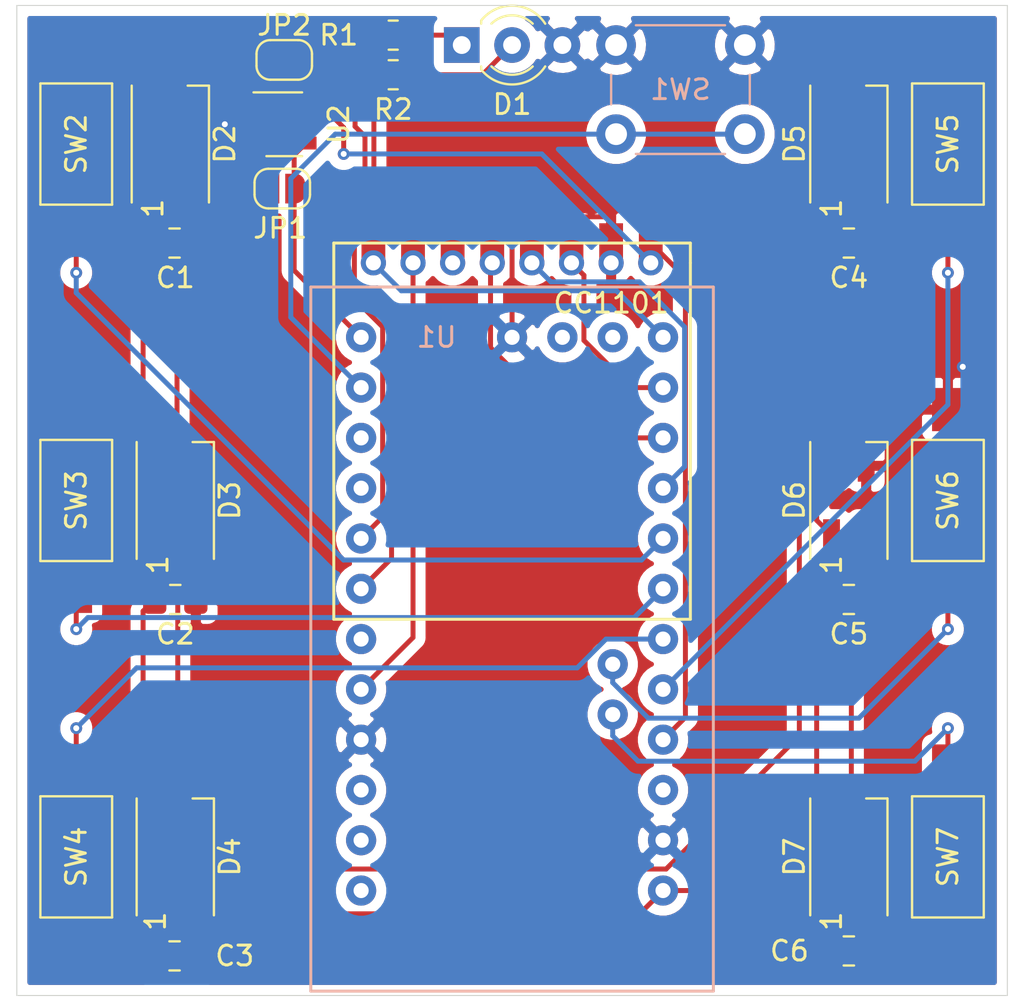
<source format=kicad_pcb>
(kicad_pcb (version 20171130) (host pcbnew "(5.1.9)-1")

  (general
    (thickness 1.6)
    (drawings 4)
    (tracks 164)
    (zones 0)
    (modules 27)
    (nets 37)
  )

  (page A4)
  (layers
    (0 F.Cu signal)
    (31 B.Cu signal)
    (32 B.Adhes user)
    (33 F.Adhes user)
    (34 B.Paste user)
    (35 F.Paste user)
    (36 B.SilkS user)
    (37 F.SilkS user)
    (38 B.Mask user)
    (39 F.Mask user)
    (40 Dwgs.User user)
    (41 Cmts.User user)
    (42 Eco1.User user)
    (43 Eco2.User user)
    (44 Edge.Cuts user)
    (45 Margin user)
    (46 B.CrtYd user)
    (47 F.CrtYd user)
    (48 B.Fab user)
    (49 F.Fab user)
  )

  (setup
    (last_trace_width 0.25)
    (trace_clearance 0.2)
    (zone_clearance 0.508)
    (zone_45_only no)
    (trace_min 0.2)
    (via_size 0.8)
    (via_drill 0.4)
    (via_min_size 0.4)
    (via_min_drill 0.3)
    (uvia_size 0.3)
    (uvia_drill 0.1)
    (uvias_allowed no)
    (uvia_min_size 0.2)
    (uvia_min_drill 0.1)
    (edge_width 0.05)
    (segment_width 0.2)
    (pcb_text_width 0.3)
    (pcb_text_size 1.5 1.5)
    (mod_edge_width 0.12)
    (mod_text_size 1 1)
    (mod_text_width 0.15)
    (pad_size 1.524 1.524)
    (pad_drill 0.762)
    (pad_to_mask_clearance 0)
    (aux_axis_origin 0 0)
    (visible_elements 7FFFFFFF)
    (pcbplotparams
      (layerselection 0x010fc_ffffffff)
      (usegerberextensions false)
      (usegerberattributes true)
      (usegerberadvancedattributes true)
      (creategerberjobfile true)
      (excludeedgelayer true)
      (linewidth 0.100000)
      (plotframeref false)
      (viasonmask false)
      (mode 1)
      (useauxorigin false)
      (hpglpennumber 1)
      (hpglpenspeed 20)
      (hpglpendiameter 15.000000)
      (psnegative false)
      (psa4output false)
      (plotreference true)
      (plotvalue true)
      (plotinvisibletext false)
      (padsonsilk false)
      (subtractmaskfromsilk false)
      (outputformat 1)
      (mirror false)
      (drillshape 1)
      (scaleselection 1)
      (outputdirectory ""))
  )

  (net 0 "")
  (net 1 GND)
  (net 2 /5V)
  (net 3 "Net-(D1-Pad2)")
  (net 4 "Net-(D1-Pad1)")
  (net 5 "Net-(D2-Pad2)")
  (net 6 /WS2812B_LED_5V_Lvl)
  (net 7 "Net-(D3-Pad2)")
  (net 8 "Net-(D4-Pad2)")
  (net 9 "Net-(D5-Pad2)")
  (net 10 "Net-(D6-Pad2)")
  (net 11 "Net-(D7-Pad2)")
  (net 12 /3V3)
  (net 13 /MOSI)
  (net 14 /SCK)
  (net 15 /MISO)
  (net 16 "Net-(IC1-Pad6)")
  (net 17 /GDO0)
  (net 18 /CSN)
  (net 19 /CONFIG)
  (net 20 /BTN1)
  (net 21 /BTN2)
  (net 22 /BTN3)
  (net 23 /BTN4)
  (net 24 /BTN5)
  (net 25 /BTN6)
  (net 26 "Net-(U1-PadTXD)")
  (net 27 "Net-(U1-PadRXD)")
  (net 28 "Net-(U1-PadRST)")
  (net 29 "Net-(U1-Pad3)")
  (net 30 /LED1)
  (net 31 /LED2)
  (net 32 "Net-(U1-Pad6)")
  (net 33 "Net-(U1-Pad7)")
  (net 34 /WS_LED)
  (net 35 "Net-(U1-PadA7)")
  (net 36 "Net-(U1-PadA6)")

  (net_class Default "This is the default net class."
    (clearance 0.2)
    (trace_width 0.25)
    (via_dia 0.8)
    (via_drill 0.4)
    (uvia_dia 0.3)
    (uvia_drill 0.1)
    (add_net /3V3)
    (add_net /5V)
    (add_net /BTN1)
    (add_net /BTN2)
    (add_net /BTN3)
    (add_net /BTN4)
    (add_net /BTN5)
    (add_net /BTN6)
    (add_net /CONFIG)
    (add_net /CSN)
    (add_net /GDO0)
    (add_net /LED1)
    (add_net /LED2)
    (add_net /MISO)
    (add_net /MOSI)
    (add_net /SCK)
    (add_net /WS2812B_LED_5V_Lvl)
    (add_net /WS_LED)
    (add_net GND)
    (add_net "Net-(D1-Pad1)")
    (add_net "Net-(D1-Pad2)")
    (add_net "Net-(D2-Pad2)")
    (add_net "Net-(D3-Pad2)")
    (add_net "Net-(D4-Pad2)")
    (add_net "Net-(D5-Pad2)")
    (add_net "Net-(D6-Pad2)")
    (add_net "Net-(D7-Pad2)")
    (add_net "Net-(IC1-Pad6)")
    (add_net "Net-(U1-Pad3)")
    (add_net "Net-(U1-Pad6)")
    (add_net "Net-(U1-Pad7)")
    (add_net "Net-(U1-PadA6)")
    (add_net "Net-(U1-PadA7)")
    (add_net "Net-(U1-PadRST)")
    (add_net "Net-(U1-PadRXD)")
    (add_net "Net-(U1-PadTXD)")
  )

  (module Jumper:SolderJumper-2_P1.3mm_Open_RoundedPad1.0x1.5mm (layer F.Cu) (tedit 5B391E66) (tstamp 606D6628)
    (at 123.5 72.75)
    (descr "SMD Solder Jumper, 1x1.5mm, rounded Pads, 0.3mm gap, open")
    (tags "solder jumper open")
    (path /606F73F0)
    (attr virtual)
    (fp_text reference JP2 (at 0 -1.75) (layer F.SilkS)
      (effects (font (size 1 1) (thickness 0.15)))
    )
    (fp_text value SolderJumper_2_Open (at 0 1.9) (layer F.Fab)
      (effects (font (size 1 1) (thickness 0.15)))
    )
    (fp_arc (start -0.7 -0.3) (end -0.7 -1) (angle -90) (layer F.SilkS) (width 0.12))
    (fp_arc (start -0.7 0.3) (end -1.4 0.3) (angle -90) (layer F.SilkS) (width 0.12))
    (fp_arc (start 0.7 0.3) (end 0.7 1) (angle -90) (layer F.SilkS) (width 0.12))
    (fp_arc (start 0.7 -0.3) (end 1.4 -0.3) (angle -90) (layer F.SilkS) (width 0.12))
    (fp_line (start -1.4 0.3) (end -1.4 -0.3) (layer F.SilkS) (width 0.12))
    (fp_line (start 0.7 1) (end -0.7 1) (layer F.SilkS) (width 0.12))
    (fp_line (start 1.4 -0.3) (end 1.4 0.3) (layer F.SilkS) (width 0.12))
    (fp_line (start -0.7 -1) (end 0.7 -1) (layer F.SilkS) (width 0.12))
    (fp_line (start -1.65 -1.25) (end 1.65 -1.25) (layer F.CrtYd) (width 0.05))
    (fp_line (start -1.65 -1.25) (end -1.65 1.25) (layer F.CrtYd) (width 0.05))
    (fp_line (start 1.65 1.25) (end 1.65 -1.25) (layer F.CrtYd) (width 0.05))
    (fp_line (start 1.65 1.25) (end -1.65 1.25) (layer F.CrtYd) (width 0.05))
    (pad 2 smd custom (at 0.65 0) (size 1 0.5) (layers F.Cu F.Mask)
      (net 12 /3V3) (zone_connect 2)
      (options (clearance outline) (anchor rect))
      (primitives
        (gr_circle (center 0 0.25) (end 0.5 0.25) (width 0))
        (gr_circle (center 0 -0.25) (end 0.5 -0.25) (width 0))
        (gr_poly (pts
           (xy 0 -0.75) (xy -0.5 -0.75) (xy -0.5 0.75) (xy 0 0.75)) (width 0))
      ))
    (pad 1 smd custom (at -0.65 0) (size 1 0.5) (layers F.Cu F.Mask)
      (net 2 /5V) (zone_connect 2)
      (options (clearance outline) (anchor rect))
      (primitives
        (gr_circle (center 0 0.25) (end 0.5 0.25) (width 0))
        (gr_circle (center 0 -0.25) (end 0.5 -0.25) (width 0))
        (gr_poly (pts
           (xy 0 -0.75) (xy 0.5 -0.75) (xy 0.5 0.75) (xy 0 0.75)) (width 0))
      ))
  )

  (module Jumper:SolderJumper-2_P1.3mm_Open_RoundedPad1.0x1.5mm (layer F.Cu) (tedit 5B391E66) (tstamp 606D6616)
    (at 123.4 79.25)
    (descr "SMD Solder Jumper, 1x1.5mm, rounded Pads, 0.3mm gap, open")
    (tags "solder jumper open")
    (path /606F211B)
    (attr virtual)
    (fp_text reference JP1 (at -0.1 2) (layer F.SilkS)
      (effects (font (size 1 1) (thickness 0.15)))
    )
    (fp_text value SolderJumper_2_Open (at 0 1.9) (layer F.Fab)
      (effects (font (size 1 1) (thickness 0.15)))
    )
    (fp_arc (start -0.7 -0.3) (end -0.7 -1) (angle -90) (layer F.SilkS) (width 0.12))
    (fp_arc (start -0.7 0.3) (end -1.4 0.3) (angle -90) (layer F.SilkS) (width 0.12))
    (fp_arc (start 0.7 0.3) (end 0.7 1) (angle -90) (layer F.SilkS) (width 0.12))
    (fp_arc (start 0.7 -0.3) (end 1.4 -0.3) (angle -90) (layer F.SilkS) (width 0.12))
    (fp_line (start -1.4 0.3) (end -1.4 -0.3) (layer F.SilkS) (width 0.12))
    (fp_line (start 0.7 1) (end -0.7 1) (layer F.SilkS) (width 0.12))
    (fp_line (start 1.4 -0.3) (end 1.4 0.3) (layer F.SilkS) (width 0.12))
    (fp_line (start -0.7 -1) (end 0.7 -1) (layer F.SilkS) (width 0.12))
    (fp_line (start -1.65 -1.25) (end 1.65 -1.25) (layer F.CrtYd) (width 0.05))
    (fp_line (start -1.65 -1.25) (end -1.65 1.25) (layer F.CrtYd) (width 0.05))
    (fp_line (start 1.65 1.25) (end 1.65 -1.25) (layer F.CrtYd) (width 0.05))
    (fp_line (start 1.65 1.25) (end -1.65 1.25) (layer F.CrtYd) (width 0.05))
    (pad 2 smd custom (at 0.65 0) (size 1 0.5) (layers F.Cu F.Mask)
      (net 34 /WS_LED) (zone_connect 2)
      (options (clearance outline) (anchor rect))
      (primitives
        (gr_circle (center 0 0.25) (end 0.5 0.25) (width 0))
        (gr_circle (center 0 -0.25) (end 0.5 -0.25) (width 0))
        (gr_poly (pts
           (xy 0 -0.75) (xy -0.5 -0.75) (xy -0.5 0.75) (xy 0 0.75)) (width 0))
      ))
    (pad 1 smd custom (at -0.65 0) (size 1 0.5) (layers F.Cu F.Mask)
      (net 6 /WS2812B_LED_5V_Lvl) (zone_connect 2)
      (options (clearance outline) (anchor rect))
      (primitives
        (gr_circle (center 0 0.25) (end 0.5 0.25) (width 0))
        (gr_circle (center 0 -0.25) (end 0.5 -0.25) (width 0))
        (gr_poly (pts
           (xy 0 -0.75) (xy 0.5 -0.75) (xy 0.5 0.75) (xy 0 0.75)) (width 0))
      ))
  )

  (module Button_Switch_THT:SW_PUSH_6mm_H4.3mm (layer B.Cu) (tedit 5A02FE31) (tstamp 606903AD)
    (at 146.75 72 180)
    (descr "tactile push button, 6x6mm e.g. PHAP33xx series, height=4.3mm")
    (tags "tact sw push 6mm")
    (path /5D6D2706)
    (fp_text reference SW1 (at 3.25 -2.25) (layer B.SilkS)
      (effects (font (size 1 1) (thickness 0.15)) (justify mirror))
    )
    (fp_text value Config (at 3.25 -6.75) (layer B.Fab)
      (effects (font (size 1 1) (thickness 0.15)) (justify mirror))
    )
    (fp_circle (center 3.25 -2.25) (end 1.25 -2.5) (layer B.Fab) (width 0.1))
    (fp_line (start 6.75 -3) (end 6.75 -1.5) (layer B.SilkS) (width 0.12))
    (fp_line (start 5.5 1) (end 1 1) (layer B.SilkS) (width 0.12))
    (fp_line (start -0.25 -1.5) (end -0.25 -3) (layer B.SilkS) (width 0.12))
    (fp_line (start 1 -5.5) (end 5.5 -5.5) (layer B.SilkS) (width 0.12))
    (fp_line (start 8 1.25) (end 8 -5.75) (layer B.CrtYd) (width 0.05))
    (fp_line (start 7.75 -6) (end -1.25 -6) (layer B.CrtYd) (width 0.05))
    (fp_line (start -1.5 -5.75) (end -1.5 1.25) (layer B.CrtYd) (width 0.05))
    (fp_line (start -1.25 1.5) (end 7.75 1.5) (layer B.CrtYd) (width 0.05))
    (fp_line (start -1.5 -6) (end -1.25 -6) (layer B.CrtYd) (width 0.05))
    (fp_line (start -1.5 -5.75) (end -1.5 -6) (layer B.CrtYd) (width 0.05))
    (fp_line (start -1.5 1.5) (end -1.25 1.5) (layer B.CrtYd) (width 0.05))
    (fp_line (start -1.5 1.25) (end -1.5 1.5) (layer B.CrtYd) (width 0.05))
    (fp_line (start 8 1.5) (end 8 1.25) (layer B.CrtYd) (width 0.05))
    (fp_line (start 7.75 1.5) (end 8 1.5) (layer B.CrtYd) (width 0.05))
    (fp_line (start 8 -6) (end 8 -5.75) (layer B.CrtYd) (width 0.05))
    (fp_line (start 7.75 -6) (end 8 -6) (layer B.CrtYd) (width 0.05))
    (fp_line (start 0.25 0.75) (end 3.25 0.75) (layer B.Fab) (width 0.1))
    (fp_line (start 0.25 -5.25) (end 0.25 0.75) (layer B.Fab) (width 0.1))
    (fp_line (start 6.25 -5.25) (end 0.25 -5.25) (layer B.Fab) (width 0.1))
    (fp_line (start 6.25 0.75) (end 6.25 -5.25) (layer B.Fab) (width 0.1))
    (fp_line (start 3.25 0.75) (end 6.25 0.75) (layer B.Fab) (width 0.1))
    (fp_text user %R (at 3.25 -2.25) (layer B.Fab)
      (effects (font (size 1 1) (thickness 0.15)) (justify mirror))
    )
    (pad 1 thru_hole circle (at 6.5 0 90) (size 2 2) (drill 1.1) (layers *.Cu *.Mask)
      (net 1 GND))
    (pad 2 thru_hole circle (at 6.5 -4.5 90) (size 2 2) (drill 1.1) (layers *.Cu *.Mask)
      (net 19 /CONFIG))
    (pad 1 thru_hole circle (at 0 0 90) (size 2 2) (drill 1.1) (layers *.Cu *.Mask)
      (net 1 GND))
    (pad 2 thru_hole circle (at 0 -4.5 90) (size 2 2) (drill 1.1) (layers *.Cu *.Mask)
      (net 19 /CONFIG))
    (model ${KISYS3DMOD}/Button_Switch_THT.3dshapes/SW_PUSH_6mm_H4.3mm.wrl
      (at (xyz 0 0 0))
      (scale (xyz 1 1 1))
      (rotate (xyz 0 0 0))
    )
  )

  (module LED_SMD:LED_SK6812MINI_PLCC4_3.5x3.5mm_P1.75mm (layer F.Cu) (tedit 5AA4B22F) (tstamp 60693AD6)
    (at 117.75 77 90)
    (descr https://cdn-shop.adafruit.com/product-files/2686/SK6812MINI_REV.01-1-2.pdf)
    (tags "LED RGB NeoPixel Mini")
    (path /60ADBECB)
    (attr smd)
    (fp_text reference D2 (at 0 2.75 90) (layer F.SilkS)
      (effects (font (size 1 1) (thickness 0.15)))
    )
    (fp_text value WS2812B (at 0 3.25 90) (layer F.Fab)
      (effects (font (size 1 1) (thickness 0.15)))
    )
    (fp_line (start 2.8 -2) (end -2.8 -2) (layer F.CrtYd) (width 0.05))
    (fp_line (start 2.8 2) (end 2.8 -2) (layer F.CrtYd) (width 0.05))
    (fp_line (start -2.8 2) (end 2.8 2) (layer F.CrtYd) (width 0.05))
    (fp_line (start -2.8 -2) (end -2.8 2) (layer F.CrtYd) (width 0.05))
    (fp_line (start 1.75 0.75) (end 0.75 1.75) (layer F.Fab) (width 0.1))
    (fp_line (start -1.75 -1.75) (end -1.75 1.75) (layer F.Fab) (width 0.1))
    (fp_line (start -1.75 1.75) (end 1.75 1.75) (layer F.Fab) (width 0.1))
    (fp_line (start 1.75 1.75) (end 1.75 -1.75) (layer F.Fab) (width 0.1))
    (fp_line (start 1.75 -1.75) (end -1.75 -1.75) (layer F.Fab) (width 0.1))
    (fp_line (start -2.95 -1.95) (end 2.95 -1.95) (layer F.SilkS) (width 0.12))
    (fp_line (start -2.95 1.95) (end 2.95 1.95) (layer F.SilkS) (width 0.12))
    (fp_line (start 2.95 1.95) (end 2.95 0.875) (layer F.SilkS) (width 0.12))
    (fp_circle (center 0 0) (end 0 -1.5) (layer F.Fab) (width 0.1))
    (fp_text user %R (at 0 0 90) (layer F.Fab)
      (effects (font (size 0.5 0.5) (thickness 0.1)))
    )
    (fp_text user 1 (at -3.25 -0.875 90) (layer F.SilkS)
      (effects (font (size 1 1) (thickness 0.15)))
    )
    (pad 1 smd rect (at -1.75 -0.875 90) (size 1.6 0.85) (layers F.Cu F.Paste F.Mask)
      (net 2 /5V))
    (pad 2 smd rect (at -1.75 0.875 90) (size 1.6 0.85) (layers F.Cu F.Paste F.Mask)
      (net 5 "Net-(D2-Pad2)"))
    (pad 4 smd rect (at 1.75 -0.875 90) (size 1.6 0.85) (layers F.Cu F.Paste F.Mask)
      (net 6 /WS2812B_LED_5V_Lvl))
    (pad 3 smd rect (at 1.75 0.875 90) (size 1.6 0.85) (layers F.Cu F.Paste F.Mask)
      (net 1 GND))
    (model ${KISYS3DMOD}/LED_SMD.3dshapes/LED_SK6812MINI_PLCC4_3.5x3.5mm_P1.75mm.wrl
      (at (xyz 0 0 0))
      (scale (xyz 1 1 1))
      (rotate (xyz 0 0 0))
    )
  )

  (module LED_SMD:LED_SK6812MINI_PLCC4_3.5x3.5mm_P1.75mm (layer F.Cu) (tedit 5AA4B22F) (tstamp 6069031C)
    (at 118 95 90)
    (descr https://cdn-shop.adafruit.com/product-files/2686/SK6812MINI_REV.01-1-2.pdf)
    (tags "LED RGB NeoPixel Mini")
    (path /60ADD2BA)
    (attr smd)
    (fp_text reference D3 (at 0 2.75 90) (layer F.SilkS)
      (effects (font (size 1 1) (thickness 0.15)))
    )
    (fp_text value WS2812B (at 0 3.25 90) (layer F.Fab)
      (effects (font (size 1 1) (thickness 0.15)))
    )
    (fp_line (start 2.8 -2) (end -2.8 -2) (layer F.CrtYd) (width 0.05))
    (fp_line (start 2.8 2) (end 2.8 -2) (layer F.CrtYd) (width 0.05))
    (fp_line (start -2.8 2) (end 2.8 2) (layer F.CrtYd) (width 0.05))
    (fp_line (start -2.8 -2) (end -2.8 2) (layer F.CrtYd) (width 0.05))
    (fp_line (start 1.75 0.75) (end 0.75 1.75) (layer F.Fab) (width 0.1))
    (fp_line (start -1.75 -1.75) (end -1.75 1.75) (layer F.Fab) (width 0.1))
    (fp_line (start -1.75 1.75) (end 1.75 1.75) (layer F.Fab) (width 0.1))
    (fp_line (start 1.75 1.75) (end 1.75 -1.75) (layer F.Fab) (width 0.1))
    (fp_line (start 1.75 -1.75) (end -1.75 -1.75) (layer F.Fab) (width 0.1))
    (fp_line (start -2.95 -1.95) (end 2.95 -1.95) (layer F.SilkS) (width 0.12))
    (fp_line (start -2.95 1.95) (end 2.95 1.95) (layer F.SilkS) (width 0.12))
    (fp_line (start 2.95 1.95) (end 2.95 0.875) (layer F.SilkS) (width 0.12))
    (fp_circle (center 0 0) (end 0 -1.5) (layer F.Fab) (width 0.1))
    (fp_text user %R (at 0 0 90) (layer F.Fab)
      (effects (font (size 0.5 0.5) (thickness 0.1)))
    )
    (fp_text user 1 (at -3.25 -0.875 90) (layer F.SilkS)
      (effects (font (size 1 1) (thickness 0.15)))
    )
    (pad 1 smd rect (at -1.75 -0.875 90) (size 1.6 0.85) (layers F.Cu F.Paste F.Mask)
      (net 2 /5V))
    (pad 2 smd rect (at -1.75 0.875 90) (size 1.6 0.85) (layers F.Cu F.Paste F.Mask)
      (net 7 "Net-(D3-Pad2)"))
    (pad 4 smd rect (at 1.75 -0.875 90) (size 1.6 0.85) (layers F.Cu F.Paste F.Mask)
      (net 5 "Net-(D2-Pad2)"))
    (pad 3 smd rect (at 1.75 0.875 90) (size 1.6 0.85) (layers F.Cu F.Paste F.Mask)
      (net 1 GND))
    (model ${KISYS3DMOD}/LED_SMD.3dshapes/LED_SK6812MINI_PLCC4_3.5x3.5mm_P1.75mm.wrl
      (at (xyz 0 0 0))
      (scale (xyz 1 1 1))
      (rotate (xyz 0 0 0))
    )
  )

  (module Button_Switch_SMD:SW_SPST_FSMSM (layer F.Cu) (tedit 5A02FC95) (tstamp 60692A77)
    (at 157 113 90)
    (descr http://www.te.com/commerce/DocumentDelivery/DDEController?Action=srchrtrv&DocNm=1437566-3&DocType=Customer+Drawing&DocLang=English)
    (tags "SPST button tactile switch")
    (path /60679D04)
    (attr smd)
    (fp_text reference SW7 (at 0 0 90) (layer F.SilkS)
      (effects (font (size 1 1) (thickness 0.15)))
    )
    (fp_text value BTN6 (at 0 3 90) (layer F.Fab)
      (effects (font (size 1 1) (thickness 0.15)))
    )
    (fp_line (start -1.75 -1) (end 1.75 -1) (layer F.Fab) (width 0.1))
    (fp_line (start 1.75 -1) (end 1.75 1) (layer F.Fab) (width 0.1))
    (fp_line (start 1.75 1) (end -1.75 1) (layer F.Fab) (width 0.1))
    (fp_line (start -1.75 1) (end -1.75 -1) (layer F.Fab) (width 0.1))
    (fp_line (start -3.06 -1.81) (end 3.06 -1.81) (layer F.SilkS) (width 0.12))
    (fp_line (start 3.06 -1.81) (end 3.06 1.81) (layer F.SilkS) (width 0.12))
    (fp_line (start 3.06 1.81) (end -3.06 1.81) (layer F.SilkS) (width 0.12))
    (fp_line (start -3.06 1.81) (end -3.06 -1.81) (layer F.SilkS) (width 0.12))
    (fp_line (start -1.5 0.8) (end 1.5 0.8) (layer F.Fab) (width 0.1))
    (fp_line (start -1.5 -0.8) (end 1.5 -0.8) (layer F.Fab) (width 0.1))
    (fp_line (start 1.5 -0.8) (end 1.5 0.8) (layer F.Fab) (width 0.1))
    (fp_line (start -1.5 -0.8) (end -1.5 0.8) (layer F.Fab) (width 0.1))
    (fp_line (start -5.95 2) (end 5.95 2) (layer F.CrtYd) (width 0.05))
    (fp_line (start 5.95 -2) (end 5.95 2) (layer F.CrtYd) (width 0.05))
    (fp_line (start -3 1.75) (end 3 1.75) (layer F.Fab) (width 0.1))
    (fp_line (start -3 -1.75) (end 3 -1.75) (layer F.Fab) (width 0.1))
    (fp_line (start -3 -1.75) (end -3 1.75) (layer F.Fab) (width 0.1))
    (fp_line (start 3 -1.75) (end 3 1.75) (layer F.Fab) (width 0.1))
    (fp_line (start -5.95 -2) (end -5.95 2) (layer F.CrtYd) (width 0.05))
    (fp_line (start -5.95 -2) (end 5.95 -2) (layer F.CrtYd) (width 0.05))
    (fp_text user %R (at 0 0 90) (layer F.Fab)
      (effects (font (size 1 1) (thickness 0.15)))
    )
    (pad 2 smd rect (at 4.59 0 90) (size 2.18 1.6) (layers F.Cu F.Paste F.Mask)
      (net 25 /BTN6))
    (pad 1 smd rect (at -4.59 0 90) (size 2.18 1.6) (layers F.Cu F.Paste F.Mask)
      (net 1 GND))
    (model ${KISYS3DMOD}/Button_Switch_SMD.3dshapes/SW_SPST_FSMSM.wrl
      (at (xyz 0 0 0))
      (scale (xyz 1 1 1))
      (rotate (xyz 0 0 0))
    )
  )

  (module Button_Switch_SMD:SW_SPST_FSMSM (layer F.Cu) (tedit 5A02FC95) (tstamp 60692A5C)
    (at 157 95 270)
    (descr http://www.te.com/commerce/DocumentDelivery/DDEController?Action=srchrtrv&DocNm=1437566-3&DocType=Customer+Drawing&DocLang=English)
    (tags "SPST button tactile switch")
    (path /6067A1E8)
    (attr smd)
    (fp_text reference SW6 (at 0 0 90) (layer F.SilkS)
      (effects (font (size 1 1) (thickness 0.15)))
    )
    (fp_text value BTN5 (at 0 3 90) (layer F.Fab)
      (effects (font (size 1 1) (thickness 0.15)))
    )
    (fp_line (start -1.75 -1) (end 1.75 -1) (layer F.Fab) (width 0.1))
    (fp_line (start 1.75 -1) (end 1.75 1) (layer F.Fab) (width 0.1))
    (fp_line (start 1.75 1) (end -1.75 1) (layer F.Fab) (width 0.1))
    (fp_line (start -1.75 1) (end -1.75 -1) (layer F.Fab) (width 0.1))
    (fp_line (start -3.06 -1.81) (end 3.06 -1.81) (layer F.SilkS) (width 0.12))
    (fp_line (start 3.06 -1.81) (end 3.06 1.81) (layer F.SilkS) (width 0.12))
    (fp_line (start 3.06 1.81) (end -3.06 1.81) (layer F.SilkS) (width 0.12))
    (fp_line (start -3.06 1.81) (end -3.06 -1.81) (layer F.SilkS) (width 0.12))
    (fp_line (start -1.5 0.8) (end 1.5 0.8) (layer F.Fab) (width 0.1))
    (fp_line (start -1.5 -0.8) (end 1.5 -0.8) (layer F.Fab) (width 0.1))
    (fp_line (start 1.5 -0.8) (end 1.5 0.8) (layer F.Fab) (width 0.1))
    (fp_line (start -1.5 -0.8) (end -1.5 0.8) (layer F.Fab) (width 0.1))
    (fp_line (start -5.95 2) (end 5.95 2) (layer F.CrtYd) (width 0.05))
    (fp_line (start 5.95 -2) (end 5.95 2) (layer F.CrtYd) (width 0.05))
    (fp_line (start -3 1.75) (end 3 1.75) (layer F.Fab) (width 0.1))
    (fp_line (start -3 -1.75) (end 3 -1.75) (layer F.Fab) (width 0.1))
    (fp_line (start -3 -1.75) (end -3 1.75) (layer F.Fab) (width 0.1))
    (fp_line (start 3 -1.75) (end 3 1.75) (layer F.Fab) (width 0.1))
    (fp_line (start -5.95 -2) (end -5.95 2) (layer F.CrtYd) (width 0.05))
    (fp_line (start -5.95 -2) (end 5.95 -2) (layer F.CrtYd) (width 0.05))
    (fp_text user %R (at 0 0 90) (layer F.Fab)
      (effects (font (size 1 1) (thickness 0.15)))
    )
    (pad 2 smd rect (at 4.59 0 270) (size 2.18 1.6) (layers F.Cu F.Paste F.Mask)
      (net 24 /BTN5))
    (pad 1 smd rect (at -4.59 0 270) (size 2.18 1.6) (layers F.Cu F.Paste F.Mask)
      (net 1 GND))
    (model ${KISYS3DMOD}/Button_Switch_SMD.3dshapes/SW_SPST_FSMSM.wrl
      (at (xyz 0 0 0))
      (scale (xyz 1 1 1))
      (rotate (xyz 0 0 0))
    )
  )

  (module Button_Switch_SMD:SW_SPST_FSMSM (layer F.Cu) (tedit 5A02FC95) (tstamp 60692A41)
    (at 157 77 270)
    (descr http://www.te.com/commerce/DocumentDelivery/DDEController?Action=srchrtrv&DocNm=1437566-3&DocType=Customer+Drawing&DocLang=English)
    (tags "SPST button tactile switch")
    (path /60674236)
    (attr smd)
    (fp_text reference SW5 (at 0 0 90) (layer F.SilkS)
      (effects (font (size 1 1) (thickness 0.15)))
    )
    (fp_text value BTN4 (at 0 3 90) (layer F.Fab)
      (effects (font (size 1 1) (thickness 0.15)))
    )
    (fp_line (start -1.75 -1) (end 1.75 -1) (layer F.Fab) (width 0.1))
    (fp_line (start 1.75 -1) (end 1.75 1) (layer F.Fab) (width 0.1))
    (fp_line (start 1.75 1) (end -1.75 1) (layer F.Fab) (width 0.1))
    (fp_line (start -1.75 1) (end -1.75 -1) (layer F.Fab) (width 0.1))
    (fp_line (start -3.06 -1.81) (end 3.06 -1.81) (layer F.SilkS) (width 0.12))
    (fp_line (start 3.06 -1.81) (end 3.06 1.81) (layer F.SilkS) (width 0.12))
    (fp_line (start 3.06 1.81) (end -3.06 1.81) (layer F.SilkS) (width 0.12))
    (fp_line (start -3.06 1.81) (end -3.06 -1.81) (layer F.SilkS) (width 0.12))
    (fp_line (start -1.5 0.8) (end 1.5 0.8) (layer F.Fab) (width 0.1))
    (fp_line (start -1.5 -0.8) (end 1.5 -0.8) (layer F.Fab) (width 0.1))
    (fp_line (start 1.5 -0.8) (end 1.5 0.8) (layer F.Fab) (width 0.1))
    (fp_line (start -1.5 -0.8) (end -1.5 0.8) (layer F.Fab) (width 0.1))
    (fp_line (start -5.95 2) (end 5.95 2) (layer F.CrtYd) (width 0.05))
    (fp_line (start 5.95 -2) (end 5.95 2) (layer F.CrtYd) (width 0.05))
    (fp_line (start -3 1.75) (end 3 1.75) (layer F.Fab) (width 0.1))
    (fp_line (start -3 -1.75) (end 3 -1.75) (layer F.Fab) (width 0.1))
    (fp_line (start -3 -1.75) (end -3 1.75) (layer F.Fab) (width 0.1))
    (fp_line (start 3 -1.75) (end 3 1.75) (layer F.Fab) (width 0.1))
    (fp_line (start -5.95 -2) (end -5.95 2) (layer F.CrtYd) (width 0.05))
    (fp_line (start -5.95 -2) (end 5.95 -2) (layer F.CrtYd) (width 0.05))
    (fp_text user %R (at 0 0 90) (layer F.Fab)
      (effects (font (size 1 1) (thickness 0.15)))
    )
    (pad 2 smd rect (at 4.59 0 270) (size 2.18 1.6) (layers F.Cu F.Paste F.Mask)
      (net 23 /BTN4))
    (pad 1 smd rect (at -4.59 0 270) (size 2.18 1.6) (layers F.Cu F.Paste F.Mask)
      (net 1 GND))
    (model ${KISYS3DMOD}/Button_Switch_SMD.3dshapes/SW_SPST_FSMSM.wrl
      (at (xyz 0 0 0))
      (scale (xyz 1 1 1))
      (rotate (xyz 0 0 0))
    )
  )

  (module Button_Switch_SMD:SW_SPST_FSMSM (layer F.Cu) (tedit 5A02FC95) (tstamp 60692A26)
    (at 113 113 90)
    (descr http://www.te.com/commerce/DocumentDelivery/DDEController?Action=srchrtrv&DocNm=1437566-3&DocType=Customer+Drawing&DocLang=English)
    (tags "SPST button tactile switch")
    (path /606746EE)
    (attr smd)
    (fp_text reference SW4 (at 0 0 90) (layer F.SilkS)
      (effects (font (size 1 1) (thickness 0.15)))
    )
    (fp_text value BTN3 (at 0 3 90) (layer F.Fab)
      (effects (font (size 1 1) (thickness 0.15)))
    )
    (fp_line (start -1.75 -1) (end 1.75 -1) (layer F.Fab) (width 0.1))
    (fp_line (start 1.75 -1) (end 1.75 1) (layer F.Fab) (width 0.1))
    (fp_line (start 1.75 1) (end -1.75 1) (layer F.Fab) (width 0.1))
    (fp_line (start -1.75 1) (end -1.75 -1) (layer F.Fab) (width 0.1))
    (fp_line (start -3.06 -1.81) (end 3.06 -1.81) (layer F.SilkS) (width 0.12))
    (fp_line (start 3.06 -1.81) (end 3.06 1.81) (layer F.SilkS) (width 0.12))
    (fp_line (start 3.06 1.81) (end -3.06 1.81) (layer F.SilkS) (width 0.12))
    (fp_line (start -3.06 1.81) (end -3.06 -1.81) (layer F.SilkS) (width 0.12))
    (fp_line (start -1.5 0.8) (end 1.5 0.8) (layer F.Fab) (width 0.1))
    (fp_line (start -1.5 -0.8) (end 1.5 -0.8) (layer F.Fab) (width 0.1))
    (fp_line (start 1.5 -0.8) (end 1.5 0.8) (layer F.Fab) (width 0.1))
    (fp_line (start -1.5 -0.8) (end -1.5 0.8) (layer F.Fab) (width 0.1))
    (fp_line (start -5.95 2) (end 5.95 2) (layer F.CrtYd) (width 0.05))
    (fp_line (start 5.95 -2) (end 5.95 2) (layer F.CrtYd) (width 0.05))
    (fp_line (start -3 1.75) (end 3 1.75) (layer F.Fab) (width 0.1))
    (fp_line (start -3 -1.75) (end 3 -1.75) (layer F.Fab) (width 0.1))
    (fp_line (start -3 -1.75) (end -3 1.75) (layer F.Fab) (width 0.1))
    (fp_line (start 3 -1.75) (end 3 1.75) (layer F.Fab) (width 0.1))
    (fp_line (start -5.95 -2) (end -5.95 2) (layer F.CrtYd) (width 0.05))
    (fp_line (start -5.95 -2) (end 5.95 -2) (layer F.CrtYd) (width 0.05))
    (fp_text user %R (at 0 0 90) (layer F.Fab)
      (effects (font (size 1 1) (thickness 0.15)))
    )
    (pad 2 smd rect (at 4.59 0 90) (size 2.18 1.6) (layers F.Cu F.Paste F.Mask)
      (net 22 /BTN3))
    (pad 1 smd rect (at -4.59 0 90) (size 2.18 1.6) (layers F.Cu F.Paste F.Mask)
      (net 1 GND))
    (model ${KISYS3DMOD}/Button_Switch_SMD.3dshapes/SW_SPST_FSMSM.wrl
      (at (xyz 0 0 0))
      (scale (xyz 1 1 1))
      (rotate (xyz 0 0 0))
    )
  )

  (module Button_Switch_SMD:SW_SPST_FSMSM (layer F.Cu) (tedit 5A02FC95) (tstamp 60692A0B)
    (at 113 95 270)
    (descr http://www.te.com/commerce/DocumentDelivery/DDEController?Action=srchrtrv&DocNm=1437566-3&DocType=Customer+Drawing&DocLang=English)
    (tags "SPST button tactile switch")
    (path /5D77E58F)
    (attr smd)
    (fp_text reference SW3 (at 0 0 90) (layer F.SilkS)
      (effects (font (size 1 1) (thickness 0.15)))
    )
    (fp_text value BTN2 (at 0 3 90) (layer F.Fab)
      (effects (font (size 1 1) (thickness 0.15)))
    )
    (fp_line (start -1.75 -1) (end 1.75 -1) (layer F.Fab) (width 0.1))
    (fp_line (start 1.75 -1) (end 1.75 1) (layer F.Fab) (width 0.1))
    (fp_line (start 1.75 1) (end -1.75 1) (layer F.Fab) (width 0.1))
    (fp_line (start -1.75 1) (end -1.75 -1) (layer F.Fab) (width 0.1))
    (fp_line (start -3.06 -1.81) (end 3.06 -1.81) (layer F.SilkS) (width 0.12))
    (fp_line (start 3.06 -1.81) (end 3.06 1.81) (layer F.SilkS) (width 0.12))
    (fp_line (start 3.06 1.81) (end -3.06 1.81) (layer F.SilkS) (width 0.12))
    (fp_line (start -3.06 1.81) (end -3.06 -1.81) (layer F.SilkS) (width 0.12))
    (fp_line (start -1.5 0.8) (end 1.5 0.8) (layer F.Fab) (width 0.1))
    (fp_line (start -1.5 -0.8) (end 1.5 -0.8) (layer F.Fab) (width 0.1))
    (fp_line (start 1.5 -0.8) (end 1.5 0.8) (layer F.Fab) (width 0.1))
    (fp_line (start -1.5 -0.8) (end -1.5 0.8) (layer F.Fab) (width 0.1))
    (fp_line (start -5.95 2) (end 5.95 2) (layer F.CrtYd) (width 0.05))
    (fp_line (start 5.95 -2) (end 5.95 2) (layer F.CrtYd) (width 0.05))
    (fp_line (start -3 1.75) (end 3 1.75) (layer F.Fab) (width 0.1))
    (fp_line (start -3 -1.75) (end 3 -1.75) (layer F.Fab) (width 0.1))
    (fp_line (start -3 -1.75) (end -3 1.75) (layer F.Fab) (width 0.1))
    (fp_line (start 3 -1.75) (end 3 1.75) (layer F.Fab) (width 0.1))
    (fp_line (start -5.95 -2) (end -5.95 2) (layer F.CrtYd) (width 0.05))
    (fp_line (start -5.95 -2) (end 5.95 -2) (layer F.CrtYd) (width 0.05))
    (fp_text user %R (at 0 0 90) (layer F.Fab)
      (effects (font (size 1 1) (thickness 0.15)))
    )
    (pad 2 smd rect (at 4.59 0 270) (size 2.18 1.6) (layers F.Cu F.Paste F.Mask)
      (net 21 /BTN2))
    (pad 1 smd rect (at -4.59 0 270) (size 2.18 1.6) (layers F.Cu F.Paste F.Mask)
      (net 1 GND))
    (model ${KISYS3DMOD}/Button_Switch_SMD.3dshapes/SW_SPST_FSMSM.wrl
      (at (xyz 0 0 0))
      (scale (xyz 1 1 1))
      (rotate (xyz 0 0 0))
    )
  )

  (module Button_Switch_SMD:SW_SPST_FSMSM (layer F.Cu) (tedit 5A02FC95) (tstamp 606929F0)
    (at 113 77 270)
    (descr http://www.te.com/commerce/DocumentDelivery/DDEController?Action=srchrtrv&DocNm=1437566-3&DocType=Customer+Drawing&DocLang=English)
    (tags "SPST button tactile switch")
    (path /5D77F5B1)
    (attr smd)
    (fp_text reference SW2 (at 0 0 90) (layer F.SilkS)
      (effects (font (size 1 1) (thickness 0.15)))
    )
    (fp_text value BTN1 (at 0 3 90) (layer F.Fab)
      (effects (font (size 1 1) (thickness 0.15)))
    )
    (fp_line (start -1.75 -1) (end 1.75 -1) (layer F.Fab) (width 0.1))
    (fp_line (start 1.75 -1) (end 1.75 1) (layer F.Fab) (width 0.1))
    (fp_line (start 1.75 1) (end -1.75 1) (layer F.Fab) (width 0.1))
    (fp_line (start -1.75 1) (end -1.75 -1) (layer F.Fab) (width 0.1))
    (fp_line (start -3.06 -1.81) (end 3.06 -1.81) (layer F.SilkS) (width 0.12))
    (fp_line (start 3.06 -1.81) (end 3.06 1.81) (layer F.SilkS) (width 0.12))
    (fp_line (start 3.06 1.81) (end -3.06 1.81) (layer F.SilkS) (width 0.12))
    (fp_line (start -3.06 1.81) (end -3.06 -1.81) (layer F.SilkS) (width 0.12))
    (fp_line (start -1.5 0.8) (end 1.5 0.8) (layer F.Fab) (width 0.1))
    (fp_line (start -1.5 -0.8) (end 1.5 -0.8) (layer F.Fab) (width 0.1))
    (fp_line (start 1.5 -0.8) (end 1.5 0.8) (layer F.Fab) (width 0.1))
    (fp_line (start -1.5 -0.8) (end -1.5 0.8) (layer F.Fab) (width 0.1))
    (fp_line (start -5.95 2) (end 5.95 2) (layer F.CrtYd) (width 0.05))
    (fp_line (start 5.95 -2) (end 5.95 2) (layer F.CrtYd) (width 0.05))
    (fp_line (start -3 1.75) (end 3 1.75) (layer F.Fab) (width 0.1))
    (fp_line (start -3 -1.75) (end 3 -1.75) (layer F.Fab) (width 0.1))
    (fp_line (start -3 -1.75) (end -3 1.75) (layer F.Fab) (width 0.1))
    (fp_line (start 3 -1.75) (end 3 1.75) (layer F.Fab) (width 0.1))
    (fp_line (start -5.95 -2) (end -5.95 2) (layer F.CrtYd) (width 0.05))
    (fp_line (start -5.95 -2) (end 5.95 -2) (layer F.CrtYd) (width 0.05))
    (fp_text user %R (at 0 0 90) (layer F.Fab)
      (effects (font (size 1 1) (thickness 0.15)))
    )
    (pad 2 smd rect (at 4.59 0 270) (size 2.18 1.6) (layers F.Cu F.Paste F.Mask)
      (net 20 /BTN1))
    (pad 1 smd rect (at -4.59 0 270) (size 2.18 1.6) (layers F.Cu F.Paste F.Mask)
      (net 1 GND))
    (model ${KISYS3DMOD}/Button_Switch_SMD.3dshapes/SW_SPST_FSMSM.wrl
      (at (xyz 0 0 0))
      (scale (xyz 1 1 1))
      (rotate (xyz 0 0 0))
    )
  )

  (module Resistor_SMD:R_0805_2012Metric_Pad1.20x1.40mm_HandSolder (layer F.Cu) (tedit 5F68FEEE) (tstamp 60690CF5)
    (at 129 73.5)
    (descr "Resistor SMD 0805 (2012 Metric), square (rectangular) end terminal, IPC_7351 nominal with elongated pad for handsoldering. (Body size source: IPC-SM-782 page 72, https://www.pcb-3d.com/wordpress/wp-content/uploads/ipc-sm-782a_amendment_1_and_2.pdf), generated with kicad-footprint-generator")
    (tags "resistor handsolder")
    (path /5D6E75CA)
    (attr smd)
    (fp_text reference R2 (at 0 1.75) (layer F.SilkS)
      (effects (font (size 1 1) (thickness 0.15)))
    )
    (fp_text value 330 (at 0 1.65) (layer F.Fab)
      (effects (font (size 1 1) (thickness 0.15)))
    )
    (fp_line (start -1 0.625) (end -1 -0.625) (layer F.Fab) (width 0.1))
    (fp_line (start -1 -0.625) (end 1 -0.625) (layer F.Fab) (width 0.1))
    (fp_line (start 1 -0.625) (end 1 0.625) (layer F.Fab) (width 0.1))
    (fp_line (start 1 0.625) (end -1 0.625) (layer F.Fab) (width 0.1))
    (fp_line (start -0.227064 -0.735) (end 0.227064 -0.735) (layer F.SilkS) (width 0.12))
    (fp_line (start -0.227064 0.735) (end 0.227064 0.735) (layer F.SilkS) (width 0.12))
    (fp_line (start -1.85 0.95) (end -1.85 -0.95) (layer F.CrtYd) (width 0.05))
    (fp_line (start -1.85 -0.95) (end 1.85 -0.95) (layer F.CrtYd) (width 0.05))
    (fp_line (start 1.85 -0.95) (end 1.85 0.95) (layer F.CrtYd) (width 0.05))
    (fp_line (start 1.85 0.95) (end -1.85 0.95) (layer F.CrtYd) (width 0.05))
    (fp_text user %R (at 0 0) (layer F.Fab)
      (effects (font (size 0.5 0.5) (thickness 0.08)))
    )
    (pad 2 smd roundrect (at 1 0) (size 1.2 1.4) (layers F.Cu F.Paste F.Mask) (roundrect_rratio 0.208333)
      (net 3 "Net-(D1-Pad2)"))
    (pad 1 smd roundrect (at -1 0) (size 1.2 1.4) (layers F.Cu F.Paste F.Mask) (roundrect_rratio 0.208333)
      (net 30 /LED1))
    (model ${KISYS3DMOD}/Resistor_SMD.3dshapes/R_0805_2012Metric.wrl
      (at (xyz 0 0 0))
      (scale (xyz 1 1 1))
      (rotate (xyz 0 0 0))
    )
  )

  (module Resistor_SMD:R_0805_2012Metric_Pad1.20x1.40mm_HandSolder (layer F.Cu) (tedit 5F68FEEE) (tstamp 60690CE4)
    (at 129 71.5)
    (descr "Resistor SMD 0805 (2012 Metric), square (rectangular) end terminal, IPC_7351 nominal with elongated pad for handsoldering. (Body size source: IPC-SM-782 page 72, https://www.pcb-3d.com/wordpress/wp-content/uploads/ipc-sm-782a_amendment_1_and_2.pdf), generated with kicad-footprint-generator")
    (tags "resistor handsolder")
    (path /5D6E6EE2)
    (attr smd)
    (fp_text reference R1 (at -2.75 0) (layer F.SilkS)
      (effects (font (size 1 1) (thickness 0.15)))
    )
    (fp_text value 330 (at 0 1.65) (layer F.Fab)
      (effects (font (size 1 1) (thickness 0.15)))
    )
    (fp_line (start -1 0.625) (end -1 -0.625) (layer F.Fab) (width 0.1))
    (fp_line (start -1 -0.625) (end 1 -0.625) (layer F.Fab) (width 0.1))
    (fp_line (start 1 -0.625) (end 1 0.625) (layer F.Fab) (width 0.1))
    (fp_line (start 1 0.625) (end -1 0.625) (layer F.Fab) (width 0.1))
    (fp_line (start -0.227064 -0.735) (end 0.227064 -0.735) (layer F.SilkS) (width 0.12))
    (fp_line (start -0.227064 0.735) (end 0.227064 0.735) (layer F.SilkS) (width 0.12))
    (fp_line (start -1.85 0.95) (end -1.85 -0.95) (layer F.CrtYd) (width 0.05))
    (fp_line (start -1.85 -0.95) (end 1.85 -0.95) (layer F.CrtYd) (width 0.05))
    (fp_line (start 1.85 -0.95) (end 1.85 0.95) (layer F.CrtYd) (width 0.05))
    (fp_line (start 1.85 0.95) (end -1.85 0.95) (layer F.CrtYd) (width 0.05))
    (fp_text user %R (at 0 0) (layer F.Fab)
      (effects (font (size 0.5 0.5) (thickness 0.08)))
    )
    (pad 2 smd roundrect (at 1 0) (size 1.2 1.4) (layers F.Cu F.Paste F.Mask) (roundrect_rratio 0.208333)
      (net 4 "Net-(D1-Pad1)"))
    (pad 1 smd roundrect (at -1 0) (size 1.2 1.4) (layers F.Cu F.Paste F.Mask) (roundrect_rratio 0.208333)
      (net 31 /LED2))
    (model ${KISYS3DMOD}/Resistor_SMD.3dshapes/R_0805_2012Metric.wrl
      (at (xyz 0 0 0))
      (scale (xyz 1 1 1))
      (rotate (xyz 0 0 0))
    )
  )

  (module Package_TO_SOT_SMD:SOT-23-6 (layer F.Cu) (tedit 5A02FF57) (tstamp 60690485)
    (at 123.5 76)
    (descr "6-pin SOT-23 package")
    (tags SOT-23-6)
    (path /5D89C7A4)
    (attr smd)
    (fp_text reference U2 (at 2.75 0 90) (layer F.SilkS)
      (effects (font (size 1 1) (thickness 0.15)))
    )
    (fp_text value SN74LVC1T45DBV (at 0 2.9) (layer F.Fab)
      (effects (font (size 1 1) (thickness 0.15)))
    )
    (fp_line (start -0.9 1.61) (end 0.9 1.61) (layer F.SilkS) (width 0.12))
    (fp_line (start 0.9 -1.61) (end -1.55 -1.61) (layer F.SilkS) (width 0.12))
    (fp_line (start 1.9 -1.8) (end -1.9 -1.8) (layer F.CrtYd) (width 0.05))
    (fp_line (start 1.9 1.8) (end 1.9 -1.8) (layer F.CrtYd) (width 0.05))
    (fp_line (start -1.9 1.8) (end 1.9 1.8) (layer F.CrtYd) (width 0.05))
    (fp_line (start -1.9 -1.8) (end -1.9 1.8) (layer F.CrtYd) (width 0.05))
    (fp_line (start -0.9 -0.9) (end -0.25 -1.55) (layer F.Fab) (width 0.1))
    (fp_line (start 0.9 -1.55) (end -0.25 -1.55) (layer F.Fab) (width 0.1))
    (fp_line (start -0.9 -0.9) (end -0.9 1.55) (layer F.Fab) (width 0.1))
    (fp_line (start 0.9 1.55) (end -0.9 1.55) (layer F.Fab) (width 0.1))
    (fp_line (start 0.9 -1.55) (end 0.9 1.55) (layer F.Fab) (width 0.1))
    (fp_text user %R (at 0 0 -270) (layer F.Fab)
      (effects (font (size 0.5 0.5) (thickness 0.075)))
    )
    (pad 5 smd rect (at 1.1 0) (size 1.06 0.65) (layers F.Cu F.Paste F.Mask)
      (net 1 GND))
    (pad 6 smd rect (at 1.1 -0.95) (size 1.06 0.65) (layers F.Cu F.Paste F.Mask)
      (net 12 /3V3))
    (pad 4 smd rect (at 1.1 0.95) (size 1.06 0.65) (layers F.Cu F.Paste F.Mask)
      (net 34 /WS_LED))
    (pad 3 smd rect (at -1.1 0.95) (size 1.06 0.65) (layers F.Cu F.Paste F.Mask)
      (net 6 /WS2812B_LED_5V_Lvl))
    (pad 2 smd rect (at -1.1 0) (size 1.06 0.65) (layers F.Cu F.Paste F.Mask)
      (net 1 GND))
    (pad 1 smd rect (at -1.1 -0.95) (size 1.06 0.65) (layers F.Cu F.Paste F.Mask)
      (net 2 /5V))
    (model ${KISYS3DMOD}/Package_TO_SOT_SMD.3dshapes/SOT-23-6.wrl
      (at (xyz 0 0 0))
      (scale (xyz 1 1 1))
      (rotate (xyz 0 0 0))
    )
  )

  (module myArduinoModules:Arduino_Pro_Mini (layer B.Cu) (tedit 5D184A02) (tstamp 6069046F)
    (at 135 102)
    (path /60A58665)
    (fp_text reference U1 (at -3.81 -15.24) (layer B.SilkS)
      (effects (font (size 1 1) (thickness 0.15)) (justify mirror))
    )
    (fp_text value Arduino_Pro_Mini (at -2.54 -16.51) (layer B.Fab)
      (effects (font (size 1 1) (thickness 0.15)) (justify mirror))
    )
    (fp_line (start -10.16 -17.78) (end 10.16 -17.78) (layer B.SilkS) (width 0.15))
    (fp_line (start 10.16 -17.78) (end 10.16 17.78) (layer B.SilkS) (width 0.15))
    (fp_line (start 10.16 17.78) (end -10.16 17.78) (layer B.SilkS) (width 0.15))
    (fp_line (start -10.16 17.78) (end -10.16 -17.78) (layer B.SilkS) (width 0.15))
    (fp_line (start -10.16 17.78) (end 10.16 17.78) (layer B.Fab) (width 0.12))
    (fp_line (start 10.16 17.78) (end 10.16 -17.78) (layer B.Fab) (width 0.12))
    (fp_line (start 10.16 -17.78) (end -10.16 -17.78) (layer B.Fab) (width 0.12))
    (fp_line (start -10.16 -17.78) (end -10.16 17.78) (layer B.Fab) (width 0.12))
    (fp_line (start -10.16 17.78) (end -7.62 15.24) (layer B.Fab) (width 0.12))
    (fp_line (start -7.62 15.24) (end 7.62 15.24) (layer B.Fab) (width 0.12))
    (fp_line (start 7.62 15.24) (end 10.16 17.78) (layer B.Fab) (width 0.12))
    (pad TXD thru_hole circle (at -7.62 12.7) (size 1.524 1.524) (drill 0.762) (layers *.Cu *.Mask)
      (net 26 "Net-(U1-PadTXD)"))
    (pad RXD thru_hole circle (at -7.62 10.16) (size 1.524 1.524) (drill 0.762) (layers *.Cu *.Mask)
      (net 27 "Net-(U1-PadRXD)"))
    (pad RST thru_hole circle (at -7.62 7.62) (size 1.524 1.524) (drill 0.762) (layers *.Cu *.Mask)
      (net 28 "Net-(U1-PadRST)"))
    (pad GND thru_hole circle (at -7.62 5.08) (size 1.524 1.524) (drill 0.762) (layers *.Cu *.Mask)
      (net 1 GND))
    (pad 2 thru_hole circle (at -7.62 2.54) (size 1.524 1.524) (drill 0.762) (layers *.Cu *.Mask)
      (net 17 /GDO0))
    (pad 3 thru_hole circle (at -7.62 0) (size 1.524 1.524) (drill 0.762) (layers *.Cu *.Mask)
      (net 29 "Net-(U1-Pad3)"))
    (pad 4 thru_hole circle (at -7.62 -2.54) (size 1.524 1.524) (drill 0.762) (layers *.Cu *.Mask)
      (net 30 /LED1))
    (pad 5 thru_hole circle (at -7.62 -5.08) (size 1.524 1.524) (drill 0.762) (layers *.Cu *.Mask)
      (net 31 /LED2))
    (pad 6 thru_hole circle (at -7.62 -7.62) (size 1.524 1.524) (drill 0.762) (layers *.Cu *.Mask)
      (net 32 "Net-(U1-Pad6)"))
    (pad 7 thru_hole circle (at -7.62 -10.16) (size 1.524 1.524) (drill 0.762) (layers *.Cu *.Mask)
      (net 33 "Net-(U1-Pad7)"))
    (pad 8 thru_hole circle (at -7.62 -12.7) (size 1.524 1.524) (drill 0.762) (layers *.Cu *.Mask)
      (net 19 /CONFIG))
    (pad 9 thru_hole circle (at -7.62 -15.24) (size 1.524 1.524) (drill 0.762) (layers *.Cu *.Mask)
      (net 34 /WS_LED))
    (pad 10 thru_hole circle (at 7.62 -15.24) (size 1.524 1.524) (drill 0.762) (layers *.Cu *.Mask)
      (net 18 /CSN))
    (pad 11 thru_hole circle (at 7.62 -12.7) (size 1.524 1.524) (drill 0.762) (layers *.Cu *.Mask)
      (net 13 /MOSI))
    (pad 12 thru_hole circle (at 7.62 -10.16) (size 1.524 1.524) (drill 0.762) (layers *.Cu *.Mask)
      (net 15 /MISO))
    (pad 13 thru_hole circle (at 7.62 -7.62) (size 1.524 1.524) (drill 0.762) (layers *.Cu *.Mask)
      (net 14 /SCK))
    (pad A0 thru_hole circle (at 7.62 -5.08) (size 1.524 1.524) (drill 0.762) (layers *.Cu *.Mask)
      (net 20 /BTN1))
    (pad A1 thru_hole circle (at 7.62 -2.54) (size 1.524 1.524) (drill 0.762) (layers *.Cu *.Mask)
      (net 21 /BTN2))
    (pad A2 thru_hole circle (at 7.62 0) (size 1.524 1.524) (drill 0.762) (layers *.Cu *.Mask)
      (net 22 /BTN3))
    (pad A3 thru_hole circle (at 7.62 2.54) (size 1.524 1.524) (drill 0.762) (layers *.Cu *.Mask)
      (net 23 /BTN4))
    (pad VCC thru_hole circle (at 7.62 5.08) (size 1.524 1.524) (drill 0.762) (layers *.Cu *.Mask)
      (net 12 /3V3))
    (pad RST thru_hole circle (at 7.62 7.62) (size 1.524 1.524) (drill 0.762) (layers *.Cu *.Mask)
      (net 28 "Net-(U1-PadRST)"))
    (pad GND thru_hole circle (at 7.62 10.16) (size 1.524 1.524) (drill 0.762) (layers *.Cu *.Mask)
      (net 1 GND))
    (pad RAW thru_hole circle (at 7.62 12.7) (size 1.524 1.524) (drill 0.762) (layers *.Cu *.Mask)
      (net 2 /5V))
    (pad A4 thru_hole circle (at 5.08 1.27) (size 1.524 1.524) (drill 0.762) (layers *.Cu *.Mask)
      (net 24 /BTN5))
    (pad A5 thru_hole circle (at 5.08 3.81) (size 1.524 1.524) (drill 0.762) (layers *.Cu *.Mask)
      (net 25 /BTN6))
    (pad A7 thru_hole circle (at 5.08 -15.24) (size 1.524 1.524) (drill 0.762) (layers *.Cu *.Mask)
      (net 35 "Net-(U1-PadA7)"))
    (pad A6 thru_hole circle (at 2.54 -15.24) (size 1.524 1.524) (drill 0.762) (layers *.Cu *.Mask)
      (net 36 "Net-(U1-PadA6)"))
    (pad GND thru_hole circle (at 0 -15.24) (size 1.524 1.524) (drill 0.762) (layers *.Cu *.Mask)
      (net 1 GND))
  )

  (module myRadioModules:CC1101_SMD_THT_Ohne_Ant (layer F.Cu) (tedit 5FCEB124) (tstamp 60690392)
    (at 135 83 180)
    (path /60617E2F)
    (fp_text reference IC1 (at 0 -4.5) (layer F.SilkS) hide
      (effects (font (size 1 1) (thickness 0.15)))
    )
    (fp_text value CC1101 (at 0 -6.27) (layer F.Fab)
      (effects (font (size 1 1) (thickness 0.15)))
    )
    (fp_line (start -9 1) (end -9 0) (layer F.SilkS) (width 0.15))
    (fp_line (start 9 1) (end -9 1) (layer F.SilkS) (width 0.15))
    (fp_line (start 9 -18) (end 9 1) (layer F.SilkS) (width 0.15))
    (fp_line (start -9 -18) (end 9 -18) (layer F.SilkS) (width 0.15))
    (fp_line (start -9 0) (end -9 -18) (layer F.SilkS) (width 0.15))
    (fp_text user CC1101 (at -5 -2.032 180) (layer F.SilkS)
      (effects (font (size 1 1) (thickness 0.15)))
    )
    (pad 1 thru_hole oval (at -7 0 180) (size 1.27 1.27) (drill 0.762) (layers *.Cu *.Mask)
      (net 12 /3V3) (zone_connect 1))
    (pad 2 thru_hole oval (at -5 0 180) (size 1.27 1.27) (drill 0.762) (layers *.Cu *.Mask)
      (net 1 GND))
    (pad 3 thru_hole circle (at -3 0 180) (size 1.27 1.27) (drill 0.762) (layers *.Cu *.Mask)
      (net 13 /MOSI))
    (pad 4 thru_hole circle (at -1 0 180) (size 1.27 1.27) (drill 0.762) (layers *.Cu *.Mask)
      (net 14 /SCK))
    (pad 5 thru_hole circle (at 1 0 180) (size 1.27 1.27) (drill 0.762) (layers *.Cu *.Mask)
      (net 15 /MISO))
    (pad 6 thru_hole circle (at 3 0 180) (size 1.27 1.27) (drill 0.762) (layers *.Cu *.Mask)
      (net 16 "Net-(IC1-Pad6)"))
    (pad 7 thru_hole circle (at 5 0 180) (size 1.27 1.27) (drill 0.762) (layers *.Cu *.Mask)
      (net 17 /GDO0))
    (pad 8 thru_hole circle (at 7 0 180) (size 1.27 1.27) (drill 0.762) (layers *.Cu *.Mask)
      (net 18 /CSN))
    (pad 1 smd rect (at -7 1 180) (size 1.2 2) (layers F.Cu F.Mask)
      (net 12 /3V3))
    (pad 2 smd rect (at -5 1 180) (size 1.2 2) (layers F.Cu F.Mask)
      (net 1 GND))
    (pad 3 smd rect (at -3 1 180) (size 1.2 2) (layers F.Cu F.Mask)
      (net 13 /MOSI))
    (pad 4 smd rect (at -1 1 180) (size 1.2 2) (layers F.Cu F.Mask)
      (net 14 /SCK))
    (pad 5 smd rect (at 1 1 180) (size 1.2 2) (layers F.Cu F.Mask)
      (net 15 /MISO))
    (pad 6 smd rect (at 3 1 180) (size 1.2 2) (layers F.Cu F.Mask)
      (net 16 "Net-(IC1-Pad6)"))
    (pad 7 smd rect (at 5 1 180) (size 1.2 2) (layers F.Cu F.Mask)
      (net 17 /GDO0))
    (pad 8 smd rect (at 7 1 180) (size 1.2 2) (layers F.Cu F.Mask)
      (net 18 /CSN))
    (model :my3DMOD:CC1101_Module.step
      (offset (xyz -9 -1 0))
      (scale (xyz 1 1 1))
      (rotate (xyz 0 0 0))
    )
  )

  (module LED_SMD:LED_SK6812MINI_PLCC4_3.5x3.5mm_P1.75mm (layer F.Cu) (tedit 5AA4B22F) (tstamp 60690378)
    (at 152 113 90)
    (descr https://cdn-shop.adafruit.com/product-files/2686/SK6812MINI_REV.01-1-2.pdf)
    (tags "LED RGB NeoPixel Mini")
    (path /60AE0376)
    (attr smd)
    (fp_text reference D7 (at 0 -2.75 90) (layer F.SilkS)
      (effects (font (size 1 1) (thickness 0.15)))
    )
    (fp_text value WS2812B (at 0 3.25 90) (layer F.Fab)
      (effects (font (size 1 1) (thickness 0.15)))
    )
    (fp_line (start 2.8 -2) (end -2.8 -2) (layer F.CrtYd) (width 0.05))
    (fp_line (start 2.8 2) (end 2.8 -2) (layer F.CrtYd) (width 0.05))
    (fp_line (start -2.8 2) (end 2.8 2) (layer F.CrtYd) (width 0.05))
    (fp_line (start -2.8 -2) (end -2.8 2) (layer F.CrtYd) (width 0.05))
    (fp_line (start 1.75 0.75) (end 0.75 1.75) (layer F.Fab) (width 0.1))
    (fp_line (start -1.75 -1.75) (end -1.75 1.75) (layer F.Fab) (width 0.1))
    (fp_line (start -1.75 1.75) (end 1.75 1.75) (layer F.Fab) (width 0.1))
    (fp_line (start 1.75 1.75) (end 1.75 -1.75) (layer F.Fab) (width 0.1))
    (fp_line (start 1.75 -1.75) (end -1.75 -1.75) (layer F.Fab) (width 0.1))
    (fp_line (start -2.95 -1.95) (end 2.95 -1.95) (layer F.SilkS) (width 0.12))
    (fp_line (start -2.95 1.95) (end 2.95 1.95) (layer F.SilkS) (width 0.12))
    (fp_line (start 2.95 1.95) (end 2.95 0.875) (layer F.SilkS) (width 0.12))
    (fp_circle (center 0 0) (end 0 -1.5) (layer F.Fab) (width 0.1))
    (fp_text user %R (at 0 0 90) (layer F.Fab)
      (effects (font (size 0.5 0.5) (thickness 0.1)))
    )
    (fp_text user 1 (at -3.25 -0.875 90) (layer F.SilkS)
      (effects (font (size 1 1) (thickness 0.15)))
    )
    (pad 1 smd rect (at -1.75 -0.875 90) (size 1.6 0.85) (layers F.Cu F.Paste F.Mask)
      (net 2 /5V))
    (pad 2 smd rect (at -1.75 0.875 90) (size 1.6 0.85) (layers F.Cu F.Paste F.Mask)
      (net 11 "Net-(D7-Pad2)"))
    (pad 4 smd rect (at 1.75 -0.875 90) (size 1.6 0.85) (layers F.Cu F.Paste F.Mask)
      (net 10 "Net-(D6-Pad2)"))
    (pad 3 smd rect (at 1.75 0.875 90) (size 1.6 0.85) (layers F.Cu F.Paste F.Mask)
      (net 1 GND))
    (model ${KISYS3DMOD}/LED_SMD.3dshapes/LED_SK6812MINI_PLCC4_3.5x3.5mm_P1.75mm.wrl
      (at (xyz 0 0 0))
      (scale (xyz 1 1 1))
      (rotate (xyz 0 0 0))
    )
  )

  (module LED_SMD:LED_SK6812MINI_PLCC4_3.5x3.5mm_P1.75mm (layer F.Cu) (tedit 5AA4B22F) (tstamp 60690361)
    (at 152 95 90)
    (descr https://cdn-shop.adafruit.com/product-files/2686/SK6812MINI_REV.01-1-2.pdf)
    (tags "LED RGB NeoPixel Mini")
    (path /60ADF7BF)
    (attr smd)
    (fp_text reference D6 (at 0 -2.75 90) (layer F.SilkS)
      (effects (font (size 1 1) (thickness 0.15)))
    )
    (fp_text value WS2812B (at 0 3.25 90) (layer F.Fab)
      (effects (font (size 1 1) (thickness 0.15)))
    )
    (fp_line (start 2.8 -2) (end -2.8 -2) (layer F.CrtYd) (width 0.05))
    (fp_line (start 2.8 2) (end 2.8 -2) (layer F.CrtYd) (width 0.05))
    (fp_line (start -2.8 2) (end 2.8 2) (layer F.CrtYd) (width 0.05))
    (fp_line (start -2.8 -2) (end -2.8 2) (layer F.CrtYd) (width 0.05))
    (fp_line (start 1.75 0.75) (end 0.75 1.75) (layer F.Fab) (width 0.1))
    (fp_line (start -1.75 -1.75) (end -1.75 1.75) (layer F.Fab) (width 0.1))
    (fp_line (start -1.75 1.75) (end 1.75 1.75) (layer F.Fab) (width 0.1))
    (fp_line (start 1.75 1.75) (end 1.75 -1.75) (layer F.Fab) (width 0.1))
    (fp_line (start 1.75 -1.75) (end -1.75 -1.75) (layer F.Fab) (width 0.1))
    (fp_line (start -2.95 -1.95) (end 2.95 -1.95) (layer F.SilkS) (width 0.12))
    (fp_line (start -2.95 1.95) (end 2.95 1.95) (layer F.SilkS) (width 0.12))
    (fp_line (start 2.95 1.95) (end 2.95 0.875) (layer F.SilkS) (width 0.12))
    (fp_circle (center 0 0) (end 0 -1.5) (layer F.Fab) (width 0.1))
    (fp_text user %R (at 0 0 90) (layer F.Fab)
      (effects (font (size 0.5 0.5) (thickness 0.1)))
    )
    (fp_text user 1 (at -3.25 -0.875 90) (layer F.SilkS)
      (effects (font (size 1 1) (thickness 0.15)))
    )
    (pad 1 smd rect (at -1.75 -0.875 90) (size 1.6 0.85) (layers F.Cu F.Paste F.Mask)
      (net 2 /5V))
    (pad 2 smd rect (at -1.75 0.875 90) (size 1.6 0.85) (layers F.Cu F.Paste F.Mask)
      (net 10 "Net-(D6-Pad2)"))
    (pad 4 smd rect (at 1.75 -0.875 90) (size 1.6 0.85) (layers F.Cu F.Paste F.Mask)
      (net 9 "Net-(D5-Pad2)"))
    (pad 3 smd rect (at 1.75 0.875 90) (size 1.6 0.85) (layers F.Cu F.Paste F.Mask)
      (net 1 GND))
    (model ${KISYS3DMOD}/LED_SMD.3dshapes/LED_SK6812MINI_PLCC4_3.5x3.5mm_P1.75mm.wrl
      (at (xyz 0 0 0))
      (scale (xyz 1 1 1))
      (rotate (xyz 0 0 0))
    )
  )

  (module LED_SMD:LED_SK6812MINI_PLCC4_3.5x3.5mm_P1.75mm (layer F.Cu) (tedit 5AA4B22F) (tstamp 6069034A)
    (at 152 77 90)
    (descr https://cdn-shop.adafruit.com/product-files/2686/SK6812MINI_REV.01-1-2.pdf)
    (tags "LED RGB NeoPixel Mini")
    (path /60ADE990)
    (attr smd)
    (fp_text reference D5 (at 0 -2.75 90) (layer F.SilkS)
      (effects (font (size 1 1) (thickness 0.15)))
    )
    (fp_text value WS2812B (at 0 3.25 90) (layer F.Fab)
      (effects (font (size 1 1) (thickness 0.15)))
    )
    (fp_line (start 2.8 -2) (end -2.8 -2) (layer F.CrtYd) (width 0.05))
    (fp_line (start 2.8 2) (end 2.8 -2) (layer F.CrtYd) (width 0.05))
    (fp_line (start -2.8 2) (end 2.8 2) (layer F.CrtYd) (width 0.05))
    (fp_line (start -2.8 -2) (end -2.8 2) (layer F.CrtYd) (width 0.05))
    (fp_line (start 1.75 0.75) (end 0.75 1.75) (layer F.Fab) (width 0.1))
    (fp_line (start -1.75 -1.75) (end -1.75 1.75) (layer F.Fab) (width 0.1))
    (fp_line (start -1.75 1.75) (end 1.75 1.75) (layer F.Fab) (width 0.1))
    (fp_line (start 1.75 1.75) (end 1.75 -1.75) (layer F.Fab) (width 0.1))
    (fp_line (start 1.75 -1.75) (end -1.75 -1.75) (layer F.Fab) (width 0.1))
    (fp_line (start -2.95 -1.95) (end 2.95 -1.95) (layer F.SilkS) (width 0.12))
    (fp_line (start -2.95 1.95) (end 2.95 1.95) (layer F.SilkS) (width 0.12))
    (fp_line (start 2.95 1.95) (end 2.95 0.875) (layer F.SilkS) (width 0.12))
    (fp_circle (center 0 0) (end 0 -1.5) (layer F.Fab) (width 0.1))
    (fp_text user %R (at 0 0 90) (layer F.Fab)
      (effects (font (size 0.5 0.5) (thickness 0.1)))
    )
    (fp_text user 1 (at -3.25 -0.875 90) (layer F.SilkS)
      (effects (font (size 1 1) (thickness 0.15)))
    )
    (pad 1 smd rect (at -1.75 -0.875 90) (size 1.6 0.85) (layers F.Cu F.Paste F.Mask)
      (net 2 /5V))
    (pad 2 smd rect (at -1.75 0.875 90) (size 1.6 0.85) (layers F.Cu F.Paste F.Mask)
      (net 9 "Net-(D5-Pad2)"))
    (pad 4 smd rect (at 1.75 -0.875 90) (size 1.6 0.85) (layers F.Cu F.Paste F.Mask)
      (net 8 "Net-(D4-Pad2)"))
    (pad 3 smd rect (at 1.75 0.875 90) (size 1.6 0.85) (layers F.Cu F.Paste F.Mask)
      (net 1 GND))
    (model ${KISYS3DMOD}/LED_SMD.3dshapes/LED_SK6812MINI_PLCC4_3.5x3.5mm_P1.75mm.wrl
      (at (xyz 0 0 0))
      (scale (xyz 1 1 1))
      (rotate (xyz 0 0 0))
    )
  )

  (module LED_SMD:LED_SK6812MINI_PLCC4_3.5x3.5mm_P1.75mm (layer F.Cu) (tedit 5AA4B22F) (tstamp 60690333)
    (at 118 113 90)
    (descr https://cdn-shop.adafruit.com/product-files/2686/SK6812MINI_REV.01-1-2.pdf)
    (tags "LED RGB NeoPixel Mini")
    (path /60ADDAC0)
    (attr smd)
    (fp_text reference D4 (at 0 2.75 90) (layer F.SilkS)
      (effects (font (size 1 1) (thickness 0.15)))
    )
    (fp_text value WS2812B (at 0 3.25 90) (layer F.Fab)
      (effects (font (size 1 1) (thickness 0.15)))
    )
    (fp_line (start 2.8 -2) (end -2.8 -2) (layer F.CrtYd) (width 0.05))
    (fp_line (start 2.8 2) (end 2.8 -2) (layer F.CrtYd) (width 0.05))
    (fp_line (start -2.8 2) (end 2.8 2) (layer F.CrtYd) (width 0.05))
    (fp_line (start -2.8 -2) (end -2.8 2) (layer F.CrtYd) (width 0.05))
    (fp_line (start 1.75 0.75) (end 0.75 1.75) (layer F.Fab) (width 0.1))
    (fp_line (start -1.75 -1.75) (end -1.75 1.75) (layer F.Fab) (width 0.1))
    (fp_line (start -1.75 1.75) (end 1.75 1.75) (layer F.Fab) (width 0.1))
    (fp_line (start 1.75 1.75) (end 1.75 -1.75) (layer F.Fab) (width 0.1))
    (fp_line (start 1.75 -1.75) (end -1.75 -1.75) (layer F.Fab) (width 0.1))
    (fp_line (start -2.95 -1.95) (end 2.95 -1.95) (layer F.SilkS) (width 0.12))
    (fp_line (start -2.95 1.95) (end 2.95 1.95) (layer F.SilkS) (width 0.12))
    (fp_line (start 2.95 1.95) (end 2.95 0.875) (layer F.SilkS) (width 0.12))
    (fp_circle (center 0 0) (end 0 -1.5) (layer F.Fab) (width 0.1))
    (fp_text user %R (at 0 0 90) (layer F.Fab)
      (effects (font (size 0.5 0.5) (thickness 0.1)))
    )
    (fp_text user 1 (at -3.25 -1 90) (layer F.SilkS)
      (effects (font (size 1 1) (thickness 0.15)))
    )
    (pad 1 smd rect (at -1.75 -0.875 90) (size 1.6 0.85) (layers F.Cu F.Paste F.Mask)
      (net 2 /5V))
    (pad 2 smd rect (at -1.75 0.875 90) (size 1.6 0.85) (layers F.Cu F.Paste F.Mask)
      (net 8 "Net-(D4-Pad2)"))
    (pad 4 smd rect (at 1.75 -0.875 90) (size 1.6 0.85) (layers F.Cu F.Paste F.Mask)
      (net 7 "Net-(D3-Pad2)"))
    (pad 3 smd rect (at 1.75 0.875 90) (size 1.6 0.85) (layers F.Cu F.Paste F.Mask)
      (net 1 GND))
    (model ${KISYS3DMOD}/LED_SMD.3dshapes/LED_SK6812MINI_PLCC4_3.5x3.5mm_P1.75mm.wrl
      (at (xyz 0 0 0))
      (scale (xyz 1 1 1))
      (rotate (xyz 0 0 0))
    )
  )

  (module LED_THT:LED_D3.0mm-3 (layer F.Cu) (tedit 587A3A7B) (tstamp 606902EE)
    (at 132.46 72)
    (descr "LED, diameter 3.0mm, 2 pins, diameter 3.0mm, 3 pins, http://www.kingbright.com/attachments/file/psearch/000/00/00/L-3VSURKCGKC(Ver.8A).pdf")
    (tags "LED diameter 3.0mm 2 pins diameter 3.0mm 3 pins")
    (path /5D6E1E1A)
    (fp_text reference D1 (at 2.54 3) (layer F.SilkS)
      (effects (font (size 1 1) (thickness 0.15)))
    )
    (fp_text value DualLed (at 2.54 2.96) (layer F.Fab)
      (effects (font (size 1 1) (thickness 0.15)))
    )
    (fp_circle (center 2.54 0) (end 4.04 0) (layer F.Fab) (width 0.1))
    (fp_line (start 1.04 -1.16619) (end 1.04 1.16619) (layer F.Fab) (width 0.1))
    (fp_line (start 0.98 -1.236) (end 0.98 -1.08) (layer F.SilkS) (width 0.12))
    (fp_line (start 0.98 1.08) (end 0.98 1.236) (layer F.SilkS) (width 0.12))
    (fp_line (start -1.15 -2.25) (end -1.15 2.25) (layer F.CrtYd) (width 0.05))
    (fp_line (start -1.15 2.25) (end 6.25 2.25) (layer F.CrtYd) (width 0.05))
    (fp_line (start 6.25 2.25) (end 6.25 -2.25) (layer F.CrtYd) (width 0.05))
    (fp_line (start 6.25 -2.25) (end -1.15 -2.25) (layer F.CrtYd) (width 0.05))
    (fp_arc (start 2.54 0) (end 1.499039 1.08) (angle -87.9) (layer F.SilkS) (width 0.12))
    (fp_arc (start 2.54 0) (end 1.499039 -1.08) (angle 87.9) (layer F.SilkS) (width 0.12))
    (fp_arc (start 2.54 0) (end 0.98 1.235516) (angle -108.8) (layer F.SilkS) (width 0.12))
    (fp_arc (start 2.54 0) (end 0.98 -1.235516) (angle 108.8) (layer F.SilkS) (width 0.12))
    (fp_arc (start 2.54 0) (end 1.04 -1.16619) (angle 284.3) (layer F.Fab) (width 0.1))
    (pad 3 thru_hole circle (at 5.08 0) (size 1.8 1.8) (drill 0.9) (layers *.Cu *.Mask)
      (net 1 GND))
    (pad 2 thru_hole circle (at 2.54 0) (size 1.8 1.8) (drill 0.9) (layers *.Cu *.Mask)
      (net 3 "Net-(D1-Pad2)"))
    (pad 1 thru_hole rect (at 0 0) (size 1.8 1.8) (drill 0.9) (layers *.Cu *.Mask)
      (net 4 "Net-(D1-Pad1)"))
    (model ${KISYS3DMOD}/LED_THT.3dshapes/LED_D3.0mm-3.wrl
      (at (xyz 0 0 0))
      (scale (xyz 1 1 1))
      (rotate (xyz 0 0 0))
    )
  )

  (module Capacitor_SMD:C_0805_2012Metric_Pad1.18x1.45mm_HandSolder (layer F.Cu) (tedit 5F68FEEF) (tstamp 606902DA)
    (at 152 117.75)
    (descr "Capacitor SMD 0805 (2012 Metric), square (rectangular) end terminal, IPC_7351 nominal with elongated pad for handsoldering. (Body size source: IPC-SM-782 page 76, https://www.pcb-3d.com/wordpress/wp-content/uploads/ipc-sm-782a_amendment_1_and_2.pdf, https://docs.google.com/spreadsheets/d/1BsfQQcO9C6DZCsRaXUlFlo91Tg2WpOkGARC1WS5S8t0/edit?usp=sharing), generated with kicad-footprint-generator")
    (tags "capacitor handsolder")
    (path /60AECBE1)
    (attr smd)
    (fp_text reference C6 (at -3 0) (layer F.SilkS)
      (effects (font (size 1 1) (thickness 0.15)))
    )
    (fp_text value 100N (at 0 1.68) (layer F.Fab)
      (effects (font (size 1 1) (thickness 0.15)))
    )
    (fp_line (start -1 0.625) (end -1 -0.625) (layer F.Fab) (width 0.1))
    (fp_line (start -1 -0.625) (end 1 -0.625) (layer F.Fab) (width 0.1))
    (fp_line (start 1 -0.625) (end 1 0.625) (layer F.Fab) (width 0.1))
    (fp_line (start 1 0.625) (end -1 0.625) (layer F.Fab) (width 0.1))
    (fp_line (start -0.261252 -0.735) (end 0.261252 -0.735) (layer F.SilkS) (width 0.12))
    (fp_line (start -0.261252 0.735) (end 0.261252 0.735) (layer F.SilkS) (width 0.12))
    (fp_line (start -1.88 0.98) (end -1.88 -0.98) (layer F.CrtYd) (width 0.05))
    (fp_line (start -1.88 -0.98) (end 1.88 -0.98) (layer F.CrtYd) (width 0.05))
    (fp_line (start 1.88 -0.98) (end 1.88 0.98) (layer F.CrtYd) (width 0.05))
    (fp_line (start 1.88 0.98) (end -1.88 0.98) (layer F.CrtYd) (width 0.05))
    (fp_text user %R (at 0 0) (layer F.Fab)
      (effects (font (size 0.5 0.5) (thickness 0.08)))
    )
    (pad 2 smd roundrect (at 1.0375 0) (size 1.175 1.45) (layers F.Cu F.Paste F.Mask) (roundrect_rratio 0.212766)
      (net 1 GND))
    (pad 1 smd roundrect (at -1.0375 0) (size 1.175 1.45) (layers F.Cu F.Paste F.Mask) (roundrect_rratio 0.212766)
      (net 2 /5V))
    (model ${KISYS3DMOD}/Capacitor_SMD.3dshapes/C_0805_2012Metric.wrl
      (at (xyz 0 0 0))
      (scale (xyz 1 1 1))
      (rotate (xyz 0 0 0))
    )
  )

  (module Capacitor_SMD:C_0805_2012Metric_Pad1.18x1.45mm_HandSolder (layer F.Cu) (tedit 5F68FEEF) (tstamp 606902C9)
    (at 152 100)
    (descr "Capacitor SMD 0805 (2012 Metric), square (rectangular) end terminal, IPC_7351 nominal with elongated pad for handsoldering. (Body size source: IPC-SM-782 page 76, https://www.pcb-3d.com/wordpress/wp-content/uploads/ipc-sm-782a_amendment_1_and_2.pdf, https://docs.google.com/spreadsheets/d/1BsfQQcO9C6DZCsRaXUlFlo91Tg2WpOkGARC1WS5S8t0/edit?usp=sharing), generated with kicad-footprint-generator")
    (tags "capacitor handsolder")
    (path /60AEC240)
    (attr smd)
    (fp_text reference C5 (at 0 1.75) (layer F.SilkS)
      (effects (font (size 1 1) (thickness 0.15)))
    )
    (fp_text value 100N (at 0 1.68) (layer F.Fab)
      (effects (font (size 1 1) (thickness 0.15)))
    )
    (fp_line (start -1 0.625) (end -1 -0.625) (layer F.Fab) (width 0.1))
    (fp_line (start -1 -0.625) (end 1 -0.625) (layer F.Fab) (width 0.1))
    (fp_line (start 1 -0.625) (end 1 0.625) (layer F.Fab) (width 0.1))
    (fp_line (start 1 0.625) (end -1 0.625) (layer F.Fab) (width 0.1))
    (fp_line (start -0.261252 -0.735) (end 0.261252 -0.735) (layer F.SilkS) (width 0.12))
    (fp_line (start -0.261252 0.735) (end 0.261252 0.735) (layer F.SilkS) (width 0.12))
    (fp_line (start -1.88 0.98) (end -1.88 -0.98) (layer F.CrtYd) (width 0.05))
    (fp_line (start -1.88 -0.98) (end 1.88 -0.98) (layer F.CrtYd) (width 0.05))
    (fp_line (start 1.88 -0.98) (end 1.88 0.98) (layer F.CrtYd) (width 0.05))
    (fp_line (start 1.88 0.98) (end -1.88 0.98) (layer F.CrtYd) (width 0.05))
    (fp_text user %R (at 0 0) (layer F.Fab)
      (effects (font (size 0.5 0.5) (thickness 0.08)))
    )
    (pad 2 smd roundrect (at 1.0375 0) (size 1.175 1.45) (layers F.Cu F.Paste F.Mask) (roundrect_rratio 0.212766)
      (net 1 GND))
    (pad 1 smd roundrect (at -1.0375 0) (size 1.175 1.45) (layers F.Cu F.Paste F.Mask) (roundrect_rratio 0.212766)
      (net 2 /5V))
    (model ${KISYS3DMOD}/Capacitor_SMD.3dshapes/C_0805_2012Metric.wrl
      (at (xyz 0 0 0))
      (scale (xyz 1 1 1))
      (rotate (xyz 0 0 0))
    )
  )

  (module Capacitor_SMD:C_0805_2012Metric_Pad1.18x1.45mm_HandSolder (layer F.Cu) (tedit 5F68FEEF) (tstamp 606902B8)
    (at 152 82)
    (descr "Capacitor SMD 0805 (2012 Metric), square (rectangular) end terminal, IPC_7351 nominal with elongated pad for handsoldering. (Body size source: IPC-SM-782 page 76, https://www.pcb-3d.com/wordpress/wp-content/uploads/ipc-sm-782a_amendment_1_and_2.pdf, https://docs.google.com/spreadsheets/d/1BsfQQcO9C6DZCsRaXUlFlo91Tg2WpOkGARC1WS5S8t0/edit?usp=sharing), generated with kicad-footprint-generator")
    (tags "capacitor handsolder")
    (path /60AEB8B2)
    (attr smd)
    (fp_text reference C4 (at 0 1.75) (layer F.SilkS)
      (effects (font (size 1 1) (thickness 0.15)))
    )
    (fp_text value 100N (at 0 1.68) (layer F.Fab)
      (effects (font (size 1 1) (thickness 0.15)))
    )
    (fp_line (start -1 0.625) (end -1 -0.625) (layer F.Fab) (width 0.1))
    (fp_line (start -1 -0.625) (end 1 -0.625) (layer F.Fab) (width 0.1))
    (fp_line (start 1 -0.625) (end 1 0.625) (layer F.Fab) (width 0.1))
    (fp_line (start 1 0.625) (end -1 0.625) (layer F.Fab) (width 0.1))
    (fp_line (start -0.261252 -0.735) (end 0.261252 -0.735) (layer F.SilkS) (width 0.12))
    (fp_line (start -0.261252 0.735) (end 0.261252 0.735) (layer F.SilkS) (width 0.12))
    (fp_line (start -1.88 0.98) (end -1.88 -0.98) (layer F.CrtYd) (width 0.05))
    (fp_line (start -1.88 -0.98) (end 1.88 -0.98) (layer F.CrtYd) (width 0.05))
    (fp_line (start 1.88 -0.98) (end 1.88 0.98) (layer F.CrtYd) (width 0.05))
    (fp_line (start 1.88 0.98) (end -1.88 0.98) (layer F.CrtYd) (width 0.05))
    (fp_text user %R (at 0 0) (layer F.Fab)
      (effects (font (size 0.5 0.5) (thickness 0.08)))
    )
    (pad 2 smd roundrect (at 1.0375 0) (size 1.175 1.45) (layers F.Cu F.Paste F.Mask) (roundrect_rratio 0.212766)
      (net 1 GND))
    (pad 1 smd roundrect (at -1.0375 0) (size 1.175 1.45) (layers F.Cu F.Paste F.Mask) (roundrect_rratio 0.212766)
      (net 2 /5V))
    (model ${KISYS3DMOD}/Capacitor_SMD.3dshapes/C_0805_2012Metric.wrl
      (at (xyz 0 0 0))
      (scale (xyz 1 1 1))
      (rotate (xyz 0 0 0))
    )
  )

  (module Capacitor_SMD:C_0805_2012Metric_Pad1.18x1.45mm_HandSolder (layer F.Cu) (tedit 5F68FEEF) (tstamp 606902A7)
    (at 117.9625 118)
    (descr "Capacitor SMD 0805 (2012 Metric), square (rectangular) end terminal, IPC_7351 nominal with elongated pad for handsoldering. (Body size source: IPC-SM-782 page 76, https://www.pcb-3d.com/wordpress/wp-content/uploads/ipc-sm-782a_amendment_1_and_2.pdf, https://docs.google.com/spreadsheets/d/1BsfQQcO9C6DZCsRaXUlFlo91Tg2WpOkGARC1WS5S8t0/edit?usp=sharing), generated with kicad-footprint-generator")
    (tags "capacitor handsolder")
    (path /60AEB077)
    (attr smd)
    (fp_text reference C3 (at 3.0375 0) (layer F.SilkS)
      (effects (font (size 1 1) (thickness 0.15)))
    )
    (fp_text value 100N (at 0 1.68) (layer F.Fab)
      (effects (font (size 1 1) (thickness 0.15)))
    )
    (fp_line (start -1 0.625) (end -1 -0.625) (layer F.Fab) (width 0.1))
    (fp_line (start -1 -0.625) (end 1 -0.625) (layer F.Fab) (width 0.1))
    (fp_line (start 1 -0.625) (end 1 0.625) (layer F.Fab) (width 0.1))
    (fp_line (start 1 0.625) (end -1 0.625) (layer F.Fab) (width 0.1))
    (fp_line (start -0.261252 -0.735) (end 0.261252 -0.735) (layer F.SilkS) (width 0.12))
    (fp_line (start -0.261252 0.735) (end 0.261252 0.735) (layer F.SilkS) (width 0.12))
    (fp_line (start -1.88 0.98) (end -1.88 -0.98) (layer F.CrtYd) (width 0.05))
    (fp_line (start -1.88 -0.98) (end 1.88 -0.98) (layer F.CrtYd) (width 0.05))
    (fp_line (start 1.88 -0.98) (end 1.88 0.98) (layer F.CrtYd) (width 0.05))
    (fp_line (start 1.88 0.98) (end -1.88 0.98) (layer F.CrtYd) (width 0.05))
    (fp_text user %R (at 0 0) (layer F.Fab)
      (effects (font (size 0.5 0.5) (thickness 0.08)))
    )
    (pad 2 smd roundrect (at 1.0375 0) (size 1.175 1.45) (layers F.Cu F.Paste F.Mask) (roundrect_rratio 0.212766)
      (net 1 GND))
    (pad 1 smd roundrect (at -1.0375 0) (size 1.175 1.45) (layers F.Cu F.Paste F.Mask) (roundrect_rratio 0.212766)
      (net 2 /5V))
    (model ${KISYS3DMOD}/Capacitor_SMD.3dshapes/C_0805_2012Metric.wrl
      (at (xyz 0 0 0))
      (scale (xyz 1 1 1))
      (rotate (xyz 0 0 0))
    )
  )

  (module Capacitor_SMD:C_0805_2012Metric_Pad1.18x1.45mm_HandSolder (layer F.Cu) (tedit 5F68FEEF) (tstamp 60690296)
    (at 118 100)
    (descr "Capacitor SMD 0805 (2012 Metric), square (rectangular) end terminal, IPC_7351 nominal with elongated pad for handsoldering. (Body size source: IPC-SM-782 page 76, https://www.pcb-3d.com/wordpress/wp-content/uploads/ipc-sm-782a_amendment_1_and_2.pdf, https://docs.google.com/spreadsheets/d/1BsfQQcO9C6DZCsRaXUlFlo91Tg2WpOkGARC1WS5S8t0/edit?usp=sharing), generated with kicad-footprint-generator")
    (tags "capacitor handsolder")
    (path /60AE9FE0)
    (attr smd)
    (fp_text reference C2 (at 0 1.75) (layer F.SilkS)
      (effects (font (size 1 1) (thickness 0.15)))
    )
    (fp_text value 100N (at 0 1.68) (layer F.Fab)
      (effects (font (size 1 1) (thickness 0.15)))
    )
    (fp_line (start -1 0.625) (end -1 -0.625) (layer F.Fab) (width 0.1))
    (fp_line (start -1 -0.625) (end 1 -0.625) (layer F.Fab) (width 0.1))
    (fp_line (start 1 -0.625) (end 1 0.625) (layer F.Fab) (width 0.1))
    (fp_line (start 1 0.625) (end -1 0.625) (layer F.Fab) (width 0.1))
    (fp_line (start -0.261252 -0.735) (end 0.261252 -0.735) (layer F.SilkS) (width 0.12))
    (fp_line (start -0.261252 0.735) (end 0.261252 0.735) (layer F.SilkS) (width 0.12))
    (fp_line (start -1.88 0.98) (end -1.88 -0.98) (layer F.CrtYd) (width 0.05))
    (fp_line (start -1.88 -0.98) (end 1.88 -0.98) (layer F.CrtYd) (width 0.05))
    (fp_line (start 1.88 -0.98) (end 1.88 0.98) (layer F.CrtYd) (width 0.05))
    (fp_line (start 1.88 0.98) (end -1.88 0.98) (layer F.CrtYd) (width 0.05))
    (fp_text user %R (at 0 0) (layer F.Fab)
      (effects (font (size 0.5 0.5) (thickness 0.08)))
    )
    (pad 2 smd roundrect (at 1.0375 0) (size 1.175 1.45) (layers F.Cu F.Paste F.Mask) (roundrect_rratio 0.212766)
      (net 1 GND))
    (pad 1 smd roundrect (at -1.0375 0) (size 1.175 1.45) (layers F.Cu F.Paste F.Mask) (roundrect_rratio 0.212766)
      (net 2 /5V))
    (model ${KISYS3DMOD}/Capacitor_SMD.3dshapes/C_0805_2012Metric.wrl
      (at (xyz 0 0 0))
      (scale (xyz 1 1 1))
      (rotate (xyz 0 0 0))
    )
  )

  (module Capacitor_SMD:C_0805_2012Metric_Pad1.18x1.45mm_HandSolder (layer F.Cu) (tedit 5F68FEEF) (tstamp 60690285)
    (at 117.9625 82)
    (descr "Capacitor SMD 0805 (2012 Metric), square (rectangular) end terminal, IPC_7351 nominal with elongated pad for handsoldering. (Body size source: IPC-SM-782 page 76, https://www.pcb-3d.com/wordpress/wp-content/uploads/ipc-sm-782a_amendment_1_and_2.pdf, https://docs.google.com/spreadsheets/d/1BsfQQcO9C6DZCsRaXUlFlo91Tg2WpOkGARC1WS5S8t0/edit?usp=sharing), generated with kicad-footprint-generator")
    (tags "capacitor handsolder")
    (path /60AE9043)
    (attr smd)
    (fp_text reference C1 (at 0.0375 1.75) (layer F.SilkS)
      (effects (font (size 1 1) (thickness 0.15)))
    )
    (fp_text value 100N (at 0 1.68) (layer F.Fab)
      (effects (font (size 1 1) (thickness 0.15)))
    )
    (fp_line (start -1 0.625) (end -1 -0.625) (layer F.Fab) (width 0.1))
    (fp_line (start -1 -0.625) (end 1 -0.625) (layer F.Fab) (width 0.1))
    (fp_line (start 1 -0.625) (end 1 0.625) (layer F.Fab) (width 0.1))
    (fp_line (start 1 0.625) (end -1 0.625) (layer F.Fab) (width 0.1))
    (fp_line (start -0.261252 -0.735) (end 0.261252 -0.735) (layer F.SilkS) (width 0.12))
    (fp_line (start -0.261252 0.735) (end 0.261252 0.735) (layer F.SilkS) (width 0.12))
    (fp_line (start -1.88 0.98) (end -1.88 -0.98) (layer F.CrtYd) (width 0.05))
    (fp_line (start -1.88 -0.98) (end 1.88 -0.98) (layer F.CrtYd) (width 0.05))
    (fp_line (start 1.88 -0.98) (end 1.88 0.98) (layer F.CrtYd) (width 0.05))
    (fp_line (start 1.88 0.98) (end -1.88 0.98) (layer F.CrtYd) (width 0.05))
    (fp_text user %R (at 0 0) (layer F.Fab)
      (effects (font (size 0.5 0.5) (thickness 0.08)))
    )
    (pad 2 smd roundrect (at 1.0375 0) (size 1.175 1.45) (layers F.Cu F.Paste F.Mask) (roundrect_rratio 0.212766)
      (net 1 GND))
    (pad 1 smd roundrect (at -1.0375 0) (size 1.175 1.45) (layers F.Cu F.Paste F.Mask) (roundrect_rratio 0.212766)
      (net 2 /5V))
    (model ${KISYS3DMOD}/Capacitor_SMD.3dshapes/C_0805_2012Metric.wrl
      (at (xyz 0 0 0))
      (scale (xyz 1 1 1))
      (rotate (xyz 0 0 0))
    )
  )

  (gr_line (start 110 120) (end 110 70) (layer Edge.Cuts) (width 0.05) (tstamp 6069007A))
  (gr_line (start 160 120) (end 110 120) (layer Edge.Cuts) (width 0.05))
  (gr_line (start 160 70) (end 160 120) (layer Edge.Cuts) (width 0.05))
  (gr_line (start 110 70) (end 160 70) (layer Edge.Cuts) (width 0.05))

  (via (at 157.75 88.25) (size 0.6) (drill 0.3) (layers F.Cu B.Cu) (net 1))
  (segment (start 135 80.814998) (end 135 86.76) (width 0.25) (layer F.Cu) (net 1))
  (segment (start 135.139999 80.674999) (end 135 80.814998) (width 0.25) (layer F.Cu) (net 1))
  (segment (start 139.924999 80.674999) (end 135.139999 80.674999) (width 0.25) (layer F.Cu) (net 1))
  (segment (start 140 80.75) (end 139.924999 80.674999) (width 0.25) (layer F.Cu) (net 1))
  (segment (start 140 82) (end 140 80.75) (width 0.25) (layer F.Cu) (net 1))
  (segment (start 157 89) (end 157.75 88.25) (width 0.25) (layer F.Cu) (net 1))
  (segment (start 157 90.41) (end 157 89) (width 0.25) (layer F.Cu) (net 1))
  (segment (start 119.375 76) (end 122.4 76) (width 0.25) (layer F.Cu) (net 1))
  (segment (start 118.625 75.25) (end 118.625 75.25) (width 0.25) (layer F.Cu) (net 1))
  (segment (start 122.4 76) (end 124.6 76) (width 0.25) (layer F.Cu) (net 1))
  (segment (start 118.625 75.25) (end 119.375 76) (width 0.25) (layer F.Cu) (net 1) (tstamp 606D6F08))
  (via (at 120.5 76) (size 0.6) (drill 0.3) (layers F.Cu B.Cu) (net 1))
  (segment (start 116.875 81.95) (end 116.925 82) (width 0.25) (layer F.Cu) (net 2))
  (segment (start 116.875 78.75) (end 116.875 81.95) (width 0.25) (layer F.Cu) (net 2))
  (segment (start 117.125 99.8375) (end 116.9625 100) (width 0.25) (layer F.Cu) (net 2))
  (segment (start 117.125 96.75) (end 117.125 99.8375) (width 0.25) (layer F.Cu) (net 2))
  (segment (start 117.125 117.8) (end 116.925 118) (width 0.25) (layer F.Cu) (net 2))
  (segment (start 117.125 114.75) (end 117.125 117.8) (width 0.25) (layer F.Cu) (net 2))
  (segment (start 116.374999 113.999999) (end 117.125 114.75) (width 0.25) (layer F.Cu) (net 2))
  (segment (start 116.374999 100.587501) (end 116.374999 113.999999) (width 0.25) (layer F.Cu) (net 2))
  (segment (start 116.9625 100) (end 116.374999 100.587501) (width 0.25) (layer F.Cu) (net 2))
  (segment (start 116.374999 82.550001) (end 116.925 82) (width 0.25) (layer F.Cu) (net 2))
  (segment (start 116.374999 96.674999) (end 116.374999 82.550001) (width 0.25) (layer F.Cu) (net 2))
  (segment (start 116.45 96.75) (end 116.374999 96.674999) (width 0.25) (layer F.Cu) (net 2))
  (segment (start 117.125 96.75) (end 116.45 96.75) (width 0.25) (layer F.Cu) (net 2))
  (segment (start 151.125 81.8375) (end 150.9625 82) (width 0.25) (layer F.Cu) (net 2))
  (segment (start 151.125 78.75) (end 151.125 81.8375) (width 0.25) (layer F.Cu) (net 2))
  (segment (start 151.125 99.8375) (end 150.9625 100) (width 0.25) (layer F.Cu) (net 2))
  (segment (start 151.125 96.75) (end 151.125 99.8375) (width 0.25) (layer F.Cu) (net 2))
  (segment (start 151.125 117.5875) (end 150.9625 117.75) (width 0.25) (layer F.Cu) (net 2))
  (segment (start 151.125 114.75) (end 151.125 117.5875) (width 0.25) (layer F.Cu) (net 2))
  (segment (start 150.374999 95.999999) (end 151.125 96.75) (width 0.25) (layer F.Cu) (net 2))
  (segment (start 150.374999 82.587501) (end 150.374999 95.999999) (width 0.25) (layer F.Cu) (net 2))
  (segment (start 150.9625 82) (end 150.374999 82.587501) (width 0.25) (layer F.Cu) (net 2))
  (segment (start 150.374999 113.999999) (end 151.125 114.75) (width 0.25) (layer F.Cu) (net 2))
  (segment (start 150.374999 100.587501) (end 150.374999 113.999999) (width 0.25) (layer F.Cu) (net 2))
  (segment (start 150.9625 100) (end 150.374999 100.587501) (width 0.25) (layer F.Cu) (net 2))
  (segment (start 141.444999 115.875001) (end 142.62 114.7) (width 0.25) (layer F.Cu) (net 2))
  (segment (start 117.200001 115.875001) (end 141.444999 115.875001) (width 0.25) (layer F.Cu) (net 2))
  (segment (start 117.125 115.8) (end 117.200001 115.875001) (width 0.25) (layer F.Cu) (net 2))
  (segment (start 117.125 114.75) (end 117.125 115.8) (width 0.25) (layer F.Cu) (net 2))
  (segment (start 151.075 114.7) (end 151.125 114.75) (width 0.25) (layer F.Cu) (net 2))
  (segment (start 142.62 114.7) (end 151.075 114.7) (width 0.25) (layer F.Cu) (net 2))
  (segment (start 122.85 74.6) (end 122.4 75.05) (width 0.25) (layer F.Cu) (net 2))
  (segment (start 122.85 72.5) (end 122.85 74.6) (width 0.25) (layer F.Cu) (net 2))
  (segment (start 121.474999 74.124999) (end 122.4 75.05) (width 0.25) (layer F.Cu) (net 2))
  (segment (start 116.189999 74.124999) (end 121.474999 74.124999) (width 0.25) (layer F.Cu) (net 2))
  (segment (start 116.124999 74.189999) (end 116.189999 74.124999) (width 0.25) (layer F.Cu) (net 2))
  (segment (start 116.124999 77.999999) (end 116.124999 74.189999) (width 0.25) (layer F.Cu) (net 2))
  (segment (start 116.875 78.75) (end 116.124999 77.999999) (width 0.25) (layer F.Cu) (net 2))
  (segment (start 133.5 73.5) (end 135 72) (width 0.25) (layer F.Cu) (net 3))
  (segment (start 130 73.5) (end 133.5 73.5) (width 0.25) (layer F.Cu) (net 3))
  (segment (start 131.96 71.5) (end 132.46 72) (width 0.25) (layer F.Cu) (net 4))
  (segment (start 130 71.5) (end 131.96 71.5) (width 0.25) (layer F.Cu) (net 4))
  (segment (start 118.08749 92.28751) (end 117.125 93.25) (width 0.25) (layer F.Cu) (net 5))
  (segment (start 118.08749 79.28751) (end 118.08749 92.28751) (width 0.25) (layer F.Cu) (net 5))
  (segment (start 118.625 78.75) (end 118.08749 79.28751) (width 0.25) (layer F.Cu) (net 5))
  (segment (start 122.7 77.25) (end 122.4 76.95) (width 0.25) (layer F.Cu) (net 6))
  (segment (start 122.7 79.25) (end 122.7 77.25) (width 0.25) (layer F.Cu) (net 6))
  (segment (start 118.575 76.95) (end 116.875 75.25) (width 0.25) (layer F.Cu) (net 6))
  (segment (start 122.4 76.95) (end 118.575 76.95) (width 0.25) (layer F.Cu) (net 6))
  (segment (start 118.12499 110.25001) (end 117.125 111.25) (width 0.25) (layer F.Cu) (net 7))
  (segment (start 118.12499 97.50001) (end 118.12499 110.25001) (width 0.25) (layer F.Cu) (net 7))
  (segment (start 118.875 96.75) (end 118.12499 97.50001) (width 0.25) (layer F.Cu) (net 7))
  (segment (start 151.125 75.25) (end 149.5 76.875) (width 0.25) (layer F.Cu) (net 8))
  (segment (start 120.012001 113.612999) (end 118.875 114.75) (width 0.25) (layer F.Cu) (net 8))
  (segment (start 142.775763 113.612999) (end 120.012001 113.612999) (width 0.25) (layer F.Cu) (net 8))
  (segment (start 149.5 106.888762) (end 142.775763 113.612999) (width 0.25) (layer F.Cu) (net 8))
  (segment (start 149.5 76.875) (end 149.5 106.888762) (width 0.25) (layer F.Cu) (net 8))
  (segment (start 151.87501 92.49999) (end 151.125 93.25) (width 0.25) (layer F.Cu) (net 9))
  (segment (start 151.87501 80.87499) (end 151.87501 92.49999) (width 0.25) (layer F.Cu) (net 9))
  (segment (start 152.875 79.875) (end 151.87501 80.87499) (width 0.25) (layer F.Cu) (net 9))
  (segment (start 152.875 78.75) (end 152.875 79.875) (width 0.25) (layer F.Cu) (net 9))
  (segment (start 152.12499 110.25001) (end 151.125 111.25) (width 0.25) (layer F.Cu) (net 10))
  (segment (start 152.12499 97.50001) (end 152.12499 110.25001) (width 0.25) (layer F.Cu) (net 10))
  (segment (start 152.875 96.75) (end 152.12499 97.50001) (width 0.25) (layer F.Cu) (net 10))
  (segment (start 142 82) (end 143.75 83.75) (width 0.25) (layer F.Cu) (net 12))
  (segment (start 143.75 105.95) (end 142.62 107.08) (width 0.25) (layer F.Cu) (net 12))
  (segment (start 143.75 83.75) (end 143.75 105.95) (width 0.25) (layer F.Cu) (net 12))
  (segment (start 124.15 74.6) (end 124.6 75.05) (width 0.25) (layer F.Cu) (net 12))
  (segment (start 124.15 72.5) (end 124.15 74.6) (width 0.25) (layer F.Cu) (net 12))
  (via (at 126.5 77.5) (size 0.6) (drill 0.3) (layers F.Cu B.Cu) (net 12))
  (segment (start 136.5 77.5) (end 142 83) (width 0.25) (layer B.Cu) (net 12))
  (segment (start 126.5 77.5) (end 136.5 77.5) (width 0.25) (layer B.Cu) (net 12))
  (segment (start 126.5 76.17) (end 126.5 77.5) (width 0.25) (layer F.Cu) (net 12))
  (segment (start 125.38 75.05) (end 126.5 76.17) (width 0.25) (layer F.Cu) (net 12))
  (segment (start 124.6 75.05) (end 125.38 75.05) (width 0.25) (layer F.Cu) (net 12))
  (segment (start 138.627001 83.627001) (end 138 83) (width 0.25) (layer F.Cu) (net 13))
  (segment (start 138.627001 86.915763) (end 138.627001 83.627001) (width 0.25) (layer F.Cu) (net 13))
  (segment (start 141.011238 89.3) (end 138.627001 86.915763) (width 0.25) (layer F.Cu) (net 13))
  (segment (start 142.62 89.3) (end 141.011238 89.3) (width 0.25) (layer F.Cu) (net 13))
  (segment (start 143.707001 86.238239) (end 143.707001 93.292999) (width 0.25) (layer B.Cu) (net 14))
  (segment (start 141.428763 83.960001) (end 143.707001 86.238239) (width 0.25) (layer B.Cu) (net 14))
  (segment (start 136.960001 83.960001) (end 141.428763 83.960001) (width 0.25) (layer B.Cu) (net 14))
  (segment (start 143.707001 93.292999) (end 142.62 94.38) (width 0.25) (layer B.Cu) (net 14))
  (segment (start 136 83) (end 136.960001 83.960001) (width 0.25) (layer B.Cu) (net 14))
  (segment (start 138.471238 91.84) (end 142.62 91.84) (width 0.25) (layer F.Cu) (net 15))
  (segment (start 133.912999 87.281761) (end 138.471238 91.84) (width 0.25) (layer F.Cu) (net 15))
  (segment (start 133.912999 82.087001) (end 133.912999 87.281761) (width 0.25) (layer F.Cu) (net 15))
  (segment (start 134 82) (end 133.912999 82.087001) (width 0.25) (layer F.Cu) (net 15))
  (segment (start 130 101.92) (end 127.38 104.54) (width 0.25) (layer F.Cu) (net 17))
  (segment (start 130 82) (end 130 101.92) (width 0.25) (layer F.Cu) (net 17))
  (segment (start 129.410011 84.410011) (end 140.270011 84.410011) (width 0.25) (layer B.Cu) (net 18))
  (segment (start 140.270011 84.410011) (end 142.62 86.76) (width 0.25) (layer B.Cu) (net 18))
  (segment (start 128 83) (end 129.410011 84.410011) (width 0.25) (layer B.Cu) (net 18))
  (segment (start 140.25 76.5) (end 146.75 76.5) (width 0.25) (layer B.Cu) (net 19))
  (segment (start 126.074998 76.5) (end 140.25 76.5) (width 0.25) (layer B.Cu) (net 19))
  (segment (start 123.83 78.744998) (end 126.074998 76.5) (width 0.25) (layer B.Cu) (net 19))
  (segment (start 127.38 89.3) (end 123.83 85.75) (width 0.25) (layer B.Cu) (net 19))
  (segment (start 123.83 85.75) (end 123.83 78.744998) (width 0.25) (layer B.Cu) (net 19))
  (via (at 113 83.5) (size 0.6) (drill 0.3) (layers F.Cu B.Cu) (net 20))
  (segment (start 113 81.59) (end 113 83.5) (width 0.25) (layer F.Cu) (net 20))
  (segment (start 141.532999 98.007001) (end 142.62 96.92) (width 0.25) (layer B.Cu) (net 20))
  (segment (start 126.492241 98.007001) (end 141.532999 98.007001) (width 0.25) (layer B.Cu) (net 20))
  (segment (start 113 84.51476) (end 126.492241 98.007001) (width 0.25) (layer B.Cu) (net 20))
  (segment (start 113 83.5) (end 113 84.51476) (width 0.25) (layer B.Cu) (net 20))
  (via (at 113 101.5) (size 0.6) (drill 0.3) (layers F.Cu B.Cu) (net 21))
  (segment (start 113 99.59) (end 113 101.5) (width 0.25) (layer F.Cu) (net 21))
  (segment (start 141.167001 100.912999) (end 142.62 99.46) (width 0.25) (layer B.Cu) (net 21))
  (segment (start 113.587001 100.912999) (end 141.167001 100.912999) (width 0.25) (layer B.Cu) (net 21))
  (segment (start 113 101.5) (end 113.587001 100.912999) (width 0.25) (layer B.Cu) (net 21))
  (via (at 113 106.5) (size 0.6) (drill 0.3) (layers F.Cu B.Cu) (net 22))
  (segment (start 113 108.41) (end 113 106.5) (width 0.25) (layer F.Cu) (net 22))
  (segment (start 139.741238 102) (end 142.62 102) (width 0.25) (layer B.Cu) (net 22))
  (segment (start 138.288239 103.452999) (end 139.741238 102) (width 0.25) (layer B.Cu) (net 22))
  (segment (start 116.047001 103.452999) (end 138.288239 103.452999) (width 0.25) (layer B.Cu) (net 22))
  (segment (start 113 106.5) (end 116.047001 103.452999) (width 0.25) (layer B.Cu) (net 22))
  (via (at 157 83.5) (size 0.6) (drill 0.3) (layers F.Cu B.Cu) (net 23))
  (segment (start 157 90.16) (end 142.62 104.54) (width 0.25) (layer B.Cu) (net 23))
  (segment (start 157 83.5) (end 157 90.16) (width 0.25) (layer B.Cu) (net 23))
  (segment (start 157 81.59) (end 157 83.5) (width 0.25) (layer F.Cu) (net 23))
  (via (at 157 101.5) (size 0.6) (drill 0.3) (layers F.Cu B.Cu) (net 24))
  (segment (start 157 99.59) (end 157 101.5) (width 0.25) (layer F.Cu) (net 24))
  (segment (start 140.08 104.201238) (end 140.08 103.27) (width 0.25) (layer B.Cu) (net 24))
  (segment (start 141.871761 105.992999) (end 140.08 104.201238) (width 0.25) (layer B.Cu) (net 24))
  (segment (start 152.507001 105.992999) (end 141.871761 105.992999) (width 0.25) (layer B.Cu) (net 24))
  (segment (start 157 101.5) (end 152.507001 105.992999) (width 0.25) (layer B.Cu) (net 24))
  (via (at 157 106.5) (size 0.6) (drill 0.3) (layers F.Cu B.Cu) (net 25))
  (segment (start 157 108.41) (end 157 106.5) (width 0.25) (layer F.Cu) (net 25))
  (segment (start 141.359371 108.167001) (end 140.08 106.88763) (width 0.25) (layer B.Cu) (net 25))
  (segment (start 140.08 106.88763) (end 140.08 105.81) (width 0.25) (layer B.Cu) (net 25))
  (segment (start 155.332999 108.167001) (end 141.359371 108.167001) (width 0.25) (layer B.Cu) (net 25))
  (segment (start 157 106.5) (end 155.332999 108.167001) (width 0.25) (layer B.Cu) (net 25))
  (segment (start 127.039999 79.846411) (end 127.039999 84.039999) (width 0.25) (layer F.Cu) (net 30))
  (segment (start 128.025019 78.861391) (end 127.039999 79.846411) (width 0.25) (layer F.Cu) (net 30))
  (segment (start 128.02502 73.52502) (end 128.025019 78.861391) (width 0.25) (layer F.Cu) (net 30))
  (segment (start 128 73.5) (end 128.02502 73.52502) (width 0.25) (layer F.Cu) (net 30))
  (segment (start 128.917011 97.922989) (end 127.38 99.46) (width 0.25) (layer F.Cu) (net 30))
  (segment (start 128.917011 85.917011) (end 128.917011 97.922989) (width 0.25) (layer F.Cu) (net 30))
  (segment (start 127.039999 84.039999) (end 128.917011 85.917011) (width 0.25) (layer F.Cu) (net 30))
  (segment (start 128.467001 95.832999) (end 127.38 96.92) (width 0.25) (layer F.Cu) (net 31))
  (segment (start 128.467001 86.238239) (end 128.467001 95.832999) (width 0.25) (layer F.Cu) (net 31))
  (segment (start 126.589989 79.660011) (end 126.589989 84.361227) (width 0.25) (layer F.Cu) (net 31))
  (segment (start 127.57501 78.67499) (end 126.589989 79.660011) (width 0.25) (layer F.Cu) (net 31))
  (segment (start 127.57501 76.611672) (end 127.57501 78.67499) (width 0.25) (layer F.Cu) (net 31))
  (segment (start 127.07499 76.111652) (end 127.57501 76.611672) (width 0.25) (layer F.Cu) (net 31))
  (segment (start 126.589989 84.361227) (end 128.467001 86.238239) (width 0.25) (layer F.Cu) (net 31))
  (segment (start 127.07499 72.42501) (end 127.07499 76.111652) (width 0.25) (layer F.Cu) (net 31))
  (segment (start 128 71.5) (end 127.07499 72.42501) (width 0.25) (layer F.Cu) (net 31))
  (segment (start 124 77.55) (end 124.6 76.95) (width 0.25) (layer F.Cu) (net 34))
  (segment (start 124 79.25) (end 124 77.55) (width 0.25) (layer F.Cu) (net 34))
  (segment (start 124 83.38) (end 127.38 86.76) (width 0.25) (layer F.Cu) (net 34))
  (segment (start 124 79.25) (end 124 83.38) (width 0.25) (layer F.Cu) (net 34))

  (zone (net 1) (net_name GND) (layer F.Cu) (tstamp 0) (hatch edge 0.508)
    (connect_pads (clearance 0.508))
    (min_thickness 0.254)
    (fill yes (arc_segments 32) (thermal_gap 0.508) (thermal_bridge_width 0.508))
    (polygon
      (pts
        (xy 160 120) (xy 110 120) (xy 110 70) (xy 160 70)
      )
    )
    (filled_polygon
      (pts
        (xy 126.829528 70.710149) (xy 126.778992 70.876745) (xy 126.761928 71.049999) (xy 126.761928 71.663271) (xy 126.563992 71.861207)
        (xy 126.534989 71.885009) (xy 126.491989 71.937405) (xy 126.440016 72.000734) (xy 126.404835 72.066553) (xy 126.369444 72.132764)
        (xy 126.325987 72.276025) (xy 126.31499 72.387678) (xy 126.31499 72.387688) (xy 126.311314 72.42501) (xy 126.31499 72.462333)
        (xy 126.314991 74.910189) (xy 125.943804 74.539002) (xy 125.920001 74.509999) (xy 125.804276 74.415026) (xy 125.672247 74.344454)
        (xy 125.628189 74.331089) (xy 125.581185 74.273815) (xy 125.484494 74.194463) (xy 125.37418 74.135498) (xy 125.254482 74.099188)
        (xy 125.13 74.086928) (xy 124.91 74.086928) (xy 124.91 73.594569) (xy 124.918382 73.58769) (xy 124.98769 73.518382)
        (xy 125.067042 73.421691) (xy 125.121498 73.340192) (xy 125.180464 73.229875) (xy 125.217973 73.139319) (xy 125.254282 73.019623)
        (xy 125.273404 72.92349) (xy 125.285664 72.799009) (xy 125.285664 72.77445) (xy 125.288072 72.75) (xy 125.288072 72.25)
        (xy 125.285664 72.22555) (xy 125.285664 72.200991) (xy 125.273404 72.07651) (xy 125.254282 71.980377) (xy 125.217973 71.860681)
        (xy 125.180464 71.770125) (xy 125.121498 71.659808) (xy 125.067042 71.578309) (xy 124.98769 71.481618) (xy 124.918382 71.41231)
        (xy 124.821691 71.332958) (xy 124.740192 71.278502) (xy 124.629875 71.219536) (xy 124.539319 71.182027) (xy 124.419623 71.145718)
        (xy 124.32349 71.126596) (xy 124.199009 71.114336) (xy 124.17445 71.114336) (xy 124.15 71.111928) (xy 123.65 71.111928)
        (xy 123.525518 71.124188) (xy 123.5 71.131929) (xy 123.474482 71.124188) (xy 123.35 71.111928) (xy 122.85 71.111928)
        (xy 122.82555 71.114336) (xy 122.800991 71.114336) (xy 122.67651 71.126596) (xy 122.580377 71.145718) (xy 122.460681 71.182027)
        (xy 122.370125 71.219536) (xy 122.259808 71.278502) (xy 122.178309 71.332958) (xy 122.081618 71.41231) (xy 122.01231 71.481618)
        (xy 121.932958 71.578309) (xy 121.878502 71.659808) (xy 121.819536 71.770125) (xy 121.782027 71.860681) (xy 121.745718 71.980377)
        (xy 121.726596 72.07651) (xy 121.714336 72.200991) (xy 121.714336 72.22555) (xy 121.711928 72.25) (xy 121.711928 72.75)
        (xy 121.714336 72.77445) (xy 121.714336 72.799009) (xy 121.726596 72.92349) (xy 121.745718 73.019623) (xy 121.782027 73.139319)
        (xy 121.819536 73.229875) (xy 121.878502 73.340192) (xy 121.932958 73.421691) (xy 122.01231 73.518382) (xy 122.081618 73.58769)
        (xy 122.090001 73.594569) (xy 122.090001 73.665199) (xy 122.038802 73.614001) (xy 122.015 73.584998) (xy 121.899275 73.490025)
        (xy 121.767246 73.419453) (xy 121.623985 73.375996) (xy 121.512332 73.364999) (xy 121.512321 73.364999) (xy 121.474999 73.361323)
        (xy 121.437677 73.364999) (xy 116.227322 73.364999) (xy 116.189999 73.361323) (xy 116.152677 73.364999) (xy 116.152666 73.364999)
        (xy 116.041013 73.375996) (xy 115.897752 73.419453) (xy 115.765723 73.490025) (xy 115.649998 73.584998) (xy 115.626195 73.614002)
        (xy 115.613997 73.6262) (xy 115.584999 73.649998) (xy 115.561201 73.678996) (xy 115.5612 73.678997) (xy 115.490025 73.765723)
        (xy 115.419453 73.897753) (xy 115.395714 73.976013) (xy 115.375997 74.041013) (xy 115.371221 74.089502) (xy 115.361323 74.189999)
        (xy 115.365 74.227331) (xy 115.364999 77.962676) (xy 115.361323 77.999999) (xy 115.364999 78.037321) (xy 115.364999 78.037331)
        (xy 115.375996 78.148984) (xy 115.403301 78.238997) (xy 115.419453 78.292245) (xy 115.490025 78.424275) (xy 115.500563 78.437115)
        (xy 115.584998 78.54) (xy 115.614001 78.563802) (xy 115.811928 78.761729) (xy 115.811928 79.55) (xy 115.824188 79.674482)
        (xy 115.860498 79.79418) (xy 115.919463 79.904494) (xy 115.998815 80.001185) (xy 116.095506 80.080537) (xy 116.115 80.090957)
        (xy 116.115001 80.775431) (xy 116.094114 80.786595) (xy 115.959538 80.897038) (xy 115.849095 81.031614) (xy 115.767028 81.18515)
        (xy 115.716492 81.351746) (xy 115.699428 81.525) (xy 115.699428 82.201676) (xy 115.669453 82.257755) (xy 115.658078 82.295255)
        (xy 115.625997 82.401015) (xy 115.620188 82.459999) (xy 115.611323 82.550001) (xy 115.615 82.587333) (xy 115.614999 96.637677)
        (xy 115.611323 96.674999) (xy 115.614999 96.712321) (xy 115.614999 96.712331) (xy 115.625996 96.823984) (xy 115.648748 96.898987)
        (xy 115.669453 96.967245) (xy 115.740025 97.099275) (xy 115.77987 97.147825) (xy 115.834998 97.215) (xy 115.863999 97.238801)
        (xy 115.886199 97.261001) (xy 115.909999 97.290001) (xy 116.025724 97.384974) (xy 116.061928 97.404326) (xy 116.061928 97.55)
        (xy 116.074188 97.674482) (xy 116.110498 97.79418) (xy 116.169463 97.904494) (xy 116.248815 98.001185) (xy 116.345506 98.080537)
        (xy 116.365 98.090957) (xy 116.365001 98.680306) (xy 116.28515 98.704528) (xy 116.131614 98.786595) (xy 115.997038 98.897038)
        (xy 115.886595 99.031614) (xy 115.804528 99.18515) (xy 115.753992 99.351746) (xy 115.736928 99.525) (xy 115.736928 100.169019)
        (xy 115.715557 100.209002) (xy 115.669453 100.295255) (xy 115.625996 100.438516) (xy 115.614999 100.550169) (xy 115.614999 100.550179)
        (xy 115.611323 100.587501) (xy 115.614999 100.624823) (xy 115.615 113.962667) (xy 115.611323 113.999999) (xy 115.615 114.037332)
        (xy 115.625997 114.148985) (xy 115.634434 114.176798) (xy 115.669453 114.292245) (xy 115.740025 114.424275) (xy 115.767501 114.457754)
        (xy 115.834999 114.54) (xy 115.863997 114.563798) (xy 116.061928 114.761729) (xy 116.061928 115.55) (xy 116.074188 115.674482)
        (xy 116.110498 115.79418) (xy 116.169463 115.904494) (xy 116.248815 116.001185) (xy 116.345506 116.080537) (xy 116.365 116.090957)
        (xy 116.365001 116.66893) (xy 116.24765 116.704528) (xy 116.094114 116.786595) (xy 115.959538 116.897038) (xy 115.849095 117.031614)
        (xy 115.767028 117.18515) (xy 115.716492 117.351746) (xy 115.699428 117.525) (xy 115.699428 118.475) (xy 115.716492 118.648254)
        (xy 115.767028 118.81485) (xy 115.849095 118.968386) (xy 115.959538 119.102962) (xy 116.094114 119.213405) (xy 116.24765 119.295472)
        (xy 116.39444 119.34) (xy 110.66 119.34) (xy 110.66 118.68) (xy 111.561928 118.68) (xy 111.574188 118.804482)
        (xy 111.610498 118.92418) (xy 111.669463 119.034494) (xy 111.748815 119.131185) (xy 111.845506 119.210537) (xy 111.95582 119.269502)
        (xy 112.075518 119.305812) (xy 112.2 119.318072) (xy 112.71425 119.315) (xy 112.873 119.15625) (xy 112.873 117.717)
        (xy 113.127 117.717) (xy 113.127 119.15625) (xy 113.28575 119.315) (xy 113.8 119.318072) (xy 113.924482 119.305812)
        (xy 114.04418 119.269502) (xy 114.154494 119.210537) (xy 114.251185 119.131185) (xy 114.330537 119.034494) (xy 114.389502 118.92418)
        (xy 114.425812 118.804482) (xy 114.438072 118.68) (xy 114.435 117.87575) (xy 114.27625 117.717) (xy 113.127 117.717)
        (xy 112.873 117.717) (xy 111.72375 117.717) (xy 111.565 117.87575) (xy 111.561928 118.68) (xy 110.66 118.68)
        (xy 110.66 116.5) (xy 111.561928 116.5) (xy 111.565 117.30425) (xy 111.72375 117.463) (xy 112.873 117.463)
        (xy 112.873 116.02375) (xy 113.127 116.02375) (xy 113.127 117.463) (xy 114.27625 117.463) (xy 114.435 117.30425)
        (xy 114.438072 116.5) (xy 114.425812 116.375518) (xy 114.389502 116.25582) (xy 114.330537 116.145506) (xy 114.251185 116.048815)
        (xy 114.154494 115.969463) (xy 114.04418 115.910498) (xy 113.924482 115.874188) (xy 113.8 115.861928) (xy 113.28575 115.865)
        (xy 113.127 116.02375) (xy 112.873 116.02375) (xy 112.71425 115.865) (xy 112.2 115.861928) (xy 112.075518 115.874188)
        (xy 111.95582 115.910498) (xy 111.845506 115.969463) (xy 111.748815 116.048815) (xy 111.669463 116.145506) (xy 111.610498 116.25582)
        (xy 111.574188 116.375518) (xy 111.561928 116.5) (xy 110.66 116.5) (xy 110.66 107.32) (xy 111.561928 107.32)
        (xy 111.561928 109.5) (xy 111.574188 109.624482) (xy 111.610498 109.74418) (xy 111.669463 109.854494) (xy 111.748815 109.951185)
        (xy 111.845506 110.030537) (xy 111.95582 110.089502) (xy 112.075518 110.125812) (xy 112.2 110.138072) (xy 113.8 110.138072)
        (xy 113.924482 110.125812) (xy 114.04418 110.089502) (xy 114.154494 110.030537) (xy 114.251185 109.951185) (xy 114.330537 109.854494)
        (xy 114.389502 109.74418) (xy 114.425812 109.624482) (xy 114.438072 109.5) (xy 114.438072 107.32) (xy 114.425812 107.195518)
        (xy 114.389502 107.07582) (xy 114.330537 106.965506) (xy 114.251185 106.868815) (xy 114.154494 106.789463) (xy 114.04418 106.730498)
        (xy 113.924482 106.694188) (xy 113.914879 106.693242) (xy 113.935 106.592089) (xy 113.935 106.407911) (xy 113.899068 106.227271)
        (xy 113.828586 106.057111) (xy 113.726262 105.903972) (xy 113.596028 105.773738) (xy 113.442889 105.671414) (xy 113.272729 105.600932)
        (xy 113.092089 105.565) (xy 112.907911 105.565) (xy 112.727271 105.600932) (xy 112.557111 105.671414) (xy 112.403972 105.773738)
        (xy 112.273738 105.903972) (xy 112.171414 106.057111) (xy 112.100932 106.227271) (xy 112.065 106.407911) (xy 112.065 106.592089)
        (xy 112.085121 106.693242) (xy 112.075518 106.694188) (xy 111.95582 106.730498) (xy 111.845506 106.789463) (xy 111.748815 106.868815)
        (xy 111.669463 106.965506) (xy 111.610498 107.07582) (xy 111.574188 107.195518) (xy 111.561928 107.32) (xy 110.66 107.32)
        (xy 110.66 98.5) (xy 111.561928 98.5) (xy 111.561928 100.68) (xy 111.574188 100.804482) (xy 111.610498 100.92418)
        (xy 111.669463 101.034494) (xy 111.748815 101.131185) (xy 111.845506 101.210537) (xy 111.95582 101.269502) (xy 112.075518 101.305812)
        (xy 112.085121 101.306758) (xy 112.065 101.407911) (xy 112.065 101.592089) (xy 112.100932 101.772729) (xy 112.171414 101.942889)
        (xy 112.273738 102.096028) (xy 112.403972 102.226262) (xy 112.557111 102.328586) (xy 112.727271 102.399068) (xy 112.907911 102.435)
        (xy 113.092089 102.435) (xy 113.272729 102.399068) (xy 113.442889 102.328586) (xy 113.596028 102.226262) (xy 113.726262 102.096028)
        (xy 113.828586 101.942889) (xy 113.899068 101.772729) (xy 113.935 101.592089) (xy 113.935 101.407911) (xy 113.914879 101.306758)
        (xy 113.924482 101.305812) (xy 114.04418 101.269502) (xy 114.154494 101.210537) (xy 114.251185 101.131185) (xy 114.330537 101.034494)
        (xy 114.389502 100.92418) (xy 114.425812 100.804482) (xy 114.438072 100.68) (xy 114.438072 98.5) (xy 114.425812 98.375518)
        (xy 114.389502 98.25582) (xy 114.330537 98.145506) (xy 114.251185 98.048815) (xy 114.154494 97.969463) (xy 114.04418 97.910498)
        (xy 113.924482 97.874188) (xy 113.8 97.861928) (xy 112.2 97.861928) (xy 112.075518 97.874188) (xy 111.95582 97.910498)
        (xy 111.845506 97.969463) (xy 111.748815 98.048815) (xy 111.669463 98.145506) (xy 111.610498 98.25582) (xy 111.574188 98.375518)
        (xy 111.561928 98.5) (xy 110.66 98.5) (xy 110.66 91.5) (xy 111.561928 91.5) (xy 111.574188 91.624482)
        (xy 111.610498 91.74418) (xy 111.669463 91.854494) (xy 111.748815 91.951185) (xy 111.845506 92.030537) (xy 111.95582 92.089502)
        (xy 112.075518 92.125812) (xy 112.2 92.138072) (xy 112.71425 92.135) (xy 112.873 91.97625) (xy 112.873 90.537)
        (xy 113.127 90.537) (xy 113.127 91.97625) (xy 113.28575 92.135) (xy 113.8 92.138072) (xy 113.924482 92.125812)
        (xy 114.04418 92.089502) (xy 114.154494 92.030537) (xy 114.251185 91.951185) (xy 114.330537 91.854494) (xy 114.389502 91.74418)
        (xy 114.425812 91.624482) (xy 114.438072 91.5) (xy 114.435 90.69575) (xy 114.27625 90.537) (xy 113.127 90.537)
        (xy 112.873 90.537) (xy 111.72375 90.537) (xy 111.565 90.69575) (xy 111.561928 91.5) (xy 110.66 91.5)
        (xy 110.66 89.32) (xy 111.561928 89.32) (xy 111.565 90.12425) (xy 111.72375 90.283) (xy 112.873 90.283)
        (xy 112.873 88.84375) (xy 113.127 88.84375) (xy 113.127 90.283) (xy 114.27625 90.283) (xy 114.435 90.12425)
        (xy 114.438072 89.32) (xy 114.425812 89.195518) (xy 114.389502 89.07582) (xy 114.330537 88.965506) (xy 114.251185 88.868815)
        (xy 114.154494 88.789463) (xy 114.04418 88.730498) (xy 113.924482 88.694188) (xy 113.8 88.681928) (xy 113.28575 88.685)
        (xy 113.127 88.84375) (xy 112.873 88.84375) (xy 112.71425 88.685) (xy 112.2 88.681928) (xy 112.075518 88.694188)
        (xy 111.95582 88.730498) (xy 111.845506 88.789463) (xy 111.748815 88.868815) (xy 111.669463 88.965506) (xy 111.610498 89.07582)
        (xy 111.574188 89.195518) (xy 111.561928 89.32) (xy 110.66 89.32) (xy 110.66 80.5) (xy 111.561928 80.5)
        (xy 111.561928 82.68) (xy 111.574188 82.804482) (xy 111.610498 82.92418) (xy 111.669463 83.034494) (xy 111.748815 83.131185)
        (xy 111.845506 83.210537) (xy 111.95582 83.269502) (xy 112.075518 83.305812) (xy 112.085121 83.306758) (xy 112.065 83.407911)
        (xy 112.065 83.592089) (xy 112.100932 83.772729) (xy 112.171414 83.942889) (xy 112.273738 84.096028) (xy 112.403972 84.226262)
        (xy 112.557111 84.328586) (xy 112.727271 84.399068) (xy 112.907911 84.435) (xy 113.092089 84.435) (xy 113.272729 84.399068)
        (xy 113.442889 84.328586) (xy 113.596028 84.226262) (xy 113.726262 84.096028) (xy 113.828586 83.942889) (xy 113.899068 83.772729)
        (xy 113.935 83.592089) (xy 113.935 83.407911) (xy 113.914879 83.306758) (xy 113.924482 83.305812) (xy 114.04418 83.269502)
        (xy 114.154494 83.210537) (xy 114.251185 83.131185) (xy 114.330537 83.034494) (xy 114.389502 82.92418) (xy 114.425812 82.804482)
        (xy 114.438072 82.68) (xy 114.438072 80.5) (xy 114.425812 80.375518) (xy 114.389502 80.25582) (xy 114.330537 80.145506)
        (xy 114.251185 80.048815) (xy 114.154494 79.969463) (xy 114.04418 79.910498) (xy 113.924482 79.874188) (xy 113.8 79.861928)
        (xy 112.2 79.861928) (xy 112.075518 79.874188) (xy 111.95582 79.910498) (xy 111.845506 79.969463) (xy 111.748815 80.048815)
        (xy 111.669463 80.145506) (xy 111.610498 80.25582) (xy 111.574188 80.375518) (xy 111.561928 80.5) (xy 110.66 80.5)
        (xy 110.66 73.5) (xy 111.561928 73.5) (xy 111.574188 73.624482) (xy 111.610498 73.74418) (xy 111.669463 73.854494)
        (xy 111.748815 73.951185) (xy 111.845506 74.030537) (xy 111.95582 74.089502) (xy 112.075518 74.125812) (xy 112.2 74.138072)
        (xy 112.71425 74.135) (xy 112.873 73.97625) (xy 112.873 72.537) (xy 113.127 72.537) (xy 113.127 73.97625)
        (xy 113.28575 74.135) (xy 113.8 74.138072) (xy 113.924482 74.125812) (xy 114.04418 74.089502) (xy 114.154494 74.030537)
        (xy 114.251185 73.951185) (xy 114.330537 73.854494) (xy 114.389502 73.74418) (xy 114.425812 73.624482) (xy 114.438072 73.5)
        (xy 114.435 72.69575) (xy 114.27625 72.537) (xy 113.127 72.537) (xy 112.873 72.537) (xy 111.72375 72.537)
        (xy 111.565 72.69575) (xy 111.561928 73.5) (xy 110.66 73.5) (xy 110.66 71.32) (xy 111.561928 71.32)
        (xy 111.565 72.12425) (xy 111.72375 72.283) (xy 112.873 72.283) (xy 112.873 70.84375) (xy 113.127 70.84375)
        (xy 113.127 72.283) (xy 114.27625 72.283) (xy 114.435 72.12425) (xy 114.438072 71.32) (xy 114.425812 71.195518)
        (xy 114.389502 71.07582) (xy 114.330537 70.965506) (xy 114.251185 70.868815) (xy 114.154494 70.789463) (xy 114.04418 70.730498)
        (xy 113.924482 70.694188) (xy 113.8 70.681928) (xy 113.28575 70.685) (xy 113.127 70.84375) (xy 112.873 70.84375)
        (xy 112.71425 70.685) (xy 112.2 70.681928) (xy 112.075518 70.694188) (xy 111.95582 70.730498) (xy 111.845506 70.789463)
        (xy 111.748815 70.868815) (xy 111.669463 70.965506) (xy 111.610498 71.07582) (xy 111.574188 71.195518) (xy 111.561928 71.32)
        (xy 110.66 71.32) (xy 110.66 70.66) (xy 126.856333 70.66)
      )
    )
    (filled_polygon
      (pts
        (xy 136.739208 70.681739) (xy 136.655525 70.93592) (xy 137.54 71.820395) (xy 138.424475 70.93592) (xy 138.340792 70.681739)
        (xy 138.295525 70.66) (xy 139.368292 70.66) (xy 139.294192 70.864587) (xy 140.25 71.820395) (xy 141.205808 70.864587)
        (xy 141.131708 70.66) (xy 145.868292 70.66) (xy 145.794192 70.864587) (xy 146.75 71.820395) (xy 147.705808 70.864587)
        (xy 147.631708 70.66) (xy 159.34 70.66) (xy 159.340001 119.34) (xy 119.747624 119.34) (xy 119.83168 119.314502)
        (xy 119.941994 119.255537) (xy 120.038685 119.176185) (xy 120.118037 119.079494) (xy 120.177002 118.96918) (xy 120.213312 118.849482)
        (xy 120.225572 118.725) (xy 120.2225 118.28575) (xy 120.06375 118.127) (xy 119.127 118.127) (xy 119.127 118.147)
        (xy 118.873 118.147) (xy 118.873 118.127) (xy 118.853 118.127) (xy 118.853 117.873) (xy 118.873 117.873)
        (xy 118.873 116.79875) (xy 119.127 116.79875) (xy 119.127 117.873) (xy 120.06375 117.873) (xy 120.2225 117.71425)
        (xy 120.225572 117.275) (xy 120.213312 117.150518) (xy 120.177002 117.03082) (xy 120.118037 116.920506) (xy 120.038685 116.823815)
        (xy 119.941994 116.744463) (xy 119.83168 116.685498) (xy 119.711982 116.649188) (xy 119.5875 116.636928) (xy 119.28575 116.64)
        (xy 119.127 116.79875) (xy 118.873 116.79875) (xy 118.71425 116.64) (xy 118.4125 116.636928) (xy 118.288018 116.649188)
        (xy 118.16832 116.685498) (xy 118.058006 116.744463) (xy 117.961315 116.823815) (xy 117.895842 116.903594) (xy 117.890462 116.897038)
        (xy 117.885 116.892555) (xy 117.885 116.635001) (xy 141.407677 116.635001) (xy 141.444999 116.638677) (xy 141.482321 116.635001)
        (xy 141.482332 116.635001) (xy 141.593985 116.624004) (xy 141.737246 116.580547) (xy 141.869275 116.509975) (xy 141.985 116.415002)
        (xy 142.008803 116.385998) (xy 142.32843 116.066372) (xy 142.482408 116.097) (xy 142.757592 116.097) (xy 143.02749 116.043314)
        (xy 143.281727 115.938005) (xy 143.510535 115.78512) (xy 143.70512 115.590535) (xy 143.792341 115.46) (xy 150.061928 115.46)
        (xy 150.061928 115.55) (xy 150.074188 115.674482) (xy 150.110498 115.79418) (xy 150.169463 115.904494) (xy 150.248815 116.001185)
        (xy 150.345506 116.080537) (xy 150.365 116.090957) (xy 150.365001 116.430306) (xy 150.28515 116.454528) (xy 150.131614 116.536595)
        (xy 149.997038 116.647038) (xy 149.886595 116.781614) (xy 149.804528 116.93515) (xy 149.753992 117.101746) (xy 149.736928 117.275)
        (xy 149.736928 118.225) (xy 149.753992 118.398254) (xy 149.804528 118.56485) (xy 149.886595 118.718386) (xy 149.997038 118.852962)
        (xy 150.131614 118.963405) (xy 150.28515 119.045472) (xy 150.451746 119.096008) (xy 150.625 119.113072) (xy 151.3 119.113072)
        (xy 151.473254 119.096008) (xy 151.63985 119.045472) (xy 151.793386 118.963405) (xy 151.927962 118.852962) (xy 151.933342 118.846406)
        (xy 151.998815 118.926185) (xy 152.095506 119.005537) (xy 152.20582 119.064502) (xy 152.325518 119.100812) (xy 152.45 119.113072)
        (xy 152.75175 119.11) (xy 152.9105 118.95125) (xy 152.9105 117.877) (xy 153.1645 117.877) (xy 153.1645 118.95125)
        (xy 153.32325 119.11) (xy 153.625 119.113072) (xy 153.749482 119.100812) (xy 153.86918 119.064502) (xy 153.979494 119.005537)
        (xy 154.076185 118.926185) (xy 154.155537 118.829494) (xy 154.214502 118.71918) (xy 154.226387 118.68) (xy 155.561928 118.68)
        (xy 155.574188 118.804482) (xy 155.610498 118.92418) (xy 155.669463 119.034494) (xy 155.748815 119.131185) (xy 155.845506 119.210537)
        (xy 155.95582 119.269502) (xy 156.075518 119.305812) (xy 156.2 119.318072) (xy 156.71425 119.315) (xy 156.873 119.15625)
        (xy 156.873 117.717) (xy 157.127 117.717) (xy 157.127 119.15625) (xy 157.28575 119.315) (xy 157.8 119.318072)
        (xy 157.924482 119.305812) (xy 158.04418 119.269502) (xy 158.154494 119.210537) (xy 158.251185 119.131185) (xy 158.330537 119.034494)
        (xy 158.389502 118.92418) (xy 158.425812 118.804482) (xy 158.438072 118.68) (xy 158.435 117.87575) (xy 158.27625 117.717)
        (xy 157.127 117.717) (xy 156.873 117.717) (xy 155.72375 117.717) (xy 155.565 117.87575) (xy 155.561928 118.68)
        (xy 154.226387 118.68) (xy 154.250812 118.599482) (xy 154.263072 118.475) (xy 154.26 118.03575) (xy 154.10125 117.877)
        (xy 153.1645 117.877) (xy 152.9105 117.877) (xy 152.8905 117.877) (xy 152.8905 117.623) (xy 152.9105 117.623)
        (xy 152.9105 116.54875) (xy 153.1645 116.54875) (xy 153.1645 117.623) (xy 154.10125 117.623) (xy 154.26 117.46425)
        (xy 154.263072 117.025) (xy 154.250812 116.900518) (xy 154.214502 116.78082) (xy 154.155537 116.670506) (xy 154.076185 116.573815)
        (xy 153.986241 116.5) (xy 155.561928 116.5) (xy 155.565 117.30425) (xy 155.72375 117.463) (xy 156.873 117.463)
        (xy 156.873 116.02375) (xy 157.127 116.02375) (xy 157.127 117.463) (xy 158.27625 117.463) (xy 158.435 117.30425)
        (xy 158.438072 116.5) (xy 158.425812 116.375518) (xy 158.389502 116.25582) (xy 158.330537 116.145506) (xy 158.251185 116.048815)
        (xy 158.154494 115.969463) (xy 158.04418 115.910498) (xy 157.924482 115.874188) (xy 157.8 115.861928) (xy 157.28575 115.865)
        (xy 157.127 116.02375) (xy 156.873 116.02375) (xy 156.71425 115.865) (xy 156.2 115.861928) (xy 156.075518 115.874188)
        (xy 155.95582 115.910498) (xy 155.845506 115.969463) (xy 155.748815 116.048815) (xy 155.669463 116.145506) (xy 155.610498 116.25582)
        (xy 155.574188 116.375518) (xy 155.561928 116.5) (xy 153.986241 116.5) (xy 153.979494 116.494463) (xy 153.86918 116.435498)
        (xy 153.749482 116.399188) (xy 153.625 116.386928) (xy 153.32325 116.39) (xy 153.1645 116.54875) (xy 152.9105 116.54875)
        (xy 152.75175 116.39) (xy 152.45 116.386928) (xy 152.325518 116.399188) (xy 152.20582 116.435498) (xy 152.095506 116.494463)
        (xy 151.998815 116.573815) (xy 151.933342 116.653594) (xy 151.927962 116.647038) (xy 151.885 116.61178) (xy 151.885 116.090957)
        (xy 151.904494 116.080537) (xy 152 116.002158) (xy 152.095506 116.080537) (xy 152.20582 116.139502) (xy 152.325518 116.175812)
        (xy 152.45 116.188072) (xy 153.3 116.188072) (xy 153.424482 116.175812) (xy 153.54418 116.139502) (xy 153.654494 116.080537)
        (xy 153.751185 116.001185) (xy 153.830537 115.904494) (xy 153.889502 115.79418) (xy 153.925812 115.674482) (xy 153.938072 115.55)
        (xy 153.938072 113.95) (xy 153.925812 113.825518) (xy 153.889502 113.70582) (xy 153.830537 113.595506) (xy 153.751185 113.498815)
        (xy 153.654494 113.419463) (xy 153.54418 113.360498) (xy 153.424482 113.324188) (xy 153.3 113.311928) (xy 152.45 113.311928)
        (xy 152.325518 113.324188) (xy 152.20582 113.360498) (xy 152.095506 113.419463) (xy 152 113.497842) (xy 151.904494 113.419463)
        (xy 151.79418 113.360498) (xy 151.674482 113.324188) (xy 151.55 113.311928) (xy 151.134999 113.311928) (xy 151.134999 112.688072)
        (xy 151.55 112.688072) (xy 151.674482 112.675812) (xy 151.79418 112.639502) (xy 151.904494 112.580537) (xy 152 112.502158)
        (xy 152.095506 112.580537) (xy 152.20582 112.639502) (xy 152.325518 112.675812) (xy 152.45 112.688072) (xy 152.58925 112.685)
        (xy 152.748 112.52625) (xy 152.748 111.377) (xy 153.002 111.377) (xy 153.002 112.52625) (xy 153.16075 112.685)
        (xy 153.3 112.688072) (xy 153.424482 112.675812) (xy 153.54418 112.639502) (xy 153.654494 112.580537) (xy 153.751185 112.501185)
        (xy 153.830537 112.404494) (xy 153.889502 112.29418) (xy 153.925812 112.174482) (xy 153.938072 112.05) (xy 153.935 111.53575)
        (xy 153.77625 111.377) (xy 153.002 111.377) (xy 152.748 111.377) (xy 152.728 111.377) (xy 152.728 111.123)
        (xy 152.748 111.123) (xy 152.748 111.103) (xy 153.002 111.103) (xy 153.002 111.123) (xy 153.77625 111.123)
        (xy 153.935 110.96425) (xy 153.938072 110.45) (xy 153.925812 110.325518) (xy 153.889502 110.20582) (xy 153.830537 110.095506)
        (xy 153.751185 109.998815) (xy 153.654494 109.919463) (xy 153.54418 109.860498) (xy 153.424482 109.824188) (xy 153.3 109.811928)
        (xy 153.16075 109.815) (xy 153.002002 109.973748) (xy 153.002002 109.815) (xy 152.88499 109.815) (xy 152.88499 107.32)
        (xy 155.561928 107.32) (xy 155.561928 109.5) (xy 155.574188 109.624482) (xy 155.610498 109.74418) (xy 155.669463 109.854494)
        (xy 155.748815 109.951185) (xy 155.845506 110.030537) (xy 155.95582 110.089502) (xy 156.075518 110.125812) (xy 156.2 110.138072)
        (xy 157.8 110.138072) (xy 157.924482 110.125812) (xy 158.04418 110.089502) (xy 158.154494 110.030537) (xy 158.251185 109.951185)
        (xy 158.330537 109.854494) (xy 158.389502 109.74418) (xy 158.425812 109.624482) (xy 158.438072 109.5) (xy 158.438072 107.32)
        (xy 158.425812 107.195518) (xy 158.389502 107.07582) (xy 158.330537 106.965506) (xy 158.251185 106.868815) (xy 158.154494 106.789463)
        (xy 158.04418 106.730498) (xy 157.924482 106.694188) (xy 157.914879 106.693242) (xy 157.935 106.592089) (xy 157.935 106.407911)
        (xy 157.899068 106.227271) (xy 157.828586 106.057111) (xy 157.726262 105.903972) (xy 157.596028 105.773738) (xy 157.442889 105.671414)
        (xy 157.272729 105.600932) (xy 157.092089 105.565) (xy 156.907911 105.565) (xy 156.727271 105.600932) (xy 156.557111 105.671414)
        (xy 156.403972 105.773738) (xy 156.273738 105.903972) (xy 156.171414 106.057111) (xy 156.100932 106.227271) (xy 156.065 106.407911)
        (xy 156.065 106.592089) (xy 156.085121 106.693242) (xy 156.075518 106.694188) (xy 155.95582 106.730498) (xy 155.845506 106.789463)
        (xy 155.748815 106.868815) (xy 155.669463 106.965506) (xy 155.610498 107.07582) (xy 155.574188 107.195518) (xy 155.561928 107.32)
        (xy 152.88499 107.32) (xy 152.88499 101.22676) (xy 152.9105 101.20125) (xy 152.9105 100.127) (xy 153.1645 100.127)
        (xy 153.1645 101.20125) (xy 153.32325 101.36) (xy 153.625 101.363072) (xy 153.749482 101.350812) (xy 153.86918 101.314502)
        (xy 153.979494 101.255537) (xy 154.076185 101.176185) (xy 154.155537 101.079494) (xy 154.214502 100.96918) (xy 154.250812 100.849482)
        (xy 154.263072 100.725) (xy 154.26 100.28575) (xy 154.10125 100.127) (xy 153.1645 100.127) (xy 152.9105 100.127)
        (xy 152.8905 100.127) (xy 152.8905 99.873) (xy 152.9105 99.873) (xy 152.9105 98.79875) (xy 153.1645 98.79875)
        (xy 153.1645 99.873) (xy 154.10125 99.873) (xy 154.26 99.71425) (xy 154.263072 99.275) (xy 154.250812 99.150518)
        (xy 154.214502 99.03082) (xy 154.155537 98.920506) (xy 154.076185 98.823815) (xy 153.979494 98.744463) (xy 153.86918 98.685498)
        (xy 153.749482 98.649188) (xy 153.625 98.636928) (xy 153.32325 98.64) (xy 153.1645 98.79875) (xy 152.9105 98.79875)
        (xy 152.88499 98.77324) (xy 152.88499 98.5) (xy 155.561928 98.5) (xy 155.561928 100.68) (xy 155.574188 100.804482)
        (xy 155.610498 100.92418) (xy 155.669463 101.034494) (xy 155.748815 101.131185) (xy 155.845506 101.210537) (xy 155.95582 101.269502)
        (xy 156.075518 101.305812) (xy 156.085121 101.306758) (xy 156.065 101.407911) (xy 156.065 101.592089) (xy 156.100932 101.772729)
        (xy 156.171414 101.942889) (xy 156.273738 102.096028) (xy 156.403972 102.226262) (xy 156.557111 102.328586) (xy 156.727271 102.399068)
        (xy 156.907911 102.435) (xy 157.092089 102.435) (xy 157.272729 102.399068) (xy 157.442889 102.328586) (xy 157.596028 102.226262)
        (xy 157.726262 102.096028) (xy 157.828586 101.942889) (xy 157.899068 101.772729) (xy 157.935 101.592089) (xy 157.935 101.407911)
        (xy 157.914879 101.306758) (xy 157.924482 101.305812) (xy 158.04418 101.269502) (xy 158.154494 101.210537) (xy 158.251185 101.131185)
        (xy 158.330537 101.034494) (xy 158.389502 100.92418) (xy 158.425812 100.804482) (xy 158.438072 100.68) (xy 158.438072 98.5)
        (xy 158.425812 98.375518) (xy 158.389502 98.25582) (xy 158.330537 98.145506) (xy 158.251185 98.048815) (xy 158.154494 97.969463)
        (xy 158.04418 97.910498) (xy 157.924482 97.874188) (xy 157.8 97.861928) (xy 156.2 97.861928) (xy 156.075518 97.874188)
        (xy 155.95582 97.910498) (xy 155.845506 97.969463) (xy 155.748815 98.048815) (xy 155.669463 98.145506) (xy 155.610498 98.25582)
        (xy 155.574188 98.375518) (xy 155.561928 98.5) (xy 152.88499 98.5) (xy 152.88499 98.188072) (xy 153.3 98.188072)
        (xy 153.424482 98.175812) (xy 153.54418 98.139502) (xy 153.654494 98.080537) (xy 153.751185 98.001185) (xy 153.830537 97.904494)
        (xy 153.889502 97.79418) (xy 153.925812 97.674482) (xy 153.938072 97.55) (xy 153.938072 95.95) (xy 153.925812 95.825518)
        (xy 153.889502 95.70582) (xy 153.830537 95.595506) (xy 153.751185 95.498815) (xy 153.654494 95.419463) (xy 153.54418 95.360498)
        (xy 153.424482 95.324188) (xy 153.3 95.311928) (xy 152.45 95.311928) (xy 152.325518 95.324188) (xy 152.20582 95.360498)
        (xy 152.095506 95.419463) (xy 152 95.497842) (xy 151.904494 95.419463) (xy 151.79418 95.360498) (xy 151.674482 95.324188)
        (xy 151.55 95.311928) (xy 151.134999 95.311928) (xy 151.134999 94.688072) (xy 151.55 94.688072) (xy 151.674482 94.675812)
        (xy 151.79418 94.639502) (xy 151.904494 94.580537) (xy 152 94.502158) (xy 152.095506 94.580537) (xy 152.20582 94.639502)
        (xy 152.325518 94.675812) (xy 152.45 94.688072) (xy 152.58925 94.685) (xy 152.748 94.52625) (xy 152.748 93.377)
        (xy 153.002 93.377) (xy 153.002 94.52625) (xy 153.16075 94.685) (xy 153.3 94.688072) (xy 153.424482 94.675812)
        (xy 153.54418 94.639502) (xy 153.654494 94.580537) (xy 153.751185 94.501185) (xy 153.830537 94.404494) (xy 153.889502 94.29418)
        (xy 153.925812 94.174482) (xy 153.938072 94.05) (xy 153.935 93.53575) (xy 153.77625 93.377) (xy 153.002 93.377)
        (xy 152.748 93.377) (xy 152.728 93.377) (xy 152.728 93.123) (xy 152.748 93.123) (xy 152.748 91.97375)
        (xy 153.002 91.97375) (xy 153.002 93.123) (xy 153.77625 93.123) (xy 153.935 92.96425) (xy 153.938072 92.45)
        (xy 153.925812 92.325518) (xy 153.889502 92.20582) (xy 153.830537 92.095506) (xy 153.751185 91.998815) (xy 153.654494 91.919463)
        (xy 153.54418 91.860498) (xy 153.424482 91.824188) (xy 153.3 91.811928) (xy 153.16075 91.815) (xy 153.002 91.97375)
        (xy 152.748 91.97375) (xy 152.63501 91.86076) (xy 152.63501 91.5) (xy 155.561928 91.5) (xy 155.574188 91.624482)
        (xy 155.610498 91.74418) (xy 155.669463 91.854494) (xy 155.748815 91.951185) (xy 155.845506 92.030537) (xy 155.95582 92.089502)
        (xy 156.075518 92.125812) (xy 156.2 92.138072) (xy 156.71425 92.135) (xy 156.873 91.97625) (xy 156.873 90.537)
        (xy 157.127 90.537) (xy 157.127 91.97625) (xy 157.28575 92.135) (xy 157.8 92.138072) (xy 157.924482 92.125812)
        (xy 158.04418 92.089502) (xy 158.154494 92.030537) (xy 158.251185 91.951185) (xy 158.330537 91.854494) (xy 158.389502 91.74418)
        (xy 158.425812 91.624482) (xy 158.438072 91.5) (xy 158.435 90.69575) (xy 158.27625 90.537) (xy 157.127 90.537)
        (xy 156.873 90.537) (xy 155.72375 90.537) (xy 155.565 90.69575) (xy 155.561928 91.5) (xy 152.63501 91.5)
        (xy 152.63501 89.32) (xy 155.561928 89.32) (xy 155.565 90.12425) (xy 155.72375 90.283) (xy 156.873 90.283)
        (xy 156.873 88.84375) (xy 157.127 88.84375) (xy 157.127 90.283) (xy 158.27625 90.283) (xy 158.435 90.12425)
        (xy 158.438072 89.32) (xy 158.425812 89.195518) (xy 158.389502 89.07582) (xy 158.330537 88.965506) (xy 158.251185 88.868815)
        (xy 158.154494 88.789463) (xy 158.04418 88.730498) (xy 157.924482 88.694188) (xy 157.8 88.681928) (xy 157.28575 88.685)
        (xy 157.127 88.84375) (xy 156.873 88.84375) (xy 156.71425 88.685) (xy 156.2 88.681928) (xy 156.075518 88.694188)
        (xy 155.95582 88.730498) (xy 155.845506 88.789463) (xy 155.748815 88.868815) (xy 155.669463 88.965506) (xy 155.610498 89.07582)
        (xy 155.574188 89.195518) (xy 155.561928 89.32) (xy 152.63501 89.32) (xy 152.63501 83.361188) (xy 152.75175 83.36)
        (xy 152.9105 83.20125) (xy 152.9105 82.127) (xy 153.1645 82.127) (xy 153.1645 83.20125) (xy 153.32325 83.36)
        (xy 153.625 83.363072) (xy 153.749482 83.350812) (xy 153.86918 83.314502) (xy 153.979494 83.255537) (xy 154.076185 83.176185)
        (xy 154.155537 83.079494) (xy 154.214502 82.96918) (xy 154.250812 82.849482) (xy 154.263072 82.725) (xy 154.26 82.28575)
        (xy 154.10125 82.127) (xy 153.1645 82.127) (xy 152.9105 82.127) (xy 152.8905 82.127) (xy 152.8905 81.873)
        (xy 152.9105 81.873) (xy 152.9105 81.853) (xy 153.1645 81.853) (xy 153.1645 81.873) (xy 154.10125 81.873)
        (xy 154.26 81.71425) (xy 154.263072 81.275) (xy 154.250812 81.150518) (xy 154.214502 81.03082) (xy 154.155537 80.920506)
        (xy 154.076185 80.823815) (xy 153.979494 80.744463) (xy 153.86918 80.685498) (xy 153.749482 80.649188) (xy 153.625 80.636928)
        (xy 153.32325 80.64) (xy 153.164502 80.798748) (xy 153.164502 80.660301) (xy 153.324803 80.5) (xy 155.561928 80.5)
        (xy 155.561928 82.68) (xy 155.574188 82.804482) (xy 155.610498 82.92418) (xy 155.669463 83.034494) (xy 155.748815 83.131185)
        (xy 155.845506 83.210537) (xy 155.95582 83.269502) (xy 156.075518 83.305812) (xy 156.085121 83.306758) (xy 156.065 83.407911)
        (xy 156.065 83.592089) (xy 156.100932 83.772729) (xy 156.171414 83.942889) (xy 156.273738 84.096028) (xy 156.403972 84.226262)
        (xy 156.557111 84.328586) (xy 156.727271 84.399068) (xy 156.907911 84.435) (xy 157.092089 84.435) (xy 157.272729 84.399068)
        (xy 157.442889 84.328586) (xy 157.596028 84.226262) (xy 157.726262 84.096028) (xy 157.828586 83.942889) (xy 157.899068 83.772729)
        (xy 157.935 83.592089) (xy 157.935 83.407911) (xy 157.914879 83.306758) (xy 157.924482 83.305812) (xy 158.04418 83.269502)
        (xy 158.154494 83.210537) (xy 158.251185 83.131185) (xy 158.330537 83.034494) (xy 158.389502 82.92418) (xy 158.425812 82.804482)
        (xy 158.438072 82.68) (xy 158.438072 80.5) (xy 158.425812 80.375518) (xy 158.389502 80.25582) (xy 158.330537 80.145506)
        (xy 158.251185 80.048815) (xy 158.154494 79.969463) (xy 158.04418 79.910498) (xy 157.924482 79.874188) (xy 157.8 79.861928)
        (xy 156.2 79.861928) (xy 156.075518 79.874188) (xy 155.95582 79.910498) (xy 155.845506 79.969463) (xy 155.748815 80.048815)
        (xy 155.669463 80.145506) (xy 155.610498 80.25582) (xy 155.574188 80.375518) (xy 155.561928 80.5) (xy 153.324803 80.5)
        (xy 153.386008 80.438795) (xy 153.415001 80.415001) (xy 153.438795 80.386008) (xy 153.438799 80.386004) (xy 153.509973 80.299277)
        (xy 153.509974 80.299276) (xy 153.580546 80.167247) (xy 153.597628 80.110933) (xy 153.654494 80.080537) (xy 153.751185 80.001185)
        (xy 153.830537 79.904494) (xy 153.889502 79.79418) (xy 153.925812 79.674482) (xy 153.938072 79.55) (xy 153.938072 77.95)
        (xy 153.925812 77.825518) (xy 153.889502 77.70582) (xy 153.830537 77.595506) (xy 153.751185 77.498815) (xy 153.654494 77.419463)
        (xy 153.54418 77.360498) (xy 153.424482 77.324188) (xy 153.3 77.311928) (xy 152.45 77.311928) (xy 152.325518 77.324188)
        (xy 152.20582 77.360498) (xy 152.095506 77.419463) (xy 152 77.497842) (xy 151.904494 77.419463) (xy 151.79418 77.360498)
        (xy 151.674482 77.324188) (xy 151.55 77.311928) (xy 150.7 77.311928) (xy 150.575518 77.324188) (xy 150.45582 77.360498)
        (xy 150.345506 77.419463) (xy 150.26 77.489636) (xy 150.26 77.189801) (xy 150.761729 76.688072) (xy 151.55 76.688072)
        (xy 151.674482 76.675812) (xy 151.79418 76.639502) (xy 151.904494 76.580537) (xy 152 76.502158) (xy 152.095506 76.580537)
        (xy 152.20582 76.639502) (xy 152.325518 76.675812) (xy 152.45 76.688072) (xy 152.58925 76.685) (xy 152.748 76.52625)
        (xy 152.748 75.377) (xy 153.002 75.377) (xy 153.002 76.52625) (xy 153.16075 76.685) (xy 153.3 76.688072)
        (xy 153.424482 76.675812) (xy 153.54418 76.639502) (xy 153.654494 76.580537) (xy 153.751185 76.501185) (xy 153.830537 76.404494)
        (xy 153.889502 76.29418) (xy 153.925812 76.174482) (xy 153.938072 76.05) (xy 153.935 75.53575) (xy 153.77625 75.377)
        (xy 153.002 75.377) (xy 152.748 75.377) (xy 152.728 75.377) (xy 152.728 75.123) (xy 152.748 75.123)
        (xy 152.748 73.97375) (xy 153.002 73.97375) (xy 153.002 75.123) (xy 153.77625 75.123) (xy 153.935 74.96425)
        (xy 153.938072 74.45) (xy 153.925812 74.325518) (xy 153.889502 74.20582) (xy 153.830537 74.095506) (xy 153.751185 73.998815)
        (xy 153.654494 73.919463) (xy 153.54418 73.860498) (xy 153.424482 73.824188) (xy 153.3 73.811928) (xy 153.16075 73.815)
        (xy 153.002 73.97375) (xy 152.748 73.97375) (xy 152.58925 73.815) (xy 152.45 73.811928) (xy 152.325518 73.824188)
        (xy 152.20582 73.860498) (xy 152.095506 73.919463) (xy 152 73.997842) (xy 151.904494 73.919463) (xy 151.79418 73.860498)
        (xy 151.674482 73.824188) (xy 151.55 73.811928) (xy 150.7 73.811928) (xy 150.575518 73.824188) (xy 150.45582 73.860498)
        (xy 150.345506 73.919463) (xy 150.248815 73.998815) (xy 150.169463 74.095506) (xy 150.110498 74.20582) (xy 150.074188 74.325518)
        (xy 150.061928 74.45) (xy 150.061928 75.23827) (xy 148.989003 76.311196) (xy 148.959999 76.334999) (xy 148.922395 76.38082)
        (xy 148.865026 76.450724) (xy 148.824937 76.525725) (xy 148.794454 76.582754) (xy 148.750997 76.726015) (xy 148.74 76.837668)
        (xy 148.74 76.837678) (xy 148.736324 76.875) (xy 148.74 76.912322) (xy 148.740001 106.573959) (xy 143.842126 111.471834)
        (xy 143.825656 111.44102) (xy 143.585565 111.37404) (xy 142.799605 112.16) (xy 142.813748 112.174143) (xy 142.634143 112.353748)
        (xy 142.62 112.339605) (xy 142.605858 112.353748) (xy 142.426253 112.174143) (xy 142.440395 112.16) (xy 141.654435 111.37404)
        (xy 141.414344 111.44102) (xy 141.297244 111.690048) (xy 141.230977 111.957135) (xy 141.21809 112.232017) (xy 141.259078 112.504133)
        (xy 141.352364 112.763023) (xy 141.400457 112.852999) (xy 128.59711 112.852999) (xy 128.618005 112.821727) (xy 128.723314 112.56749)
        (xy 128.777 112.297592) (xy 128.777 112.022408) (xy 128.723314 111.75251) (xy 128.618005 111.498273) (xy 128.46512 111.269465)
        (xy 128.270535 111.07488) (xy 128.041727 110.921995) (xy 127.964485 110.89) (xy 128.041727 110.858005) (xy 128.270535 110.70512)
        (xy 128.46512 110.510535) (xy 128.618005 110.281727) (xy 128.723314 110.02749) (xy 128.777 109.757592) (xy 128.777 109.482408)
        (xy 128.723314 109.21251) (xy 128.618005 108.958273) (xy 128.46512 108.729465) (xy 128.270535 108.53488) (xy 128.041727 108.381995)
        (xy 127.970057 108.352308) (xy 127.983023 108.347636) (xy 128.09898 108.285656) (xy 128.16596 108.045565) (xy 127.38 107.259605)
        (xy 126.59404 108.045565) (xy 126.66102 108.285656) (xy 126.79676 108.349485) (xy 126.718273 108.381995) (xy 126.489465 108.53488)
        (xy 126.29488 108.729465) (xy 126.141995 108.958273) (xy 126.036686 109.21251) (xy 125.983 109.482408) (xy 125.983 109.757592)
        (xy 126.036686 110.02749) (xy 126.141995 110.281727) (xy 126.29488 110.510535) (xy 126.489465 110.70512) (xy 126.718273 110.858005)
        (xy 126.795515 110.89) (xy 126.718273 110.921995) (xy 126.489465 111.07488) (xy 126.29488 111.269465) (xy 126.141995 111.498273)
        (xy 126.036686 111.75251) (xy 125.983 112.022408) (xy 125.983 112.297592) (xy 126.036686 112.56749) (xy 126.141995 112.821727)
        (xy 126.16289 112.852999) (xy 120.049323 112.852999) (xy 120.012 112.849323) (xy 119.974677 112.852999) (xy 119.974668 112.852999)
        (xy 119.863015 112.863996) (xy 119.719754 112.907453) (xy 119.587725 112.978025) (xy 119.472 113.072998) (xy 119.448202 113.101996)
        (xy 119.23827 113.311928) (xy 118.45 113.311928) (xy 118.325518 113.324188) (xy 118.20582 113.360498) (xy 118.095506 113.419463)
        (xy 118 113.497842) (xy 117.904494 113.419463) (xy 117.79418 113.360498) (xy 117.674482 113.324188) (xy 117.55 113.311928)
        (xy 117.134999 113.311928) (xy 117.134999 112.688072) (xy 117.55 112.688072) (xy 117.674482 112.675812) (xy 117.79418 112.639502)
        (xy 117.904494 112.580537) (xy 118 112.502158) (xy 118.095506 112.580537) (xy 118.20582 112.639502) (xy 118.325518 112.675812)
        (xy 118.45 112.688072) (xy 118.58925 112.685) (xy 118.748 112.52625) (xy 118.748 111.377) (xy 119.002 111.377)
        (xy 119.002 112.52625) (xy 119.16075 112.685) (xy 119.3 112.688072) (xy 119.424482 112.675812) (xy 119.54418 112.639502)
        (xy 119.654494 112.580537) (xy 119.751185 112.501185) (xy 119.830537 112.404494) (xy 119.889502 112.29418) (xy 119.925812 112.174482)
        (xy 119.938072 112.05) (xy 119.935 111.53575) (xy 119.77625 111.377) (xy 119.002 111.377) (xy 118.748 111.377)
        (xy 118.728 111.377) (xy 118.728 111.123) (xy 118.748 111.123) (xy 118.748 111.103) (xy 119.002 111.103)
        (xy 119.002 111.123) (xy 119.77625 111.123) (xy 119.935 110.96425) (xy 119.938072 110.45) (xy 119.925812 110.325518)
        (xy 119.889502 110.20582) (xy 119.830537 110.095506) (xy 119.751185 109.998815) (xy 119.654494 109.919463) (xy 119.54418 109.860498)
        (xy 119.424482 109.824188) (xy 119.3 109.811928) (xy 119.16075 109.815) (xy 119.002002 109.973748) (xy 119.002002 109.815)
        (xy 118.88499 109.815) (xy 118.88499 107.152017) (xy 125.97809 107.152017) (xy 126.019078 107.424133) (xy 126.112364 107.683023)
        (xy 126.174344 107.79898) (xy 126.414435 107.86596) (xy 127.200395 107.08) (xy 127.559605 107.08) (xy 128.345565 107.86596)
        (xy 128.585656 107.79898) (xy 128.702756 107.549952) (xy 128.769023 107.282865) (xy 128.78191 107.007983) (xy 128.740922 106.735867)
        (xy 128.647636 106.476977) (xy 128.585656 106.36102) (xy 128.345565 106.29404) (xy 127.559605 107.08) (xy 127.200395 107.08)
        (xy 126.414435 106.29404) (xy 126.174344 106.36102) (xy 126.057244 106.610048) (xy 125.990977 106.877135) (xy 125.97809 107.152017)
        (xy 118.88499 107.152017) (xy 118.88499 101.22676) (xy 118.9105 101.20125) (xy 118.9105 100.127) (xy 119.1645 100.127)
        (xy 119.1645 101.20125) (xy 119.32325 101.36) (xy 119.625 101.363072) (xy 119.749482 101.350812) (xy 119.86918 101.314502)
        (xy 119.979494 101.255537) (xy 120.076185 101.176185) (xy 120.155537 101.079494) (xy 120.214502 100.96918) (xy 120.250812 100.849482)
        (xy 120.263072 100.725) (xy 120.26 100.28575) (xy 120.10125 100.127) (xy 119.1645 100.127) (xy 118.9105 100.127)
        (xy 118.8905 100.127) (xy 118.8905 99.873) (xy 118.9105 99.873) (xy 118.9105 98.79875) (xy 119.1645 98.79875)
        (xy 119.1645 99.873) (xy 120.10125 99.873) (xy 120.26 99.71425) (xy 120.263072 99.275) (xy 120.250812 99.150518)
        (xy 120.214502 99.03082) (xy 120.155537 98.920506) (xy 120.076185 98.823815) (xy 119.979494 98.744463) (xy 119.86918 98.685498)
        (xy 119.749482 98.649188) (xy 119.625 98.636928) (xy 119.32325 98.64) (xy 119.1645 98.79875) (xy 118.9105 98.79875)
        (xy 118.88499 98.77324) (xy 118.88499 98.188072) (xy 119.3 98.188072) (xy 119.424482 98.175812) (xy 119.54418 98.139502)
        (xy 119.654494 98.080537) (xy 119.751185 98.001185) (xy 119.830537 97.904494) (xy 119.889502 97.79418) (xy 119.925812 97.674482)
        (xy 119.938072 97.55) (xy 119.938072 95.95) (xy 119.925812 95.825518) (xy 119.889502 95.70582) (xy 119.830537 95.595506)
        (xy 119.751185 95.498815) (xy 119.654494 95.419463) (xy 119.54418 95.360498) (xy 119.424482 95.324188) (xy 119.3 95.311928)
        (xy 118.45 95.311928) (xy 118.325518 95.324188) (xy 118.20582 95.360498) (xy 118.095506 95.419463) (xy 118 95.497842)
        (xy 117.904494 95.419463) (xy 117.79418 95.360498) (xy 117.674482 95.324188) (xy 117.55 95.311928) (xy 117.134999 95.311928)
        (xy 117.134999 94.688072) (xy 117.55 94.688072) (xy 117.674482 94.675812) (xy 117.79418 94.639502) (xy 117.904494 94.580537)
        (xy 118 94.502158) (xy 118.095506 94.580537) (xy 118.20582 94.639502) (xy 118.325518 94.675812) (xy 118.45 94.688072)
        (xy 118.58925 94.685) (xy 118.748 94.52625) (xy 118.748 93.377) (xy 119.002 93.377) (xy 119.002 94.52625)
        (xy 119.16075 94.685) (xy 119.3 94.688072) (xy 119.424482 94.675812) (xy 119.54418 94.639502) (xy 119.654494 94.580537)
        (xy 119.751185 94.501185) (xy 119.830537 94.404494) (xy 119.889502 94.29418) (xy 119.925812 94.174482) (xy 119.938072 94.05)
        (xy 119.935 93.53575) (xy 119.77625 93.377) (xy 119.002 93.377) (xy 118.748 93.377) (xy 118.728 93.377)
        (xy 118.728 93.123) (xy 118.748 93.123) (xy 118.748 92.664012) (xy 118.793036 92.579757) (xy 118.836493 92.436496)
        (xy 118.84749 92.324843) (xy 118.84749 92.324834) (xy 118.851166 92.287511) (xy 118.84749 92.250188) (xy 118.84749 91.97375)
        (xy 119.002 91.97375) (xy 119.002 93.123) (xy 119.77625 93.123) (xy 119.935 92.96425) (xy 119.938072 92.45)
        (xy 119.925812 92.325518) (xy 119.889502 92.20582) (xy 119.830537 92.095506) (xy 119.751185 91.998815) (xy 119.654494 91.919463)
        (xy 119.54418 91.860498) (xy 119.424482 91.824188) (xy 119.3 91.811928) (xy 119.16075 91.815) (xy 119.002 91.97375)
        (xy 118.84749 91.97375) (xy 118.84749 83.22676) (xy 118.873 83.20125) (xy 118.873 82.127) (xy 119.127 82.127)
        (xy 119.127 83.20125) (xy 119.28575 83.36) (xy 119.5875 83.363072) (xy 119.711982 83.350812) (xy 119.83168 83.314502)
        (xy 119.941994 83.255537) (xy 120.038685 83.176185) (xy 120.118037 83.079494) (xy 120.177002 82.96918) (xy 120.213312 82.849482)
        (xy 120.225572 82.725) (xy 120.2225 82.28575) (xy 120.06375 82.127) (xy 119.127 82.127) (xy 118.873 82.127)
        (xy 118.853 82.127) (xy 118.853 81.873) (xy 118.873 81.873) (xy 118.873 80.79875) (xy 119.127 80.79875)
        (xy 119.127 81.873) (xy 120.06375 81.873) (xy 120.2225 81.71425) (xy 120.225572 81.275) (xy 120.213312 81.150518)
        (xy 120.177002 81.03082) (xy 120.118037 80.920506) (xy 120.038685 80.823815) (xy 119.941994 80.744463) (xy 119.83168 80.685498)
        (xy 119.711982 80.649188) (xy 119.5875 80.636928) (xy 119.28575 80.64) (xy 119.127 80.79875) (xy 118.873 80.79875)
        (xy 118.84749 80.77324) (xy 118.84749 80.188072) (xy 119.05 80.188072) (xy 119.174482 80.175812) (xy 119.29418 80.139502)
        (xy 119.404494 80.080537) (xy 119.501185 80.001185) (xy 119.580537 79.904494) (xy 119.639502 79.79418) (xy 119.675812 79.674482)
        (xy 119.688072 79.55) (xy 119.688072 77.95) (xy 119.675812 77.825518) (xy 119.64077 77.71) (xy 121.405532 77.71)
        (xy 121.418815 77.726185) (xy 121.515506 77.805537) (xy 121.62582 77.864502) (xy 121.745518 77.900812) (xy 121.87 77.913072)
        (xy 121.940001 77.913072) (xy 121.940001 78.155431) (xy 121.931618 78.16231) (xy 121.86231 78.231618) (xy 121.782958 78.328309)
        (xy 121.728502 78.409808) (xy 121.669536 78.520125) (xy 121.632027 78.610681) (xy 121.595718 78.730377) (xy 121.576596 78.82651)
        (xy 121.564336 78.950991) (xy 121.564336 78.97555) (xy 121.561928 79) (xy 121.561928 79.5) (xy 121.564336 79.52445)
        (xy 121.564336 79.549009) (xy 121.576596 79.67349) (xy 121.595718 79.769623) (xy 121.632027 79.889319) (xy 121.669536 79.979875)
        (xy 121.728502 80.090192) (xy 121.782958 80.171691) (xy 121.86231 80.268382) (xy 121.931618 80.33769) (xy 122.028309 80.417042)
        (xy 122.109808 80.471498) (xy 122.220125 80.530464) (xy 122.310681 80.567973) (xy 122.430377 80.604282) (xy 122.52651 80.623404)
        (xy 122.650991 80.635664) (xy 122.67555 80.635664) (xy 122.7 80.638072) (xy 123.2 80.638072) (xy 123.24 80.634132)
        (xy 123.240001 83.342668) (xy 123.236324 83.38) (xy 123.240001 83.417333) (xy 123.250998 83.528986) (xy 123.25353 83.537333)
        (xy 123.294454 83.672246) (xy 123.365026 83.804276) (xy 123.436201 83.891002) (xy 123.46 83.920001) (xy 123.488998 83.943799)
        (xy 126.013628 86.46843) (xy 125.983 86.622408) (xy 125.983 86.897592) (xy 126.036686 87.16749) (xy 126.141995 87.421727)
        (xy 126.29488 87.650535) (xy 126.489465 87.84512) (xy 126.718273 87.998005) (xy 126.795515 88.03) (xy 126.718273 88.061995)
        (xy 126.489465 88.21488) (xy 126.29488 88.409465) (xy 126.141995 88.638273) (xy 126.036686 88.89251) (xy 125.983 89.162408)
        (xy 125.983 89.437592) (xy 126.036686 89.70749) (xy 126.141995 89.961727) (xy 126.29488 90.190535) (xy 126.489465 90.38512)
        (xy 126.718273 90.538005) (xy 126.795515 90.57) (xy 126.718273 90.601995) (xy 126.489465 90.75488) (xy 126.29488 90.949465)
        (xy 126.141995 91.178273) (xy 126.036686 91.43251) (xy 125.983 91.702408) (xy 125.983 91.977592) (xy 126.036686 92.24749)
        (xy 126.141995 92.501727) (xy 126.29488 92.730535) (xy 126.489465 92.92512) (xy 126.718273 93.078005) (xy 126.795515 93.11)
        (xy 126.718273 93.141995) (xy 126.489465 93.29488) (xy 126.29488 93.489465) (xy 126.141995 93.718273) (xy 126.036686 93.97251)
        (xy 125.983 94.242408) (xy 125.983 94.517592) (xy 126.036686 94.78749) (xy 126.141995 95.041727) (xy 126.29488 95.270535)
        (xy 126.489465 95.46512) (xy 126.718273 95.618005) (xy 126.795515 95.65) (xy 126.718273 95.681995) (xy 126.489465 95.83488)
        (xy 126.29488 96.029465) (xy 126.141995 96.258273) (xy 126.036686 96.51251) (xy 125.983 96.782408) (xy 125.983 97.057592)
        (xy 126.036686 97.32749) (xy 126.141995 97.581727) (xy 126.29488 97.810535) (xy 126.489465 98.00512) (xy 126.718273 98.158005)
        (xy 126.795515 98.19) (xy 126.718273 98.221995) (xy 126.489465 98.37488) (xy 126.29488 98.569465) (xy 126.141995 98.798273)
        (xy 126.036686 99.05251) (xy 125.983 99.322408) (xy 125.983 99.597592) (xy 126.036686 99.86749) (xy 126.141995 100.121727)
        (xy 126.29488 100.350535) (xy 126.489465 100.54512) (xy 126.718273 100.698005) (xy 126.795515 100.73) (xy 126.718273 100.761995)
        (xy 126.489465 100.91488) (xy 126.29488 101.109465) (xy 126.141995 101.338273) (xy 126.036686 101.59251) (xy 125.983 101.862408)
        (xy 125.983 102.137592) (xy 126.036686 102.40749) (xy 126.141995 102.661727) (xy 126.29488 102.890535) (xy 126.489465 103.08512)
        (xy 126.718273 103.238005) (xy 126.795515 103.27) (xy 126.718273 103.301995) (xy 126.489465 103.45488) (xy 126.29488 103.649465)
        (xy 126.141995 103.878273) (xy 126.036686 104.13251) (xy 125.983 104.402408) (xy 125.983 104.677592) (xy 126.036686 104.94749)
        (xy 126.141995 105.201727) (xy 126.29488 105.430535) (xy 126.489465 105.62512) (xy 126.718273 105.778005) (xy 126.789943 105.807692)
        (xy 126.776977 105.812364) (xy 126.66102 105.874344) (xy 126.59404 106.114435) (xy 127.38 106.900395) (xy 128.16596 106.114435)
        (xy 128.09898 105.874344) (xy 127.96324 105.810515) (xy 128.041727 105.778005) (xy 128.270535 105.62512) (xy 128.46512 105.430535)
        (xy 128.618005 105.201727) (xy 128.723314 104.94749) (xy 128.777 104.677592) (xy 128.777 104.402408) (xy 128.746372 104.24843)
        (xy 129.862394 103.132408) (xy 138.683 103.132408) (xy 138.683 103.407592) (xy 138.736686 103.67749) (xy 138.841995 103.931727)
        (xy 138.99488 104.160535) (xy 139.189465 104.35512) (xy 139.418273 104.508005) (xy 139.495515 104.54) (xy 139.418273 104.571995)
        (xy 139.189465 104.72488) (xy 138.99488 104.919465) (xy 138.841995 105.148273) (xy 138.736686 105.40251) (xy 138.683 105.672408)
        (xy 138.683 105.947592) (xy 138.736686 106.21749) (xy 138.841995 106.471727) (xy 138.99488 106.700535) (xy 139.189465 106.89512)
        (xy 139.418273 107.048005) (xy 139.67251 107.153314) (xy 139.942408 107.207) (xy 140.217592 107.207) (xy 140.48749 107.153314)
        (xy 140.741727 107.048005) (xy 140.970535 106.89512) (xy 141.16512 106.700535) (xy 141.318005 106.471727) (xy 141.423314 106.21749)
        (xy 141.477 105.947592) (xy 141.477 105.672408) (xy 141.423314 105.40251) (xy 141.318005 105.148273) (xy 141.16512 104.919465)
        (xy 140.970535 104.72488) (xy 140.741727 104.571995) (xy 140.664485 104.54) (xy 140.741727 104.508005) (xy 140.970535 104.35512)
        (xy 141.16512 104.160535) (xy 141.318005 103.931727) (xy 141.423314 103.67749) (xy 141.477 103.407592) (xy 141.477 103.132408)
        (xy 141.423314 102.86251) (xy 141.318005 102.608273) (xy 141.16512 102.379465) (xy 140.970535 102.18488) (xy 140.741727 102.031995)
        (xy 140.48749 101.926686) (xy 140.217592 101.873) (xy 139.942408 101.873) (xy 139.67251 101.926686) (xy 139.418273 102.031995)
        (xy 139.189465 102.18488) (xy 138.99488 102.379465) (xy 138.841995 102.608273) (xy 138.736686 102.86251) (xy 138.683 103.132408)
        (xy 129.862394 103.132408) (xy 130.511003 102.483799) (xy 130.540001 102.460001) (xy 130.634974 102.344276) (xy 130.705546 102.212247)
        (xy 130.749003 102.068986) (xy 130.76 101.957333) (xy 130.763677 101.92) (xy 130.76 101.882667) (xy 130.76 84.0196)
        (xy 130.809578 83.986473) (xy 130.986473 83.809578) (xy 131 83.789333) (xy 131.013527 83.809578) (xy 131.190422 83.986473)
        (xy 131.398429 84.125459) (xy 131.629555 84.221195) (xy 131.874916 84.27) (xy 132.125084 84.27) (xy 132.370445 84.221195)
        (xy 132.601571 84.125459) (xy 132.809578 83.986473) (xy 132.986473 83.809578) (xy 133 83.789333) (xy 133.013527 83.809578)
        (xy 133.152999 83.94905) (xy 133.153 87.244429) (xy 133.149323 87.281761) (xy 133.163997 87.430746) (xy 133.207453 87.574007)
        (xy 133.278025 87.706037) (xy 133.3492 87.792763) (xy 133.372999 87.821762) (xy 133.401997 87.84556) (xy 137.907443 92.351008)
        (xy 137.931237 92.380001) (xy 137.96023 92.403795) (xy 137.960234 92.403799) (xy 138.016531 92.45) (xy 138.046962 92.474974)
        (xy 138.178991 92.545546) (xy 138.322252 92.589003) (xy 138.433905 92.6) (xy 138.433914 92.6) (xy 138.471237 92.603676)
        (xy 138.50856 92.6) (xy 141.447659 92.6) (xy 141.53488 92.730535) (xy 141.729465 92.92512) (xy 141.958273 93.078005)
        (xy 142.035515 93.11) (xy 141.958273 93.141995) (xy 141.729465 93.29488) (xy 141.53488 93.489465) (xy 141.381995 93.718273)
        (xy 141.276686 93.97251) (xy 141.223 94.242408) (xy 141.223 94.517592) (xy 141.276686 94.78749) (xy 141.381995 95.041727)
        (xy 141.53488 95.270535) (xy 141.729465 95.46512) (xy 141.958273 95.618005) (xy 142.035515 95.65) (xy 141.958273 95.681995)
        (xy 141.729465 95.83488) (xy 141.53488 96.029465) (xy 141.381995 96.258273) (xy 141.276686 96.51251) (xy 141.223 96.782408)
        (xy 141.223 97.057592) (xy 141.276686 97.32749) (xy 141.381995 97.581727) (xy 141.53488 97.810535) (xy 141.729465 98.00512)
        (xy 141.958273 98.158005) (xy 142.035515 98.19) (xy 141.958273 98.221995) (xy 141.729465 98.37488) (xy 141.53488 98.569465)
        (xy 141.381995 98.798273) (xy 141.276686 99.05251) (xy 141.223 99.322408) (xy 141.223 99.597592) (xy 141.276686 99.86749)
        (xy 141.381995 100.121727) (xy 141.53488 100.350535) (xy 141.729465 100.54512) (xy 141.958273 100.698005) (xy 142.035515 100.73)
        (xy 141.958273 100.761995) (xy 141.729465 100.91488) (xy 141.53488 101.109465) (xy 141.381995 101.338273) (xy 141.276686 101.59251)
        (xy 141.223 101.862408) (xy 141.223 102.137592) (xy 141.276686 102.40749) (xy 141.381995 102.661727) (xy 141.53488 102.890535)
        (xy 141.729465 103.08512) (xy 141.958273 103.238005) (xy 142.035515 103.27) (xy 141.958273 103.301995) (xy 141.729465 103.45488)
        (xy 141.53488 103.649465) (xy 141.381995 103.878273) (xy 141.276686 104.13251) (xy 141.223 104.402408) (xy 141.223 104.677592)
        (xy 141.276686 104.94749) (xy 141.381995 105.201727) (xy 141.53488 105.430535) (xy 141.729465 105.62512) (xy 141.958273 105.778005)
        (xy 142.035515 105.81) (xy 141.958273 105.841995) (xy 141.729465 105.99488) (xy 141.53488 106.189465) (xy 141.381995 106.418273)
        (xy 141.276686 106.67251) (xy 141.223 106.942408) (xy 141.223 107.217592) (xy 141.276686 107.48749) (xy 141.381995 107.741727)
        (xy 141.53488 107.970535) (xy 141.729465 108.16512) (xy 141.958273 108.318005) (xy 142.035515 108.35) (xy 141.958273 108.381995)
        (xy 141.729465 108.53488) (xy 141.53488 108.729465) (xy 141.381995 108.958273) (xy 141.276686 109.21251) (xy 141.223 109.482408)
        (xy 141.223 109.757592) (xy 141.276686 110.02749) (xy 141.381995 110.281727) (xy 141.53488 110.510535) (xy 141.729465 110.70512)
        (xy 141.958273 110.858005) (xy 142.029943 110.887692) (xy 142.016977 110.892364) (xy 141.90102 110.954344) (xy 141.83404 111.194435)
        (xy 142.62 111.980395) (xy 143.40596 111.194435) (xy 143.33898 110.954344) (xy 143.20324 110.890515) (xy 143.281727 110.858005)
        (xy 143.510535 110.70512) (xy 143.70512 110.510535) (xy 143.858005 110.281727) (xy 143.963314 110.02749) (xy 144.017 109.757592)
        (xy 144.017 109.482408) (xy 143.963314 109.21251) (xy 143.858005 108.958273) (xy 143.70512 108.729465) (xy 143.510535 108.53488)
        (xy 143.281727 108.381995) (xy 143.204485 108.35) (xy 143.281727 108.318005) (xy 143.510535 108.16512) (xy 143.70512 107.970535)
        (xy 143.858005 107.741727) (xy 143.963314 107.48749) (xy 144.017 107.217592) (xy 144.017 106.942408) (xy 143.986372 106.78843)
        (xy 144.261003 106.513799) (xy 144.290001 106.490001) (xy 144.384974 106.374276) (xy 144.455546 106.242247) (xy 144.499003 106.098986)
        (xy 144.51 105.987333) (xy 144.51 105.987324) (xy 144.513676 105.950001) (xy 144.51 105.912678) (xy 144.51 83.787325)
        (xy 144.513676 83.75) (xy 144.51 83.712675) (xy 144.51 83.712667) (xy 144.499003 83.601014) (xy 144.455546 83.457753)
        (xy 144.384974 83.325724) (xy 144.290001 83.209999) (xy 144.261004 83.186202) (xy 143.238072 82.163271) (xy 143.238072 81)
        (xy 143.225812 80.875518) (xy 143.189502 80.75582) (xy 143.130537 80.645506) (xy 143.051185 80.548815) (xy 142.954494 80.469463)
        (xy 142.84418 80.410498) (xy 142.724482 80.374188) (xy 142.6 80.361928) (xy 141.4 80.361928) (xy 141.275518 80.374188)
        (xy 141.15582 80.410498) (xy 141.045506 80.469463) (xy 141 80.506809) (xy 140.954494 80.469463) (xy 140.84418 80.410498)
        (xy 140.724482 80.374188) (xy 140.6 80.361928) (xy 140.28575 80.365) (xy 140.127 80.52375) (xy 140.127 81.873)
        (xy 140.147 81.873) (xy 140.147 81.882533) (xy 140.127 81.89511) (xy 140.127 84.10489) (xy 140.323113 84.228215)
        (xy 140.556517 84.141579) (xy 140.768535 84.011073) (xy 140.951018 83.841712) (xy 140.994677 83.781368) (xy 141.013527 83.809578)
        (xy 141.190422 83.986473) (xy 141.398429 84.125459) (xy 141.629555 84.221195) (xy 141.874916 84.27) (xy 142.125084 84.27)
        (xy 142.370445 84.221195) (xy 142.601571 84.125459) (xy 142.809578 83.986473) (xy 142.860625 83.935426) (xy 142.99 84.064802)
        (xy 142.99 85.409229) (xy 142.757592 85.363) (xy 142.482408 85.363) (xy 142.21251 85.416686) (xy 141.958273 85.521995)
        (xy 141.729465 85.67488) (xy 141.53488 85.869465) (xy 141.381995 86.098273) (xy 141.35 86.175515) (xy 141.318005 86.098273)
        (xy 141.16512 85.869465) (xy 140.970535 85.67488) (xy 140.741727 85.521995) (xy 140.48749 85.416686) (xy 140.217592 85.363)
        (xy 139.942408 85.363) (xy 139.67251 85.416686) (xy 139.418273 85.521995) (xy 139.387001 85.54289) (xy 139.387001 84.106812)
        (xy 139.443483 84.141579) (xy 139.676887 84.228215) (xy 139.873 84.10489) (xy 139.873 81.89511) (xy 139.853 81.882533)
        (xy 139.853 81.873) (xy 139.873 81.873) (xy 139.873 80.52375) (xy 139.71425 80.365) (xy 139.4 80.361928)
        (xy 139.275518 80.374188) (xy 139.15582 80.410498) (xy 139.045506 80.469463) (xy 139 80.506809) (xy 138.954494 80.469463)
        (xy 138.84418 80.410498) (xy 138.724482 80.374188) (xy 138.6 80.361928) (xy 137.4 80.361928) (xy 137.275518 80.374188)
        (xy 137.15582 80.410498) (xy 137.045506 80.469463) (xy 137 80.506809) (xy 136.954494 80.469463) (xy 136.84418 80.410498)
        (xy 136.724482 80.374188) (xy 136.6 80.361928) (xy 135.4 80.361928) (xy 135.275518 80.374188) (xy 135.15582 80.410498)
        (xy 135.045506 80.469463) (xy 135 80.506809) (xy 134.954494 80.469463) (xy 134.84418 80.410498) (xy 134.724482 80.374188)
        (xy 134.6 80.361928) (xy 133.4 80.361928) (xy 133.275518 80.374188) (xy 133.15582 80.410498) (xy 133.045506 80.469463)
        (xy 133 80.506809) (xy 132.954494 80.469463) (xy 132.84418 80.410498) (xy 132.724482 80.374188) (xy 132.6 80.361928)
        (xy 131.4 80.361928) (xy 131.275518 80.374188) (xy 131.15582 80.410498) (xy 131.045506 80.469463) (xy 131 80.506809)
        (xy 130.954494 80.469463) (xy 130.84418 80.410498) (xy 130.724482 80.374188) (xy 130.6 80.361928) (xy 129.4 80.361928)
        (xy 129.275518 80.374188) (xy 129.15582 80.410498) (xy 129.045506 80.469463) (xy 129 80.506809) (xy 128.954494 80.469463)
        (xy 128.84418 80.410498) (xy 128.724482 80.374188) (xy 128.6 80.361928) (xy 127.799999 80.361928) (xy 127.799999 80.161212)
        (xy 128.536026 79.425186) (xy 128.565019 79.401392) (xy 128.588813 79.372399) (xy 128.588818 79.372394) (xy 128.659993 79.285667)
        (xy 128.730565 79.153638) (xy 128.774022 79.010377) (xy 128.788695 78.861391) (xy 128.785018 78.824056) (xy 128.785019 76.338967)
        (xy 138.615 76.338967) (xy 138.615 76.661033) (xy 138.677832 76.976912) (xy 138.801082 77.274463) (xy 138.980013 77.542252)
        (xy 139.207748 77.769987) (xy 139.475537 77.948918) (xy 139.773088 78.072168) (xy 140.088967 78.135) (xy 140.411033 78.135)
        (xy 140.726912 78.072168) (xy 141.024463 77.948918) (xy 141.292252 77.769987) (xy 141.519987 77.542252) (xy 141.698918 77.274463)
        (xy 141.822168 76.976912) (xy 141.885 76.661033) (xy 141.885 76.338967) (xy 145.115 76.338967) (xy 145.115 76.661033)
        (xy 145.177832 76.976912) (xy 145.301082 77.274463) (xy 145.480013 77.542252) (xy 145.707748 77.769987) (xy 145.975537 77.948918)
        (xy 146.273088 78.072168) (xy 146.588967 78.135) (xy 146.911033 78.135) (xy 147.226912 78.072168) (xy 147.524463 77.948918)
        (xy 147.792252 77.769987) (xy 148.019987 77.542252) (xy 148.198918 77.274463) (xy 148.322168 76.976912) (xy 148.385 76.661033)
        (xy 148.385 76.338967) (xy 148.322168 76.023088) (xy 148.198918 75.725537) (xy 148.019987 75.457748) (xy 147.792252 75.230013)
        (xy 147.524463 75.051082) (xy 147.226912 74.927832) (xy 146.911033 74.865) (xy 146.588967 74.865) (xy 146.273088 74.927832)
        (xy 145.975537 75.051082) (xy 145.707748 75.230013) (xy 145.480013 75.457748) (xy 145.301082 75.725537) (xy 145.177832 76.023088)
        (xy 145.115 76.338967) (xy 141.885 76.338967) (xy 141.822168 76.023088) (xy 141.698918 75.725537) (xy 141.519987 75.457748)
        (xy 141.292252 75.230013) (xy 141.024463 75.051082) (xy 140.726912 74.927832) (xy 140.411033 74.865) (xy 140.088967 74.865)
        (xy 139.773088 74.927832) (xy 139.475537 75.051082) (xy 139.207748 75.230013) (xy 138.980013 75.457748) (xy 138.801082 75.725537)
        (xy 138.677832 76.023088) (xy 138.615 76.338967) (xy 128.785019 76.338967) (xy 128.78502 74.719603) (xy 128.843387 74.688405)
        (xy 128.977962 74.577962) (xy 129 74.551109) (xy 129.022038 74.577962) (xy 129.156613 74.688405) (xy 129.310149 74.770472)
        (xy 129.476745 74.821008) (xy 129.649999 74.838072) (xy 130.350001 74.838072) (xy 130.523255 74.821008) (xy 130.689851 74.770472)
        (xy 130.843387 74.688405) (xy 130.977962 74.577962) (xy 131.088405 74.443387) (xy 131.170472 74.289851) (xy 131.179527 74.26)
        (xy 133.462678 74.26) (xy 133.5 74.263676) (xy 133.537322 74.26) (xy 133.537333 74.26) (xy 133.648986 74.249003)
        (xy 133.792247 74.205546) (xy 133.924276 74.134974) (xy 134.040001 74.040001) (xy 134.063804 74.010997) (xy 134.59107 73.483731)
        (xy 134.848816 73.535) (xy 135.151184 73.535) (xy 135.447743 73.476011) (xy 135.727095 73.360299) (xy 135.978505 73.192312)
        (xy 136.106737 73.06408) (xy 136.655525 73.06408) (xy 136.739208 73.318261) (xy 137.011775 73.449158) (xy 137.304642 73.524365)
        (xy 137.606553 73.540991) (xy 137.905907 73.498397) (xy 138.191199 73.398222) (xy 138.340792 73.318261) (xy 138.40099 73.135413)
        (xy 139.294192 73.135413) (xy 139.389956 73.399814) (xy 139.679571 73.540704) (xy 139.991108 73.622384) (xy 140.312595 73.641718)
        (xy 140.631675 73.597961) (xy 140.936088 73.492795) (xy 141.110044 73.399814) (xy 141.205808 73.135413) (xy 145.794192 73.135413)
        (xy 145.889956 73.399814) (xy 146.179571 73.540704) (xy 146.491108 73.622384) (xy 146.812595 73.641718) (xy 147.131675 73.597961)
        (xy 147.415232 73.5) (xy 155.561928 73.5) (xy 155.574188 73.624482) (xy 155.610498 73.74418) (xy 155.669463 73.854494)
        (xy 155.748815 73.951185) (xy 155.845506 74.030537) (xy 155.95582 74.089502) (xy 156.075518 74.125812) (xy 156.2 74.138072)
        (xy 156.71425 74.135) (xy 156.873 73.97625) (xy 156.873 72.537) (xy 157.127 72.537) (xy 157.127 73.97625)
        (xy 157.28575 74.135) (xy 157.8 74.138072) (xy 157.924482 74.125812) (xy 158.04418 74.089502) (xy 158.154494 74.030537)
        (xy 158.251185 73.951185) (xy 158.330537 73.854494) (xy 158.389502 73.74418) (xy 158.425812 73.624482) (xy 158.438072 73.5)
        (xy 158.435 72.69575) (xy 158.27625 72.537) (xy 157.127 72.537) (xy 156.873 72.537) (xy 155.72375 72.537)
        (xy 155.565 72.69575) (xy 155.561928 73.5) (xy 147.415232 73.5) (xy 147.436088 73.492795) (xy 147.610044 73.399814)
        (xy 147.705808 73.135413) (xy 146.75 72.179605) (xy 145.794192 73.135413) (xy 141.205808 73.135413) (xy 140.25 72.179605)
        (xy 139.294192 73.135413) (xy 138.40099 73.135413) (xy 138.424475 73.06408) (xy 137.54 72.179605) (xy 136.655525 73.06408)
        (xy 136.106737 73.06408) (xy 136.192312 72.978505) (xy 136.294951 72.824895) (xy 136.47592 72.884475) (xy 137.360395 72)
        (xy 137.719605 72) (xy 138.60408 72.884475) (xy 138.824463 72.811919) (xy 138.850186 72.860044) (xy 139.114587 72.955808)
        (xy 140.070395 72) (xy 140.429605 72) (xy 141.385413 72.955808) (xy 141.649814 72.860044) (xy 141.790704 72.570429)
        (xy 141.872384 72.258892) (xy 141.884189 72.062595) (xy 145.108282 72.062595) (xy 145.152039 72.381675) (xy 145.257205 72.686088)
        (xy 145.350186 72.860044) (xy 145.614587 72.955808) (xy 146.570395 72) (xy 146.929605 72) (xy 147.885413 72.955808)
        (xy 148.149814 72.860044) (xy 148.290704 72.570429) (xy 148.372384 72.258892) (xy 148.391718 71.937405) (xy 148.347961 71.618325)
        (xy 148.244899 71.32) (xy 155.561928 71.32) (xy 155.565 72.12425) (xy 155.72375 72.283) (xy 156.873 72.283)
        (xy 156.873 70.84375) (xy 157.127 70.84375) (xy 157.127 72.283) (xy 158.27625 72.283) (xy 158.435 72.12425)
        (xy 158.438072 71.32) (xy 158.425812 71.195518) (xy 158.389502 71.07582) (xy 158.330537 70.965506) (xy 158.251185 70.868815)
        (xy 158.154494 70.789463) (xy 158.04418 70.730498) (xy 157.924482 70.694188) (xy 157.8 70.681928) (xy 157.28575 70.685)
        (xy 157.127 70.84375) (xy 156.873 70.84375) (xy 156.71425 70.685) (xy 156.2 70.681928) (xy 156.075518 70.694188)
        (xy 155.95582 70.730498) (xy 155.845506 70.789463) (xy 155.748815 70.868815) (xy 155.669463 70.965506) (xy 155.610498 71.07582)
        (xy 155.574188 71.195518) (xy 155.561928 71.32) (xy 148.244899 71.32) (xy 148.242795 71.313912) (xy 148.149814 71.139956)
        (xy 147.885413 71.044192) (xy 146.929605 72) (xy 146.570395 72) (xy 145.614587 71.044192) (xy 145.350186 71.139956)
        (xy 145.209296 71.429571) (xy 145.127616 71.741108) (xy 145.108282 72.062595) (xy 141.884189 72.062595) (xy 141.891718 71.937405)
        (xy 141.847961 71.618325) (xy 141.742795 71.313912) (xy 141.649814 71.139956) (xy 141.385413 71.044192) (xy 140.429605 72)
        (xy 140.070395 72) (xy 139.114587 71.044192) (xy 138.850186 71.139956) (xy 138.826455 71.188737) (xy 138.60408 71.115525)
        (xy 137.719605 72) (xy 137.360395 72) (xy 136.47592 71.115525) (xy 136.294951 71.175105) (xy 136.192312 71.021495)
        (xy 135.978505 70.807688) (xy 135.757475 70.66) (xy 136.779878 70.66)
      )
    )
    (filled_polygon
      (pts
        (xy 137.013527 83.809578) (xy 137.190422 83.986473) (xy 137.398429 84.125459) (xy 137.629555 84.221195) (xy 137.867002 84.268426)
        (xy 137.867001 85.400676) (xy 137.677592 85.363) (xy 137.402408 85.363) (xy 137.13251 85.416686) (xy 136.878273 85.521995)
        (xy 136.649465 85.67488) (xy 136.45488 85.869465) (xy 136.301995 86.098273) (xy 136.272308 86.169943) (xy 136.267636 86.156977)
        (xy 136.205656 86.04102) (xy 135.965565 85.97404) (xy 135.179605 86.76) (xy 135.965565 87.54596) (xy 136.205656 87.47898)
        (xy 136.269485 87.34324) (xy 136.301995 87.421727) (xy 136.45488 87.650535) (xy 136.649465 87.84512) (xy 136.878273 87.998005)
        (xy 137.13251 88.103314) (xy 137.402408 88.157) (xy 137.677592 88.157) (xy 137.94749 88.103314) (xy 138.201727 87.998005)
        (xy 138.430535 87.84512) (xy 138.456046 87.819609) (xy 140.447439 89.811003) (xy 140.471237 89.840001) (xy 140.586962 89.934974)
        (xy 140.718991 90.005546) (xy 140.862252 90.049003) (xy 140.973905 90.06) (xy 140.973914 90.06) (xy 141.011237 90.063676)
        (xy 141.04856 90.06) (xy 141.447659 90.06) (xy 141.53488 90.190535) (xy 141.729465 90.38512) (xy 141.958273 90.538005)
        (xy 142.035515 90.57) (xy 141.958273 90.601995) (xy 141.729465 90.75488) (xy 141.53488 90.949465) (xy 141.447659 91.08)
        (xy 138.786041 91.08) (xy 135.688166 87.982126) (xy 135.71898 87.965656) (xy 135.78596 87.725565) (xy 135 86.939605)
        (xy 134.985858 86.953748) (xy 134.806253 86.774143) (xy 134.820395 86.76) (xy 134.806253 86.745858) (xy 134.985858 86.566253)
        (xy 135 86.580395) (xy 135.78596 85.794435) (xy 135.71898 85.554344) (xy 135.469952 85.437244) (xy 135.202865 85.370977)
        (xy 134.927983 85.35809) (xy 134.672999 85.396497) (xy 134.672999 84.077732) (xy 134.809578 83.986473) (xy 134.986473 83.809578)
        (xy 135 83.789333) (xy 135.013527 83.809578) (xy 135.190422 83.986473) (xy 135.398429 84.125459) (xy 135.629555 84.221195)
        (xy 135.874916 84.27) (xy 136.125084 84.27) (xy 136.370445 84.221195) (xy 136.601571 84.125459) (xy 136.809578 83.986473)
        (xy 136.986473 83.809578) (xy 137 83.789333)
      )
    )
    (filled_polygon
      (pts
        (xy 121.231928 74.956729) (xy 121.231928 75.375) (xy 121.244188 75.499482) (xy 121.251929 75.525) (xy 121.244188 75.550518)
        (xy 121.231928 75.675) (xy 121.235 75.71425) (xy 121.39375 75.873) (xy 121.475859 75.873) (xy 121.515506 75.905537)
        (xy 121.62582 75.964502) (xy 121.742841 76) (xy 121.62582 76.035498) (xy 121.515506 76.094463) (xy 121.475859 76.127)
        (xy 121.39375 76.127) (xy 121.33075 76.19) (xy 119.671105 76.19) (xy 119.675812 76.174482) (xy 119.688072 76.05)
        (xy 119.685 75.53575) (xy 119.52625 75.377) (xy 118.752 75.377) (xy 118.752 75.397) (xy 118.498 75.397)
        (xy 118.498 75.377) (xy 118.478 75.377) (xy 118.478 75.123) (xy 118.498 75.123) (xy 118.498 75.103)
        (xy 118.752 75.103) (xy 118.752 75.123) (xy 119.52625 75.123) (xy 119.685 74.96425) (xy 119.685473 74.884999)
        (xy 121.160198 74.884999)
      )
    )
  )
  (zone (net 1) (net_name GND) (layer B.Cu) (tstamp 0) (hatch edge 0.508)
    (connect_pads (clearance 0.508))
    (min_thickness 0.254)
    (fill yes (arc_segments 32) (thermal_gap 0.508) (thermal_bridge_width 0.508))
    (polygon
      (pts
        (xy 160 120) (xy 110 120) (xy 110 70) (xy 160 70)
      )
    )
    (filled_polygon
      (pts
        (xy 131.029463 70.745506) (xy 130.970498 70.85582) (xy 130.934188 70.975518) (xy 130.921928 71.1) (xy 130.921928 72.9)
        (xy 130.934188 73.024482) (xy 130.970498 73.14418) (xy 131.029463 73.254494) (xy 131.108815 73.351185) (xy 131.205506 73.430537)
        (xy 131.31582 73.489502) (xy 131.435518 73.525812) (xy 131.56 73.538072) (xy 133.36 73.538072) (xy 133.484482 73.525812)
        (xy 133.60418 73.489502) (xy 133.714494 73.430537) (xy 133.811185 73.351185) (xy 133.890537 73.254494) (xy 133.949502 73.14418)
        (xy 133.955056 73.125873) (xy 134.021495 73.192312) (xy 134.272905 73.360299) (xy 134.552257 73.476011) (xy 134.848816 73.535)
        (xy 135.151184 73.535) (xy 135.447743 73.476011) (xy 135.727095 73.360299) (xy 135.978505 73.192312) (xy 136.106737 73.06408)
        (xy 136.655525 73.06408) (xy 136.739208 73.318261) (xy 137.011775 73.449158) (xy 137.304642 73.524365) (xy 137.606553 73.540991)
        (xy 137.905907 73.498397) (xy 138.191199 73.398222) (xy 138.340792 73.318261) (xy 138.40099 73.135413) (xy 139.294192 73.135413)
        (xy 139.389956 73.399814) (xy 139.679571 73.540704) (xy 139.991108 73.622384) (xy 140.312595 73.641718) (xy 140.631675 73.597961)
        (xy 140.936088 73.492795) (xy 141.110044 73.399814) (xy 141.205808 73.135413) (xy 145.794192 73.135413) (xy 145.889956 73.399814)
        (xy 146.179571 73.540704) (xy 146.491108 73.622384) (xy 146.812595 73.641718) (xy 147.131675 73.597961) (xy 147.436088 73.492795)
        (xy 147.610044 73.399814) (xy 147.705808 73.135413) (xy 146.75 72.179605) (xy 145.794192 73.135413) (xy 141.205808 73.135413)
        (xy 140.25 72.179605) (xy 139.294192 73.135413) (xy 138.40099 73.135413) (xy 138.424475 73.06408) (xy 137.54 72.179605)
        (xy 136.655525 73.06408) (xy 136.106737 73.06408) (xy 136.192312 72.978505) (xy 136.294951 72.824895) (xy 136.47592 72.884475)
        (xy 137.360395 72) (xy 137.719605 72) (xy 138.60408 72.884475) (xy 138.824463 72.811919) (xy 138.850186 72.860044)
        (xy 139.114587 72.955808) (xy 140.070395 72) (xy 140.429605 72) (xy 141.385413 72.955808) (xy 141.649814 72.860044)
        (xy 141.790704 72.570429) (xy 141.872384 72.258892) (xy 141.884189 72.062595) (xy 145.108282 72.062595) (xy 145.152039 72.381675)
        (xy 145.257205 72.686088) (xy 145.350186 72.860044) (xy 145.614587 72.955808) (xy 146.570395 72) (xy 146.929605 72)
        (xy 147.885413 72.955808) (xy 148.149814 72.860044) (xy 148.290704 72.570429) (xy 148.372384 72.258892) (xy 148.391718 71.937405)
        (xy 148.347961 71.618325) (xy 148.242795 71.313912) (xy 148.149814 71.139956) (xy 147.885413 71.044192) (xy 146.929605 72)
        (xy 146.570395 72) (xy 145.614587 71.044192) (xy 145.350186 71.139956) (xy 145.209296 71.429571) (xy 145.127616 71.741108)
        (xy 145.108282 72.062595) (xy 141.884189 72.062595) (xy 141.891718 71.937405) (xy 141.847961 71.618325) (xy 141.742795 71.313912)
        (xy 141.649814 71.139956) (xy 141.385413 71.044192) (xy 140.429605 72) (xy 140.070395 72) (xy 139.114587 71.044192)
        (xy 138.850186 71.139956) (xy 138.826455 71.188737) (xy 138.60408 71.115525) (xy 137.719605 72) (xy 137.360395 72)
        (xy 136.47592 71.115525) (xy 136.294951 71.175105) (xy 136.192312 71.021495) (xy 135.978505 70.807688) (xy 135.757475 70.66)
        (xy 136.779878 70.66) (xy 136.739208 70.681739) (xy 136.655525 70.93592) (xy 137.54 71.820395) (xy 138.424475 70.93592)
        (xy 138.340792 70.681739) (xy 138.295525 70.66) (xy 139.368292 70.66) (xy 139.294192 70.864587) (xy 140.25 71.820395)
        (xy 141.205808 70.864587) (xy 141.131708 70.66) (xy 145.868292 70.66) (xy 145.794192 70.864587) (xy 146.75 71.820395)
        (xy 147.705808 70.864587) (xy 147.631708 70.66) (xy 159.34 70.66) (xy 159.340001 119.34) (xy 110.66 119.34)
        (xy 110.66 109.482408) (xy 125.983 109.482408) (xy 125.983 109.757592) (xy 126.036686 110.02749) (xy 126.141995 110.281727)
        (xy 126.29488 110.510535) (xy 126.489465 110.70512) (xy 126.718273 110.858005) (xy 126.795515 110.89) (xy 126.718273 110.921995)
        (xy 126.489465 111.07488) (xy 126.29488 111.269465) (xy 126.141995 111.498273) (xy 126.036686 111.75251) (xy 125.983 112.022408)
        (xy 125.983 112.297592) (xy 126.036686 112.56749) (xy 126.141995 112.821727) (xy 126.29488 113.050535) (xy 126.489465 113.24512)
        (xy 126.718273 113.398005) (xy 126.795515 113.43) (xy 126.718273 113.461995) (xy 126.489465 113.61488) (xy 126.29488 113.809465)
        (xy 126.141995 114.038273) (xy 126.036686 114.29251) (xy 125.983 114.562408) (xy 125.983 114.837592) (xy 126.036686 115.10749)
        (xy 126.141995 115.361727) (xy 126.29488 115.590535) (xy 126.489465 115.78512) (xy 126.718273 115.938005) (xy 126.97251 116.043314)
        (xy 127.242408 116.097) (xy 127.517592 116.097) (xy 127.78749 116.043314) (xy 128.041727 115.938005) (xy 128.270535 115.78512)
        (xy 128.46512 115.590535) (xy 128.618005 115.361727) (xy 128.723314 115.10749) (xy 128.777 114.837592) (xy 128.777 114.562408)
        (xy 141.223 114.562408) (xy 141.223 114.837592) (xy 141.276686 115.10749) (xy 141.381995 115.361727) (xy 141.53488 115.590535)
        (xy 141.729465 115.78512) (xy 141.958273 115.938005) (xy 142.21251 116.043314) (xy 142.482408 116.097) (xy 142.757592 116.097)
        (xy 143.02749 116.043314) (xy 143.281727 115.938005) (xy 143.510535 115.78512) (xy 143.70512 115.590535) (xy 143.858005 115.361727)
        (xy 143.963314 115.10749) (xy 144.017 114.837592) (xy 144.017 114.562408) (xy 143.963314 114.29251) (xy 143.858005 114.038273)
        (xy 143.70512 113.809465) (xy 143.510535 113.61488) (xy 143.281727 113.461995) (xy 143.210057 113.432308) (xy 143.223023 113.427636)
        (xy 143.33898 113.365656) (xy 143.40596 113.125565) (xy 142.62 112.339605) (xy 141.83404 113.125565) (xy 141.90102 113.365656)
        (xy 142.03676 113.429485) (xy 141.958273 113.461995) (xy 141.729465 113.61488) (xy 141.53488 113.809465) (xy 141.381995 114.038273)
        (xy 141.276686 114.29251) (xy 141.223 114.562408) (xy 128.777 114.562408) (xy 128.723314 114.29251) (xy 128.618005 114.038273)
        (xy 128.46512 113.809465) (xy 128.270535 113.61488) (xy 128.041727 113.461995) (xy 127.964485 113.43) (xy 128.041727 113.398005)
        (xy 128.270535 113.24512) (xy 128.46512 113.050535) (xy 128.618005 112.821727) (xy 128.723314 112.56749) (xy 128.777 112.297592)
        (xy 128.777 112.232017) (xy 141.21809 112.232017) (xy 141.259078 112.504133) (xy 141.352364 112.763023) (xy 141.414344 112.87898)
        (xy 141.654435 112.94596) (xy 142.440395 112.16) (xy 142.799605 112.16) (xy 143.585565 112.94596) (xy 143.825656 112.87898)
        (xy 143.942756 112.629952) (xy 144.009023 112.362865) (xy 144.02191 112.087983) (xy 143.980922 111.815867) (xy 143.887636 111.556977)
        (xy 143.825656 111.44102) (xy 143.585565 111.37404) (xy 142.799605 112.16) (xy 142.440395 112.16) (xy 141.654435 111.37404)
        (xy 141.414344 111.44102) (xy 141.297244 111.690048) (xy 141.230977 111.957135) (xy 141.21809 112.232017) (xy 128.777 112.232017)
        (xy 128.777 112.022408) (xy 128.723314 111.75251) (xy 128.618005 111.498273) (xy 128.46512 111.269465) (xy 128.270535 111.07488)
        (xy 128.041727 110.921995) (xy 127.964485 110.89) (xy 128.041727 110.858005) (xy 128.270535 110.70512) (xy 128.46512 110.510535)
        (xy 128.618005 110.281727) (xy 128.723314 110.02749) (xy 128.777 109.757592) (xy 128.777 109.482408) (xy 128.723314 109.21251)
        (xy 128.618005 108.958273) (xy 128.46512 108.729465) (xy 128.270535 108.53488) (xy 128.041727 108.381995) (xy 127.970057 108.352308)
        (xy 127.983023 108.347636) (xy 128.09898 108.285656) (xy 128.16596 108.045565) (xy 127.38 107.259605) (xy 126.59404 108.045565)
        (xy 126.66102 108.285656) (xy 126.79676 108.349485) (xy 126.718273 108.381995) (xy 126.489465 108.53488) (xy 126.29488 108.729465)
        (xy 126.141995 108.958273) (xy 126.036686 109.21251) (xy 125.983 109.482408) (xy 110.66 109.482408) (xy 110.66 83.407911)
        (xy 112.065 83.407911) (xy 112.065 83.592089) (xy 112.100932 83.772729) (xy 112.171414 83.942889) (xy 112.240001 84.045536)
        (xy 112.240001 84.477428) (xy 112.236324 84.51476) (xy 112.240001 84.552093) (xy 112.250998 84.663746) (xy 112.26268 84.702257)
        (xy 112.294454 84.807006) (xy 112.365026 84.939036) (xy 112.436201 85.025762) (xy 112.46 85.054761) (xy 112.488998 85.078559)
        (xy 125.928442 98.518004) (xy 125.95224 98.547002) (xy 126.067965 98.641975) (xy 126.199465 98.712264) (xy 126.141995 98.798273)
        (xy 126.036686 99.05251) (xy 125.983 99.322408) (xy 125.983 99.597592) (xy 126.036686 99.86749) (xy 126.141995 100.121727)
        (xy 126.16289 100.152999) (xy 113.624326 100.152999) (xy 113.587001 100.149323) (xy 113.549676 100.152999) (xy 113.549668 100.152999)
        (xy 113.438015 100.163996) (xy 113.294754 100.207453) (xy 113.162725 100.278025) (xy 113.047 100.372998) (xy 113.023201 100.401997)
        (xy 112.848351 100.576847) (xy 112.727271 100.600932) (xy 112.557111 100.671414) (xy 112.403972 100.773738) (xy 112.273738 100.903972)
        (xy 112.171414 101.057111) (xy 112.100932 101.227271) (xy 112.065 101.407911) (xy 112.065 101.592089) (xy 112.100932 101.772729)
        (xy 112.171414 101.942889) (xy 112.273738 102.096028) (xy 112.403972 102.226262) (xy 112.557111 102.328586) (xy 112.727271 102.399068)
        (xy 112.907911 102.435) (xy 113.092089 102.435) (xy 113.272729 102.399068) (xy 113.442889 102.328586) (xy 113.596028 102.226262)
        (xy 113.726262 102.096028) (xy 113.828586 101.942889) (xy 113.899068 101.772729) (xy 113.918906 101.672999) (xy 126.020676 101.672999)
        (xy 125.983 101.862408) (xy 125.983 102.137592) (xy 126.036686 102.40749) (xy 126.141995 102.661727) (xy 126.16289 102.692999)
        (xy 116.084323 102.692999) (xy 116.047 102.689323) (xy 116.009677 102.692999) (xy 116.009668 102.692999) (xy 115.898015 102.703996)
        (xy 115.754754 102.747453) (xy 115.622724 102.818025) (xy 115.539084 102.886667) (xy 115.507 102.912998) (xy 115.483202 102.941996)
        (xy 112.848352 105.576847) (xy 112.727271 105.600932) (xy 112.557111 105.671414) (xy 112.403972 105.773738) (xy 112.273738 105.903972)
        (xy 112.171414 106.057111) (xy 112.100932 106.227271) (xy 112.065 106.407911) (xy 112.065 106.592089) (xy 112.100932 106.772729)
        (xy 112.171414 106.942889) (xy 112.273738 107.096028) (xy 112.403972 107.226262) (xy 112.557111 107.328586) (xy 112.727271 107.399068)
        (xy 112.907911 107.435) (xy 113.092089 107.435) (xy 113.272729 107.399068) (xy 113.442889 107.328586) (xy 113.596028 107.226262)
        (xy 113.670273 107.152017) (xy 125.97809 107.152017) (xy 126.019078 107.424133) (xy 126.112364 107.683023) (xy 126.174344 107.79898)
        (xy 126.414435 107.86596) (xy 127.200395 107.08) (xy 127.559605 107.08) (xy 128.345565 107.86596) (xy 128.585656 107.79898)
        (xy 128.702756 107.549952) (xy 128.769023 107.282865) (xy 128.78191 107.007983) (xy 128.740922 106.735867) (xy 128.647636 106.476977)
        (xy 128.585656 106.36102) (xy 128.345565 106.29404) (xy 127.559605 107.08) (xy 127.200395 107.08) (xy 126.414435 106.29404)
        (xy 126.174344 106.36102) (xy 126.057244 106.610048) (xy 125.990977 106.877135) (xy 125.97809 107.152017) (xy 113.670273 107.152017)
        (xy 113.726262 107.096028) (xy 113.828586 106.942889) (xy 113.899068 106.772729) (xy 113.923153 106.651648) (xy 116.361803 104.212999)
        (xy 126.020676 104.212999) (xy 125.983 104.402408) (xy 125.983 104.677592) (xy 126.036686 104.94749) (xy 126.141995 105.201727)
        (xy 126.29488 105.430535) (xy 126.489465 105.62512) (xy 126.718273 105.778005) (xy 126.789943 105.807692) (xy 126.776977 105.812364)
        (xy 126.66102 105.874344) (xy 126.59404 106.114435) (xy 127.38 106.900395) (xy 128.16596 106.114435) (xy 128.09898 105.874344)
        (xy 127.96324 105.810515) (xy 128.041727 105.778005) (xy 128.270535 105.62512) (xy 128.46512 105.430535) (xy 128.618005 105.201727)
        (xy 128.723314 104.94749) (xy 128.777 104.677592) (xy 128.777 104.402408) (xy 128.739324 104.212999) (xy 138.250917 104.212999)
        (xy 138.288239 104.216675) (xy 138.325561 104.212999) (xy 138.325572 104.212999) (xy 138.437225 104.202002) (xy 138.580486 104.158545)
        (xy 138.712515 104.087973) (xy 138.82824 103.993) (xy 138.852043 103.963996) (xy 138.858945 103.957094) (xy 138.99488 104.160535)
        (xy 139.189465 104.35512) (xy 139.368839 104.474974) (xy 139.374454 104.493484) (xy 139.416907 104.572908) (xy 139.189465 104.72488)
        (xy 138.99488 104.919465) (xy 138.841995 105.148273) (xy 138.736686 105.40251) (xy 138.683 105.672408) (xy 138.683 105.947592)
        (xy 138.736686 106.21749) (xy 138.841995 106.471727) (xy 138.99488 106.700535) (xy 139.189465 106.89512) (xy 139.32605 106.986383)
        (xy 139.330997 107.036615) (xy 139.366003 107.152017) (xy 139.374454 107.179876) (xy 139.445026 107.311906) (xy 139.484871 107.360456)
        (xy 139.539999 107.427631) (xy 139.569003 107.451434) (xy 140.795572 108.678004) (xy 140.81937 108.707002) (xy 140.935095 108.801975)
        (xy 141.067124 108.872547) (xy 141.210385 108.916004) (xy 141.322038 108.927001) (xy 141.322048 108.927001) (xy 141.359371 108.930677)
        (xy 141.396694 108.927001) (xy 141.40289 108.927001) (xy 141.381995 108.958273) (xy 141.276686 109.21251) (xy 141.223 109.482408)
        (xy 141.223 109.757592) (xy 141.276686 110.02749) (xy 141.381995 110.281727) (xy 141.53488 110.510535) (xy 141.729465 110.70512)
        (xy 141.958273 110.858005) (xy 142.029943 110.887692) (xy 142.016977 110.892364) (xy 141.90102 110.954344) (xy 141.83404 111.194435)
        (xy 142.62 111.980395) (xy 143.40596 111.194435) (xy 143.33898 110.954344) (xy 143.20324 110.890515) (xy 143.281727 110.858005)
        (xy 143.510535 110.70512) (xy 143.70512 110.510535) (xy 143.858005 110.281727) (xy 143.963314 110.02749) (xy 144.017 109.757592)
        (xy 144.017 109.482408) (xy 143.963314 109.21251) (xy 143.858005 108.958273) (xy 143.83711 108.927001) (xy 155.295677 108.927001)
        (xy 155.332999 108.930677) (xy 155.370321 108.927001) (xy 155.370332 108.927001) (xy 155.481985 108.916004) (xy 155.625246 108.872547)
        (xy 155.757275 108.801975) (xy 155.873 108.707002) (xy 155.896802 108.677999) (xy 157.15165 107.423152) (xy 157.272729 107.399068)
        (xy 157.442889 107.328586) (xy 157.596028 107.226262) (xy 157.726262 107.096028) (xy 157.828586 106.942889) (xy 157.899068 106.772729)
        (xy 157.935 106.592089) (xy 157.935 106.407911) (xy 157.899068 106.227271) (xy 157.828586 106.057111) (xy 157.726262 105.903972)
        (xy 157.596028 105.773738) (xy 157.442889 105.671414) (xy 157.272729 105.600932) (xy 157.092089 105.565) (xy 156.907911 105.565)
        (xy 156.727271 105.600932) (xy 156.557111 105.671414) (xy 156.403972 105.773738) (xy 156.273738 105.903972) (xy 156.171414 106.057111)
        (xy 156.100932 106.227271) (xy 156.076848 106.34835) (xy 155.018198 107.407001) (xy 143.979324 107.407001) (xy 144.017 107.217592)
        (xy 144.017 106.942408) (xy 143.979324 106.752999) (xy 152.469679 106.752999) (xy 152.507001 106.756675) (xy 152.544323 106.752999)
        (xy 152.544334 106.752999) (xy 152.655987 106.742002) (xy 152.799248 106.698545) (xy 152.931277 106.627973) (xy 153.047002 106.533)
        (xy 153.070805 106.503996) (xy 157.151649 102.423153) (xy 157.272729 102.399068) (xy 157.442889 102.328586) (xy 157.596028 102.226262)
        (xy 157.726262 102.096028) (xy 157.828586 101.942889) (xy 157.899068 101.772729) (xy 157.935 101.592089) (xy 157.935 101.407911)
        (xy 157.899068 101.227271) (xy 157.828586 101.057111) (xy 157.726262 100.903972) (xy 157.596028 100.773738) (xy 157.442889 100.671414)
        (xy 157.272729 100.600932) (xy 157.092089 100.565) (xy 156.907911 100.565) (xy 156.727271 100.600932) (xy 156.557111 100.671414)
        (xy 156.403972 100.773738) (xy 156.273738 100.903972) (xy 156.171414 101.057111) (xy 156.100932 101.227271) (xy 156.076847 101.348351)
        (xy 152.1922 105.232999) (xy 143.83711 105.232999) (xy 143.858005 105.201727) (xy 143.963314 104.94749) (xy 144.017 104.677592)
        (xy 144.017 104.402408) (xy 143.986372 104.248429) (xy 157.511003 90.723799) (xy 157.540001 90.700001) (xy 157.586523 90.643314)
        (xy 157.634974 90.584277) (xy 157.705546 90.452247) (xy 157.725908 90.38512) (xy 157.749003 90.308986) (xy 157.76 90.197333)
        (xy 157.76 90.197324) (xy 157.763676 90.160001) (xy 157.76 90.122678) (xy 157.76 84.045535) (xy 157.828586 83.942889)
        (xy 157.899068 83.772729) (xy 157.935 83.592089) (xy 157.935 83.407911) (xy 157.899068 83.227271) (xy 157.828586 83.057111)
        (xy 157.726262 82.903972) (xy 157.596028 82.773738) (xy 157.442889 82.671414) (xy 157.272729 82.600932) (xy 157.092089 82.565)
        (xy 156.907911 82.565) (xy 156.727271 82.600932) (xy 156.557111 82.671414) (xy 156.403972 82.773738) (xy 156.273738 82.903972)
        (xy 156.171414 83.057111) (xy 156.100932 83.227271) (xy 156.065 83.407911) (xy 156.065 83.592089) (xy 156.100932 83.772729)
        (xy 156.171414 83.942889) (xy 156.24 84.045536) (xy 156.240001 89.845197) (xy 144.017 102.068199) (xy 144.017 101.862408)
        (xy 143.963314 101.59251) (xy 143.858005 101.338273) (xy 143.70512 101.109465) (xy 143.510535 100.91488) (xy 143.281727 100.761995)
        (xy 143.204485 100.73) (xy 143.281727 100.698005) (xy 143.510535 100.54512) (xy 143.70512 100.350535) (xy 143.858005 100.121727)
        (xy 143.963314 99.86749) (xy 144.017 99.597592) (xy 144.017 99.322408) (xy 143.963314 99.05251) (xy 143.858005 98.798273)
        (xy 143.70512 98.569465) (xy 143.510535 98.37488) (xy 143.281727 98.221995) (xy 143.204485 98.19) (xy 143.281727 98.158005)
        (xy 143.510535 98.00512) (xy 143.70512 97.810535) (xy 143.858005 97.581727) (xy 143.963314 97.32749) (xy 144.017 97.057592)
        (xy 144.017 96.782408) (xy 143.963314 96.51251) (xy 143.858005 96.258273) (xy 143.70512 96.029465) (xy 143.510535 95.83488)
        (xy 143.281727 95.681995) (xy 143.204485 95.65) (xy 143.281727 95.618005) (xy 143.510535 95.46512) (xy 143.70512 95.270535)
        (xy 143.858005 95.041727) (xy 143.963314 94.78749) (xy 144.017 94.517592) (xy 144.017 94.242408) (xy 143.986372 94.08843)
        (xy 144.218004 93.856798) (xy 144.247002 93.833) (xy 144.341975 93.717275) (xy 144.412547 93.585246) (xy 144.456004 93.441985)
        (xy 144.467001 93.330332) (xy 144.470678 93.292999) (xy 144.467001 93.255666) (xy 144.467001 86.275561) (xy 144.470677 86.238238)
        (xy 144.467001 86.200915) (xy 144.467001 86.200906) (xy 144.456004 86.089253) (xy 144.412547 85.945992) (xy 144.341975 85.813962)
        (xy 144.2708 85.727236) (xy 144.247002 85.698238) (xy 144.218005 85.674441) (xy 142.642005 84.098442) (xy 142.809578 83.986473)
        (xy 142.986473 83.809578) (xy 143.125459 83.601571) (xy 143.221195 83.370445) (xy 143.27 83.125084) (xy 143.27 82.874916)
        (xy 143.221195 82.629555) (xy 143.125459 82.398429) (xy 142.986473 82.190422) (xy 142.809578 82.013527) (xy 142.601571 81.874541)
        (xy 142.370445 81.778805) (xy 142.125084 81.73) (xy 141.874916 81.73) (xy 141.816434 81.741633) (xy 137.334801 77.26)
        (xy 138.795091 77.26) (xy 138.801082 77.274463) (xy 138.980013 77.542252) (xy 139.207748 77.769987) (xy 139.475537 77.948918)
        (xy 139.773088 78.072168) (xy 140.088967 78.135) (xy 140.411033 78.135) (xy 140.726912 78.072168) (xy 141.024463 77.948918)
        (xy 141.292252 77.769987) (xy 141.519987 77.542252) (xy 141.698918 77.274463) (xy 141.704909 77.26) (xy 145.295091 77.26)
        (xy 145.301082 77.274463) (xy 145.480013 77.542252) (xy 145.707748 77.769987) (xy 145.975537 77.948918) (xy 146.273088 78.072168)
        (xy 146.588967 78.135) (xy 146.911033 78.135) (xy 147.226912 78.072168) (xy 147.524463 77.948918) (xy 147.792252 77.769987)
        (xy 148.019987 77.542252) (xy 148.198918 77.274463) (xy 148.322168 76.976912) (xy 148.385 76.661033) (xy 148.385 76.338967)
        (xy 148.322168 76.023088) (xy 148.198918 75.725537) (xy 148.019987 75.457748) (xy 147.792252 75.230013) (xy 147.524463 75.051082)
        (xy 147.226912 74.927832) (xy 146.911033 74.865) (xy 146.588967 74.865) (xy 146.273088 74.927832) (xy 145.975537 75.051082)
        (xy 145.707748 75.230013) (xy 145.480013 75.457748) (xy 145.301082 75.725537) (xy 145.295091 75.74) (xy 141.704909 75.74)
        (xy 141.698918 75.725537) (xy 141.519987 75.457748) (xy 141.292252 75.230013) (xy 141.024463 75.051082) (xy 140.726912 74.927832)
        (xy 140.411033 74.865) (xy 140.088967 74.865) (xy 139.773088 74.927832) (xy 139.475537 75.051082) (xy 139.207748 75.230013)
        (xy 138.980013 75.457748) (xy 138.801082 75.725537) (xy 138.795091 75.74) (xy 126.112331 75.74) (xy 126.074998 75.736323)
        (xy 126.037665 75.74) (xy 125.926012 75.750997) (xy 125.782751 75.794454) (xy 125.650722 75.865026) (xy 125.534997 75.959999)
        (xy 125.511199 75.988997) (xy 123.318998 78.181199) (xy 123.29 78.204997) (xy 123.266202 78.233995) (xy 123.266201 78.233996)
        (xy 123.195026 78.320722) (xy 123.124454 78.452752) (xy 123.080998 78.596013) (xy 123.066324 78.744998) (xy 123.070001 78.78233)
        (xy 123.07 85.712677) (xy 123.066324 85.75) (xy 123.07 85.787322) (xy 123.07 85.787332) (xy 123.080997 85.898985)
        (xy 123.124082 86.04102) (xy 123.124454 86.042246) (xy 123.195026 86.174276) (xy 123.216881 86.200906) (xy 123.289999 86.290001)
        (xy 123.319003 86.313804) (xy 126.013628 89.00843) (xy 125.983 89.162408) (xy 125.983 89.437592) (xy 126.036686 89.70749)
        (xy 126.141995 89.961727) (xy 126.29488 90.190535) (xy 126.489465 90.38512) (xy 126.718273 90.538005) (xy 126.795515 90.57)
        (xy 126.718273 90.601995) (xy 126.489465 90.75488) (xy 126.29488 90.949465) (xy 126.141995 91.178273) (xy 126.036686 91.43251)
        (xy 125.983 91.702408) (xy 125.983 91.977592) (xy 126.036686 92.24749) (xy 126.141995 92.501727) (xy 126.29488 92.730535)
        (xy 126.489465 92.92512) (xy 126.718273 93.078005) (xy 126.795515 93.11) (xy 126.718273 93.141995) (xy 126.489465 93.29488)
        (xy 126.29488 93.489465) (xy 126.141995 93.718273) (xy 126.036686 93.97251) (xy 125.983 94.242408) (xy 125.983 94.517592)
        (xy 126.036686 94.78749) (xy 126.141995 95.041727) (xy 126.29488 95.270535) (xy 126.489465 95.46512) (xy 126.718273 95.618005)
        (xy 126.795515 95.65) (xy 126.718273 95.681995) (xy 126.489465 95.83488) (xy 126.29488 96.029465) (xy 126.141995 96.258273)
        (xy 126.047191 96.487149) (xy 113.76 84.199959) (xy 113.76 84.045535) (xy 113.828586 83.942889) (xy 113.899068 83.772729)
        (xy 113.935 83.592089) (xy 113.935 83.407911) (xy 113.899068 83.227271) (xy 113.828586 83.057111) (xy 113.726262 82.903972)
        (xy 113.596028 82.773738) (xy 113.442889 82.671414) (xy 113.272729 82.600932) (xy 113.092089 82.565) (xy 112.907911 82.565)
        (xy 112.727271 82.600932) (xy 112.557111 82.671414) (xy 112.403972 82.773738) (xy 112.273738 82.903972) (xy 112.171414 83.057111)
        (xy 112.100932 83.227271) (xy 112.065 83.407911) (xy 110.66 83.407911) (xy 110.66 70.66) (xy 131.099636 70.66)
      )
    )
    (filled_polygon
      (pts
        (xy 125.773738 78.096028) (xy 125.903972 78.226262) (xy 126.057111 78.328586) (xy 126.227271 78.399068) (xy 126.407911 78.435)
        (xy 126.592089 78.435) (xy 126.772729 78.399068) (xy 126.942889 78.328586) (xy 127.045535 78.26) (xy 136.185199 78.26)
        (xy 139.731033 81.805834) (xy 139.676887 81.771785) (xy 139.443483 81.858421) (xy 139.231465 81.988927) (xy 139.048982 82.158288)
        (xy 139.005323 82.218632) (xy 138.986473 82.190422) (xy 138.809578 82.013527) (xy 138.601571 81.874541) (xy 138.370445 81.778805)
        (xy 138.125084 81.73) (xy 137.874916 81.73) (xy 137.629555 81.778805) (xy 137.398429 81.874541) (xy 137.190422 82.013527)
        (xy 137.013527 82.190422) (xy 137 82.210667) (xy 136.986473 82.190422) (xy 136.809578 82.013527) (xy 136.601571 81.874541)
        (xy 136.370445 81.778805) (xy 136.125084 81.73) (xy 135.874916 81.73) (xy 135.629555 81.778805) (xy 135.398429 81.874541)
        (xy 135.190422 82.013527) (xy 135.013527 82.190422) (xy 135 82.210667) (xy 134.986473 82.190422) (xy 134.809578 82.013527)
        (xy 134.601571 81.874541) (xy 134.370445 81.778805) (xy 134.125084 81.73) (xy 133.874916 81.73) (xy 133.629555 81.778805)
        (xy 133.398429 81.874541) (xy 133.190422 82.013527) (xy 133.013527 82.190422) (xy 133 82.210667) (xy 132.986473 82.190422)
        (xy 132.809578 82.013527) (xy 132.601571 81.874541) (xy 132.370445 81.778805) (xy 132.125084 81.73) (xy 131.874916 81.73)
        (xy 131.629555 81.778805) (xy 131.398429 81.874541) (xy 131.190422 82.013527) (xy 131.013527 82.190422) (xy 131 82.210667)
        (xy 130.986473 82.190422) (xy 130.809578 82.013527) (xy 130.601571 81.874541) (xy 130.370445 81.778805) (xy 130.125084 81.73)
        (xy 129.874916 81.73) (xy 129.629555 81.778805) (xy 129.398429 81.874541) (xy 129.190422 82.013527) (xy 129.013527 82.190422)
        (xy 129 82.210667) (xy 128.986473 82.190422) (xy 128.809578 82.013527) (xy 128.601571 81.874541) (xy 128.370445 81.778805)
        (xy 128.125084 81.73) (xy 127.874916 81.73) (xy 127.629555 81.778805) (xy 127.398429 81.874541) (xy 127.190422 82.013527)
        (xy 127.013527 82.190422) (xy 126.874541 82.398429) (xy 126.778805 82.629555) (xy 126.73 82.874916) (xy 126.73 83.125084)
        (xy 126.778805 83.370445) (xy 126.874541 83.601571) (xy 127.013527 83.809578) (xy 127.190422 83.986473) (xy 127.398429 84.125459)
        (xy 127.629555 84.221195) (xy 127.874916 84.27) (xy 128.125084 84.27) (xy 128.183566 84.258367) (xy 128.846211 84.921013)
        (xy 128.87001 84.950012) (xy 128.985735 85.044985) (xy 129.117764 85.115557) (xy 129.261025 85.159014) (xy 129.372678 85.170011)
        (xy 129.372686 85.170011) (xy 129.410011 85.173687) (xy 129.447336 85.170011) (xy 139.95521 85.170011) (xy 140.148199 85.363)
        (xy 139.942408 85.363) (xy 139.67251 85.416686) (xy 139.418273 85.521995) (xy 139.189465 85.67488) (xy 138.99488 85.869465)
        (xy 138.841995 86.098273) (xy 138.81 86.175515) (xy 138.778005 86.098273) (xy 138.62512 85.869465) (xy 138.430535 85.67488)
        (xy 138.201727 85.521995) (xy 137.94749 85.416686) (xy 137.677592 85.363) (xy 137.402408 85.363) (xy 137.13251 85.416686)
        (xy 136.878273 85.521995) (xy 136.649465 85.67488) (xy 136.45488 85.869465) (xy 136.301995 86.098273) (xy 136.272308 86.169943)
        (xy 136.267636 86.156977) (xy 136.205656 86.04102) (xy 135.965565 85.97404) (xy 135.179605 86.76) (xy 135.965565 87.54596)
        (xy 136.205656 87.47898) (xy 136.269485 87.34324) (xy 136.301995 87.421727) (xy 136.45488 87.650535) (xy 136.649465 87.84512)
        (xy 136.878273 87.998005) (xy 137.13251 88.103314) (xy 137.402408 88.157) (xy 137.677592 88.157) (xy 137.94749 88.103314)
        (xy 138.201727 87.998005) (xy 138.430535 87.84512) (xy 138.62512 87.650535) (xy 138.778005 87.421727) (xy 138.81 87.344485)
        (xy 138.841995 87.421727) (xy 138.99488 87.650535) (xy 139.189465 87.84512) (xy 139.418273 87.998005) (xy 139.67251 88.103314)
        (xy 139.942408 88.157) (xy 140.217592 88.157) (xy 140.48749 88.103314) (xy 140.741727 87.998005) (xy 140.970535 87.84512)
        (xy 141.16512 87.650535) (xy 141.318005 87.421727) (xy 141.35 87.344485) (xy 141.381995 87.421727) (xy 141.53488 87.650535)
        (xy 141.729465 87.84512) (xy 141.958273 87.998005) (xy 142.035515 88.03) (xy 141.958273 88.061995) (xy 141.729465 88.21488)
        (xy 141.53488 88.409465) (xy 141.381995 88.638273) (xy 141.276686 88.89251) (xy 141.223 89.162408) (xy 141.223 89.437592)
        (xy 141.276686 89.70749) (xy 141.381995 89.961727) (xy 141.53488 90.190535) (xy 141.729465 90.38512) (xy 141.958273 90.538005)
        (xy 142.035515 90.57) (xy 141.958273 90.601995) (xy 141.729465 90.75488) (xy 141.53488 90.949465) (xy 141.381995 91.178273)
        (xy 141.276686 91.43251) (xy 141.223 91.702408) (xy 141.223 91.977592) (xy 141.276686 92.24749) (xy 141.381995 92.501727)
        (xy 141.53488 92.730535) (xy 141.729465 92.92512) (xy 141.958273 93.078005) (xy 142.035515 93.11) (xy 141.958273 93.141995)
        (xy 141.729465 93.29488) (xy 141.53488 93.489465) (xy 141.381995 93.718273) (xy 141.276686 93.97251) (xy 141.223 94.242408)
        (xy 141.223 94.517592) (xy 141.276686 94.78749) (xy 141.381995 95.041727) (xy 141.53488 95.270535) (xy 141.729465 95.46512)
        (xy 141.958273 95.618005) (xy 142.035515 95.65) (xy 141.958273 95.681995) (xy 141.729465 95.83488) (xy 141.53488 96.029465)
        (xy 141.381995 96.258273) (xy 141.276686 96.51251) (xy 141.223 96.782408) (xy 141.223 97.057592) (xy 141.253628 97.211571)
        (xy 141.218198 97.247001) (xy 128.739324 97.247001) (xy 128.777 97.057592) (xy 128.777 96.782408) (xy 128.723314 96.51251)
        (xy 128.618005 96.258273) (xy 128.46512 96.029465) (xy 128.270535 95.83488) (xy 128.041727 95.681995) (xy 127.964485 95.65)
        (xy 128.041727 95.618005) (xy 128.270535 95.46512) (xy 128.46512 95.270535) (xy 128.618005 95.041727) (xy 128.723314 94.78749)
        (xy 128.777 94.517592) (xy 128.777 94.242408) (xy 128.723314 93.97251) (xy 128.618005 93.718273) (xy 128.46512 93.489465)
        (xy 128.270535 93.29488) (xy 128.041727 93.141995) (xy 127.964485 93.11) (xy 128.041727 93.078005) (xy 128.270535 92.92512)
        (xy 128.46512 92.730535) (xy 128.618005 92.501727) (xy 128.723314 92.24749) (xy 128.777 91.977592) (xy 128.777 91.702408)
        (xy 128.723314 91.43251) (xy 128.618005 91.178273) (xy 128.46512 90.949465) (xy 128.270535 90.75488) (xy 128.041727 90.601995)
        (xy 127.964485 90.57) (xy 128.041727 90.538005) (xy 128.270535 90.38512) (xy 128.46512 90.190535) (xy 128.618005 89.961727)
        (xy 128.723314 89.70749) (xy 128.777 89.437592) (xy 128.777 89.162408) (xy 128.723314 88.89251) (xy 128.618005 88.638273)
        (xy 128.46512 88.409465) (xy 128.270535 88.21488) (xy 128.041727 88.061995) (xy 127.964485 88.03) (xy 128.041727 87.998005)
        (xy 128.270535 87.84512) (xy 128.39009 87.725565) (xy 134.21404 87.725565) (xy 134.28102 87.965656) (xy 134.530048 88.082756)
        (xy 134.797135 88.149023) (xy 135.072017 88.16191) (xy 135.344133 88.120922) (xy 135.603023 88.027636) (xy 135.71898 87.965656)
        (xy 135.78596 87.725565) (xy 135 86.939605) (xy 134.21404 87.725565) (xy 128.39009 87.725565) (xy 128.46512 87.650535)
        (xy 128.618005 87.421727) (xy 128.723314 87.16749) (xy 128.777 86.897592) (xy 128.777 86.832017) (xy 133.59809 86.832017)
        (xy 133.639078 87.104133) (xy 133.732364 87.363023) (xy 133.794344 87.47898) (xy 134.034435 87.54596) (xy 134.820395 86.76)
        (xy 134.034435 85.97404) (xy 133.794344 86.04102) (xy 133.677244 86.290048) (xy 133.610977 86.557135) (xy 133.59809 86.832017)
        (xy 128.777 86.832017) (xy 128.777 86.622408) (xy 128.723314 86.35251) (xy 128.618005 86.098273) (xy 128.46512 85.869465)
        (xy 128.39009 85.794435) (xy 134.21404 85.794435) (xy 135 86.580395) (xy 135.78596 85.794435) (xy 135.71898 85.554344)
        (xy 135.469952 85.437244) (xy 135.202865 85.370977) (xy 134.927983 85.35809) (xy 134.655867 85.399078) (xy 134.396977 85.492364)
        (xy 134.28102 85.554344) (xy 134.21404 85.794435) (xy 128.39009 85.794435) (xy 128.270535 85.67488) (xy 128.041727 85.521995)
        (xy 127.78749 85.416686) (xy 127.517592 85.363) (xy 127.242408 85.363) (xy 126.97251 85.416686) (xy 126.718273 85.521995)
        (xy 126.489465 85.67488) (xy 126.29488 85.869465) (xy 126.141995 86.098273) (xy 126.036686 86.35251) (xy 125.983 86.622408)
        (xy 125.983 86.828199) (xy 124.59 85.435199) (xy 124.59 79.059799) (xy 125.685632 77.964168)
      )
    )
    (filled_polygon
      (pts
        (xy 140.127 82.873) (xy 140.147 82.873) (xy 140.147 83.127) (xy 140.127 83.127) (xy 140.127 83.147)
        (xy 139.873 83.147) (xy 139.873 83.127) (xy 139.853 83.127) (xy 139.853 82.873) (xy 139.873 82.873)
        (xy 139.873 82.853) (xy 140.127 82.853)
      )
    )
  )
)

</source>
